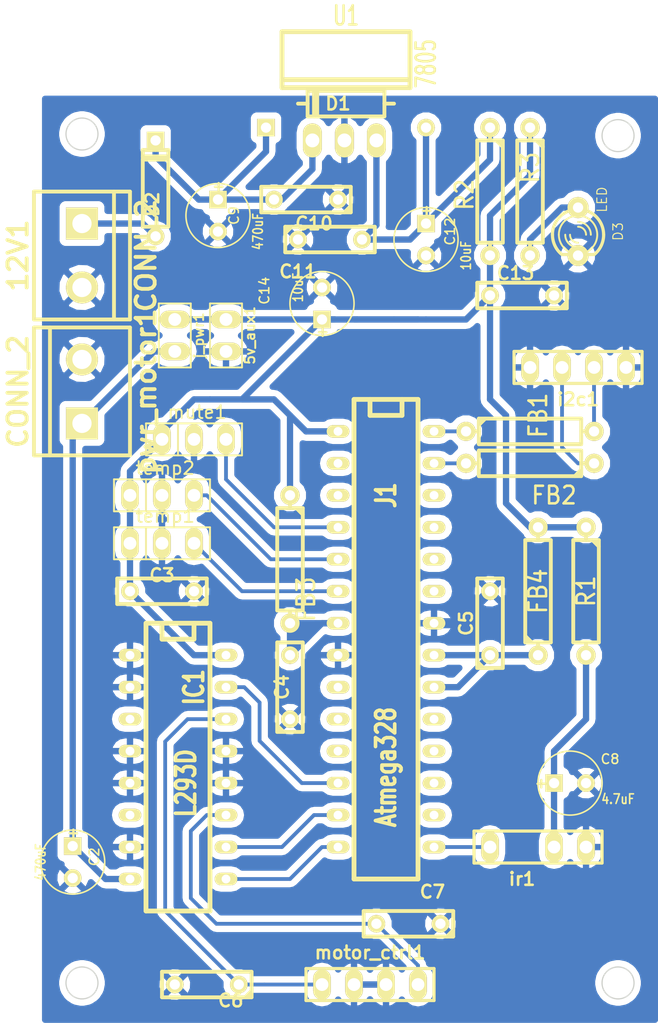
<source format=kicad_pcb>
(kicad_pcb (version 3) (host pcbnew "(2013-may-18)-stable")

  (general
    (links 83)
    (no_connects 0)
    (area 16.3656 10.0664 68.580001 92.0416)
    (thickness 1.6)
    (drawings 4)
    (tracks 154)
    (zones 0)
    (modules 36)
    (nets 24)
  )

  (page A4)
  (layers
    (15 F.Cu signal)
    (0 B.Cu signal)
    (17 F.Adhes user)
    (19 F.Paste user)
    (21 F.SilkS user)
    (23 F.Mask user)
    (28 Edge.Cuts user)
  )

  (setup
    (last_trace_width 0.3)
    (trace_clearance 0.3)
    (zone_clearance 0.508)
    (zone_45_only no)
    (trace_min 0.254)
    (segment_width 0.2)
    (edge_width 0.1)
    (via_size 0.889)
    (via_drill 0.635)
    (via_min_size 0.889)
    (via_min_drill 0.508)
    (uvia_size 0.508)
    (uvia_drill 0.127)
    (uvias_allowed no)
    (uvia_min_size 0.508)
    (uvia_min_drill 0.127)
    (pcb_text_width 0.3)
    (pcb_text_size 1.5 1.5)
    (mod_edge_width 0.15)
    (mod_text_size 1 1)
    (mod_text_width 0.15)
    (pad_size 1.4 2.4)
    (pad_drill 1.016)
    (pad_to_mask_clearance 0.3)
    (solder_mask_min_width 0.3)
    (aux_axis_origin 0 0)
    (visible_elements FFFFFFBF)
    (pcbplotparams
      (layerselection 279609345)
      (usegerberextensions false)
      (excludeedgelayer false)
      (linewidth 0.150000)
      (plotframeref false)
      (viasonmask false)
      (mode 1)
      (useauxorigin false)
      (hpglpennumber 1)
      (hpglpenspeed 20)
      (hpglpendiameter 15)
      (hpglpenoverlay 2)
      (psnegative false)
      (psa4output false)
      (plotreference true)
      (plotvalue true)
      (plotothertext true)
      (plotinvisibletext false)
      (padsonsilk false)
      (subtractmaskfromsilk false)
      (outputformat 1)
      (mirror false)
      (drillshape 0)
      (scaleselection 1)
      (outputdirectory output/))
  )

  (net 0 "")
  (net 1 /5V)
  (net 2 /MOTOUT_L)
  (net 3 /MOTOUT_R)
  (net 4 /MOT_EN)
  (net 5 /MOT_L)
  (net 6 /MOT_R)
  (net 7 /MUTE_EN)
  (net 8 /SCL)
  (net 9 /SDA)
  (net 10 /TEMP_L)
  (net 11 /TEMP_R)
  (net 12 /VDC)
  (net 13 /VIN_MOTOR)
  (net 14 GND)
  (net 15 N-000001)
  (net 16 N-0000017)
  (net 17 N-0000021)
  (net 18 N-000003)
  (net 19 N-0000031)
  (net 20 N-0000033)
  (net 21 N-0000036)
  (net 22 N-0000038)
  (net 23 N-000008)

  (net_class Default "This is the default net class."
    (clearance 0.3)
    (trace_width 0.3)
    (via_dia 0.889)
    (via_drill 0.635)
    (uvia_dia 0.508)
    (uvia_drill 0.127)
    (add_net "")
    (add_net /MOTOUT_L)
    (add_net /MOTOUT_R)
    (add_net /MOT_EN)
    (add_net /MOT_L)
    (add_net /MOT_R)
    (add_net /MUTE_EN)
    (add_net /SCL)
    (add_net /SDA)
    (add_net /TEMP_L)
    (add_net /TEMP_R)
    (add_net N-000001)
    (add_net N-0000017)
    (add_net N-0000021)
    (add_net N-000003)
    (add_net N-0000033)
    (add_net N-0000038)
    (add_net N-000008)
  )

  (net_class pwr ""
    (clearance 0.5)
    (trace_width 0.5)
    (via_dia 0.889)
    (via_drill 0.635)
    (uvia_dia 0.508)
    (uvia_drill 0.127)
    (add_net /5V)
    (add_net /VDC)
    (add_net /VIN_MOTOR)
    (add_net GND)
    (add_net N-0000031)
    (add_net N-0000036)
  )

  (module DIP-28__300 (layer F.Cu) (tedit 5633176A) (tstamp 562387DF)
    (at 46.99 60.96 270)
    (descr "28 pins DIL package, round pads, width 300mil")
    (tags DIL)
    (path /5623A9CC)
    (fp_text reference J1 (at -11.43 0 270) (layer F.SilkS)
      (effects (font (size 1.524 1.143) (thickness 0.3048)))
    )
    (fp_text value Atmega328 (at 10.16 0 270) (layer F.SilkS)
      (effects (font (size 1.524 1.143) (thickness 0.3048)))
    )
    (fp_line (start -19.05 -2.54) (end 19.05 -2.54) (layer F.SilkS) (width 0.381))
    (fp_line (start 19.05 -2.54) (end 19.05 2.54) (layer F.SilkS) (width 0.381))
    (fp_line (start 19.05 2.54) (end -19.05 2.54) (layer F.SilkS) (width 0.381))
    (fp_line (start -19.05 2.54) (end -19.05 -2.54) (layer F.SilkS) (width 0.381))
    (fp_line (start -19.05 -1.27) (end -17.78 -1.27) (layer F.SilkS) (width 0.381))
    (fp_line (start -17.78 -1.27) (end -17.78 1.27) (layer F.SilkS) (width 0.381))
    (fp_line (start -17.78 1.27) (end -19.05 1.27) (layer F.SilkS) (width 0.381))
    (pad 2 thru_hole oval (at -13.97 3.81 270) (size 1 1.8) (drill 0.7)
      (layers *.Cu *.Mask F.SilkS)
    )
    (pad 3 thru_hole oval (at -11.43 3.81 270) (size 1 1.8) (drill 0.7)
      (layers *.Cu *.Mask F.SilkS)
    )
    (pad 4 thru_hole oval (at -8.89 3.81 270) (size 1 1.8) (drill 0.7)
      (layers *.Cu *.Mask F.SilkS)
      (net 7 /MUTE_EN)
    )
    (pad 5 thru_hole oval (at -6.35 3.81 270) (size 1 1.8) (drill 0.7)
      (layers *.Cu *.Mask F.SilkS)
      (net 10 /TEMP_L)
    )
    (pad 6 thru_hole oval (at -3.81 3.81 270) (size 1 1.8) (drill 0.7)
      (layers *.Cu *.Mask F.SilkS)
      (net 11 /TEMP_R)
    )
    (pad 7 thru_hole oval (at -1.27 3.81 270) (size 1 1.8) (drill 0.7)
      (layers *.Cu *.Mask F.SilkS)
      (net 19 N-0000031)
    )
    (pad 8 thru_hole oval (at 1.27 3.81 270) (size 1 1.8) (drill 0.7)
      (layers *.Cu *.Mask F.SilkS)
      (net 14 GND)
    )
    (pad 9 thru_hole oval (at 3.81 3.81 270) (size 1 1.8) (drill 0.7)
      (layers *.Cu *.Mask F.SilkS)
    )
    (pad 10 thru_hole oval (at 6.35 3.81 270) (size 1 1.8) (drill 0.7)
      (layers *.Cu *.Mask F.SilkS)
    )
    (pad 11 thru_hole oval (at 8.89 3.81 270) (size 1 1.8) (drill 0.7)
      (layers *.Cu *.Mask F.SilkS)
    )
    (pad 12 thru_hole oval (at 11.43 3.81 270) (size 1 1.8) (drill 0.7)
      (layers *.Cu *.Mask F.SilkS)
      (net 5 /MOT_L)
    )
    (pad 13 thru_hole oval (at 13.97 3.81 270) (size 1 1.8) (drill 0.7)
      (layers *.Cu *.Mask F.SilkS)
      (net 6 /MOT_R)
    )
    (pad 14 thru_hole oval (at 16.51 3.81 270) (size 1 1.8) (drill 0.7)
      (layers *.Cu *.Mask F.SilkS)
      (net 4 /MOT_EN)
    )
    (pad 1 thru_hole oval (at -16.51 3.81 270) (size 1 1.8) (drill 0.7)
      (layers *.Cu *.Mask F.SilkS)
      (net 1 /5V)
    )
    (pad 15 thru_hole oval (at 16.51 -3.81 270) (size 1 1.8) (drill 0.7)
      (layers *.Cu *.Mask F.SilkS)
      (net 23 N-000008)
    )
    (pad 16 thru_hole oval (at 13.97 -3.81 270) (size 1 1.8) (drill 0.7)
      (layers *.Cu *.Mask F.SilkS)
    )
    (pad 17 thru_hole oval (at 11.43 -3.81 270) (size 1 1.8) (drill 0.7)
      (layers *.Cu *.Mask F.SilkS)
    )
    (pad 18 thru_hole oval (at 8.89 -3.81 270) (size 1 1.8) (drill 0.7)
      (layers *.Cu *.Mask F.SilkS)
    )
    (pad 19 thru_hole oval (at 6.35 -3.81 270) (size 1 1.8) (drill 0.7)
      (layers *.Cu *.Mask F.SilkS)
    )
    (pad 20 thru_hole oval (at 3.81 -3.81 270) (size 1 1.8) (drill 0.7)
      (layers *.Cu *.Mask F.SilkS)
      (net 20 N-0000033)
    )
    (pad 21 thru_hole oval (at 1.27 -3.81 270) (size 1 1.8) (drill 0.7)
      (layers *.Cu *.Mask F.SilkS)
      (net 20 N-0000033)
    )
    (pad 22 thru_hole oval (at -1.27 -3.81 270) (size 1 1.8) (drill 0.7)
      (layers *.Cu *.Mask F.SilkS)
      (net 14 GND)
    )
    (pad 23 thru_hole oval (at -3.81 -3.81 270) (size 1 1.8) (drill 0.7)
      (layers *.Cu *.Mask F.SilkS)
    )
    (pad 24 thru_hole oval (at -6.35 -3.81 270) (size 1 1.8) (drill 0.7)
      (layers *.Cu *.Mask F.SilkS)
    )
    (pad 25 thru_hole oval (at -8.89 -3.81 270) (size 1 1.8) (drill 0.7)
      (layers *.Cu *.Mask F.SilkS)
    )
    (pad 26 thru_hole oval (at -11.43 -3.81 270) (size 1 1.8) (drill 0.7)
      (layers *.Cu *.Mask F.SilkS)
    )
    (pad 27 thru_hole oval (at -13.97 -3.81 270) (size 1 1.8) (drill 0.7)
      (layers *.Cu *.Mask F.SilkS)
      (net 18 N-000003)
    )
    (pad 28 thru_hole oval (at -16.51 -3.81 270) (size 1 1.8) (drill 0.7)
      (layers *.Cu *.Mask F.SilkS)
      (net 15 N-000001)
    )
    (model dil/dil_28-w300.wrl
      (at (xyz 0 0 0))
      (scale (xyz 1 1 1))
      (rotate (xyz 0 0 0))
    )
  )

  (module TO220_VERT (layer F.Cu) (tedit 563C9328) (tstamp 56497B91)
    (at 43.815 14.605 270)
    (descr "Regulateur TO220 serie LM78xx")
    (tags "TR TO220")
    (path /5623A9F5)
    (fp_text reference U1 (at -3.175 0 360) (layer F.SilkS)
      (effects (font (size 1.524 1.016) (thickness 0.2032)))
    )
    (fp_text value 7805 (at 0.635 -6.35 270) (layer F.SilkS)
      (effects (font (size 1.524 1.016) (thickness 0.2032)))
    )
    (fp_line (start 1.905 -5.08) (end 2.54 -5.08) (layer F.SilkS) (width 0.381))
    (fp_line (start 2.54 -5.08) (end 2.54 5.08) (layer F.SilkS) (width 0.381))
    (fp_line (start 2.54 5.08) (end 1.905 5.08) (layer F.SilkS) (width 0.381))
    (fp_line (start -1.905 -5.08) (end 1.905 -5.08) (layer F.SilkS) (width 0.381))
    (fp_line (start 1.905 -5.08) (end 1.905 5.08) (layer F.SilkS) (width 0.381))
    (fp_line (start 1.905 5.08) (end -1.905 5.08) (layer F.SilkS) (width 0.381))
    (fp_line (start -1.905 5.08) (end -1.905 -5.08) (layer F.SilkS) (width 0.381))
    (pad VO thru_hole oval (at 6.731 -2.413 270) (size 2.7 1.5) (drill 1.1)
      (layers *.Cu *.Mask F.SilkS)
      (net 22 N-0000038)
    )
    (pad GND thru_hole oval (at 6.731 0.127 270) (size 2.7 1.5) (drill 1.1)
      (layers *.Cu *.Mask F.SilkS)
      (net 14 GND)
    )
    (pad VI thru_hole oval (at 6.731 2.667 270) (size 2.7 1.5) (drill 1.1)
      (layers *.Cu *.Mask F.SilkS)
      (net 21 N-0000036)
    )
  )

  (module R4 (layer F.Cu) (tedit 56497AB1) (tstamp 533C411B)
    (at 62.865 57.15 270)
    (descr "Resitance 4 pas")
    (tags R)
    (path /5623A9D0)
    (autoplace_cost180 10)
    (fp_text reference R1 (at 0 0 270) (layer F.SilkS)
      (effects (font (size 1.397 1.27) (thickness 0.2032)))
    )
    (fp_text value 100R (at 0 0 270) (layer F.SilkS) hide
      (effects (font (size 1.397 1.27) (thickness 0.2032)))
    )
    (fp_line (start -5.08 0) (end -4.064 0) (layer F.SilkS) (width 0.3048))
    (fp_line (start -4.064 0) (end -4.064 -1.016) (layer F.SilkS) (width 0.3048))
    (fp_line (start -4.064 -1.016) (end 4.064 -1.016) (layer F.SilkS) (width 0.3048))
    (fp_line (start 4.064 -1.016) (end 4.064 1.016) (layer F.SilkS) (width 0.3048))
    (fp_line (start 4.064 1.016) (end -4.064 1.016) (layer F.SilkS) (width 0.3048))
    (fp_line (start -4.064 1.016) (end -4.064 0) (layer F.SilkS) (width 0.3048))
    (fp_line (start -4.064 -0.508) (end -3.556 -1.016) (layer F.SilkS) (width 0.3048))
    (fp_line (start 5.08 0) (end 4.064 0) (layer F.SilkS) (width 0.3048))
    (pad 1 thru_hole circle (at -5.08 0 270) (size 1.524 1.524) (drill 0.8128)
      (layers *.Cu *.Mask F.SilkS)
      (net 1 /5V)
    )
    (pad 2 thru_hole circle (at 5.08 0 270) (size 1.524 1.524) (drill 0.8128)
      (layers *.Cu *.Mask F.SilkS)
      (net 17 N-0000021)
    )
    (model discret/resistor.wrl
      (at (xyz 0 0 0))
      (scale (xyz 0.4 0.4 0.4))
      (rotate (xyz 0 0 0))
    )
  )

  (module R4 (layer F.Cu) (tedit 56497AB7) (tstamp 558D3807)
    (at 58.42 46.99 180)
    (descr "Resitance 4 pas")
    (tags R)
    (path /5623A9DA)
    (autoplace_cost180 10)
    (fp_text reference FB2 (at -1.905 -2.54 180) (layer F.SilkS)
      (effects (font (size 1.397 1.27) (thickness 0.2032)))
    )
    (fp_text value FILTER (at 0 0 180) (layer F.SilkS) hide
      (effects (font (size 1.397 1.27) (thickness 0.2032)))
    )
    (fp_line (start -5.08 0) (end -4.064 0) (layer F.SilkS) (width 0.3048))
    (fp_line (start -4.064 0) (end -4.064 -1.016) (layer F.SilkS) (width 0.3048))
    (fp_line (start -4.064 -1.016) (end 4.064 -1.016) (layer F.SilkS) (width 0.3048))
    (fp_line (start 4.064 -1.016) (end 4.064 1.016) (layer F.SilkS) (width 0.3048))
    (fp_line (start 4.064 1.016) (end -4.064 1.016) (layer F.SilkS) (width 0.3048))
    (fp_line (start -4.064 1.016) (end -4.064 0) (layer F.SilkS) (width 0.3048))
    (fp_line (start -4.064 -0.508) (end -3.556 -1.016) (layer F.SilkS) (width 0.3048))
    (fp_line (start 5.08 0) (end 4.064 0) (layer F.SilkS) (width 0.3048))
    (pad 1 thru_hole circle (at -5.08 0 180) (size 1.524 1.524) (drill 0.8128)
      (layers *.Cu *.Mask F.SilkS)
      (net 9 /SDA)
    )
    (pad 2 thru_hole circle (at 5.08 0 180) (size 1.524 1.524) (drill 0.8128)
      (layers *.Cu *.Mask F.SilkS)
      (net 18 N-000003)
    )
    (model discret/resistor.wrl
      (at (xyz 0 0 0))
      (scale (xyz 0.4 0.4 0.4))
      (rotate (xyz 0 0 0))
    )
  )

  (module R4 (layer F.Cu) (tedit 56236A46) (tstamp 558D3815)
    (at 39.37 54.61 270)
    (descr "Resitance 4 pas")
    (tags R)
    (path /5623A9DC)
    (autoplace_cost180 10)
    (fp_text reference FB3 (at 3.175 -1.27 270) (layer F.SilkS)
      (effects (font (size 1.397 1.27) (thickness 0.2032)))
    )
    (fp_text value FILTER (at 0 0 270) (layer F.SilkS) hide
      (effects (font (size 1.397 1.27) (thickness 0.2032)))
    )
    (fp_line (start -5.08 0) (end -4.064 0) (layer F.SilkS) (width 0.3048))
    (fp_line (start -4.064 0) (end -4.064 -1.016) (layer F.SilkS) (width 0.3048))
    (fp_line (start -4.064 -1.016) (end 4.064 -1.016) (layer F.SilkS) (width 0.3048))
    (fp_line (start 4.064 -1.016) (end 4.064 1.016) (layer F.SilkS) (width 0.3048))
    (fp_line (start 4.064 1.016) (end -4.064 1.016) (layer F.SilkS) (width 0.3048))
    (fp_line (start -4.064 1.016) (end -4.064 0) (layer F.SilkS) (width 0.3048))
    (fp_line (start -4.064 -0.508) (end -3.556 -1.016) (layer F.SilkS) (width 0.3048))
    (fp_line (start 5.08 0) (end 4.064 0) (layer F.SilkS) (width 0.3048))
    (pad 1 thru_hole circle (at -5.08 0 270) (size 1.524 1.524) (drill 0.8128)
      (layers *.Cu *.Mask F.SilkS)
      (net 1 /5V)
    )
    (pad 2 thru_hole circle (at 5.08 0 270) (size 1.524 1.524) (drill 0.8128)
      (layers *.Cu *.Mask F.SilkS)
      (net 19 N-0000031)
    )
    (model discret/resistor.wrl
      (at (xyz 0 0 0))
      (scale (xyz 0.4 0.4 0.4))
      (rotate (xyz 0 0 0))
    )
  )

  (module R4 (layer F.Cu) (tedit 56497AAF) (tstamp 564237EE)
    (at 59.055 57.15 90)
    (descr "Resitance 4 pas")
    (tags R)
    (path /5623A9DB)
    (autoplace_cost180 10)
    (fp_text reference FB4 (at 0 0 90) (layer F.SilkS)
      (effects (font (size 1.397 1.27) (thickness 0.2032)))
    )
    (fp_text value FILTER (at 0 0 90) (layer F.SilkS) hide
      (effects (font (size 1.397 1.27) (thickness 0.2032)))
    )
    (fp_line (start -5.08 0) (end -4.064 0) (layer F.SilkS) (width 0.3048))
    (fp_line (start -4.064 0) (end -4.064 -1.016) (layer F.SilkS) (width 0.3048))
    (fp_line (start -4.064 -1.016) (end 4.064 -1.016) (layer F.SilkS) (width 0.3048))
    (fp_line (start 4.064 -1.016) (end 4.064 1.016) (layer F.SilkS) (width 0.3048))
    (fp_line (start 4.064 1.016) (end -4.064 1.016) (layer F.SilkS) (width 0.3048))
    (fp_line (start -4.064 1.016) (end -4.064 0) (layer F.SilkS) (width 0.3048))
    (fp_line (start -4.064 -0.508) (end -3.556 -1.016) (layer F.SilkS) (width 0.3048))
    (fp_line (start 5.08 0) (end 4.064 0) (layer F.SilkS) (width 0.3048))
    (pad 1 thru_hole circle (at -5.08 0 90) (size 1.524 1.524) (drill 0.8128)
      (layers *.Cu *.Mask F.SilkS)
      (net 20 N-0000033)
    )
    (pad 2 thru_hole circle (at 5.08 0 90) (size 1.524 1.524) (drill 0.8128)
      (layers *.Cu *.Mask F.SilkS)
      (net 1 /5V)
    )
    (model discret/resistor.wrl
      (at (xyz 0 0 0))
      (scale (xyz 0.4 0.4 0.4))
      (rotate (xyz 0 0 0))
    )
  )

  (module R4 (layer F.Cu) (tedit 56497AB9) (tstamp 558D3831)
    (at 58.42 44.45)
    (descr "Resitance 4 pas")
    (tags R)
    (path /5623A9D9)
    (autoplace_cost180 10)
    (fp_text reference FB1 (at 0.635 -1.27 90) (layer F.SilkS)
      (effects (font (size 1.397 1.27) (thickness 0.2032)))
    )
    (fp_text value FILTER (at 0 0) (layer F.SilkS) hide
      (effects (font (size 1.397 1.27) (thickness 0.2032)))
    )
    (fp_line (start -5.08 0) (end -4.064 0) (layer F.SilkS) (width 0.3048))
    (fp_line (start -4.064 0) (end -4.064 -1.016) (layer F.SilkS) (width 0.3048))
    (fp_line (start -4.064 -1.016) (end 4.064 -1.016) (layer F.SilkS) (width 0.3048))
    (fp_line (start 4.064 -1.016) (end 4.064 1.016) (layer F.SilkS) (width 0.3048))
    (fp_line (start 4.064 1.016) (end -4.064 1.016) (layer F.SilkS) (width 0.3048))
    (fp_line (start -4.064 1.016) (end -4.064 0) (layer F.SilkS) (width 0.3048))
    (fp_line (start -4.064 -0.508) (end -3.556 -1.016) (layer F.SilkS) (width 0.3048))
    (fp_line (start 5.08 0) (end 4.064 0) (layer F.SilkS) (width 0.3048))
    (pad 1 thru_hole circle (at -5.08 0) (size 1.524 1.524) (drill 0.8128)
      (layers *.Cu *.Mask F.SilkS)
      (net 15 N-000001)
    )
    (pad 2 thru_hole circle (at 5.08 0) (size 1.524 1.524) (drill 0.8128)
      (layers *.Cu *.Mask F.SilkS)
      (net 8 /SCL)
    )
    (model discret/resistor.wrl
      (at (xyz 0 0 0))
      (scale (xyz 0.4 0.4 0.4))
      (rotate (xyz 0 0 0))
    )
  )

  (module PIN_ARRAY_4x1 (layer F.Cu) (tedit 56497AA4) (tstamp 560BE133)
    (at 59.055 77.47)
    (descr "Double rangee de contacts 2 x 5 pins")
    (tags CONN)
    (path /5623A9E1)
    (fp_text reference ir1 (at -1.27 2.54) (layer F.SilkS)
      (effects (font (size 1.016 1.016) (thickness 0.2032)))
    )
    (fp_text value CONN_4 (at 0 2.54) (layer F.SilkS) hide
      (effects (font (size 1.016 1.016) (thickness 0.2032)))
    )
    (fp_line (start 5.08 1.27) (end -5.08 1.27) (layer F.SilkS) (width 0.254))
    (fp_line (start 5.08 -1.27) (end -5.08 -1.27) (layer F.SilkS) (width 0.254))
    (fp_line (start -5.08 -1.27) (end -5.08 1.27) (layer F.SilkS) (width 0.254))
    (fp_line (start 5.08 1.27) (end 5.08 -1.27) (layer F.SilkS) (width 0.254))
    (pad 1 thru_hole oval (at -3.81 0) (size 1.4 2.4) (drill 1.016)
      (layers *.Cu *.Mask F.SilkS)
      (net 23 N-000008)
    )
    (pad 3 thru_hole oval (at 1.27 0) (size 1.4 2.4) (drill 1.016)
      (layers *.Cu *.Mask F.SilkS)
      (net 17 N-0000021)
    )
    (pad 4 thru_hole oval (at 3.81 0) (size 1.4 2.4) (drill 1.016)
      (layers *.Cu *.Mask F.SilkS)
      (net 14 GND)
    )
    (model pin_array\pins_array_4x1.wrl
      (at (xyz 0 0 0))
      (scale (xyz 1 1 1))
      (rotate (xyz 0 0 0))
    )
  )

  (module PIN_ARRAY_3X1 (layer F.Cu) (tedit 56331B26) (tstamp 560BE13F)
    (at 31.75 45.085)
    (descr "Connecteur 3 pins")
    (tags "CONN DEV")
    (path /5623A9E2)
    (fp_text reference mute1 (at 0.254 -2.159) (layer F.SilkS)
      (effects (font (size 1.016 1.016) (thickness 0.1524)))
    )
    (fp_text value CONN_3 (at 0 -2.159) (layer F.SilkS) hide
      (effects (font (size 1.016 1.016) (thickness 0.1524)))
    )
    (fp_line (start -3.81 1.27) (end -3.81 -1.27) (layer F.SilkS) (width 0.1524))
    (fp_line (start -3.81 -1.27) (end 3.81 -1.27) (layer F.SilkS) (width 0.1524))
    (fp_line (start 3.81 -1.27) (end 3.81 1.27) (layer F.SilkS) (width 0.1524))
    (fp_line (start 3.81 1.27) (end -3.81 1.27) (layer F.SilkS) (width 0.1524))
    (fp_line (start -1.27 -1.27) (end -1.27 1.27) (layer F.SilkS) (width 0.1524))
    (pad 1 thru_hole oval (at -2.54 0) (size 1.4 2.4) (drill 1.016)
      (layers *.Cu *.Mask F.SilkS)
      (net 1 /5V)
    )
    (pad 2 thru_hole oval (at 0 0) (size 1.4 2.4) (drill 1.016)
      (layers *.Cu *.Mask F.SilkS)
      (net 14 GND)
    )
    (pad 3 thru_hole oval (at 2.54 0) (size 1.4 2.4) (drill 1.016)
      (layers *.Cu *.Mask F.SilkS)
      (net 7 /MUTE_EN)
    )
    (model pin_array/pins_array_3x1.wrl
      (at (xyz 0 0 0))
      (scale (xyz 1 1 1))
      (rotate (xyz 0 0 0))
    )
  )

  (module PIN_ARRAY_3X1 (layer F.Cu) (tedit 56331B2D) (tstamp 560BE14B)
    (at 29.21 53.34)
    (descr "Connecteur 3 pins")
    (tags "CONN DEV")
    (path /5623A9E4)
    (fp_text reference temp1 (at 0.254 -2.159) (layer F.SilkS)
      (effects (font (size 1.016 1.016) (thickness 0.1524)))
    )
    (fp_text value CONN_3 (at 0 -2.159) (layer F.SilkS) hide
      (effects (font (size 1.016 1.016) (thickness 0.1524)))
    )
    (fp_line (start -3.81 1.27) (end -3.81 -1.27) (layer F.SilkS) (width 0.1524))
    (fp_line (start -3.81 -1.27) (end 3.81 -1.27) (layer F.SilkS) (width 0.1524))
    (fp_line (start 3.81 -1.27) (end 3.81 1.27) (layer F.SilkS) (width 0.1524))
    (fp_line (start 3.81 1.27) (end -3.81 1.27) (layer F.SilkS) (width 0.1524))
    (fp_line (start -1.27 -1.27) (end -1.27 1.27) (layer F.SilkS) (width 0.1524))
    (pad 1 thru_hole oval (at -2.54 0) (size 1.4 2.4) (drill 1.016)
      (layers *.Cu *.Mask F.SilkS)
      (net 1 /5V)
    )
    (pad 2 thru_hole oval (at 0 0) (size 1.4 2.4) (drill 1.016)
      (layers *.Cu *.Mask F.SilkS)
      (net 14 GND)
    )
    (pad 3 thru_hole oval (at 2.54 0) (size 1.4 2.4) (drill 1.016)
      (layers *.Cu *.Mask F.SilkS)
      (net 11 /TEMP_R)
    )
    (model pin_array/pins_array_3x1.wrl
      (at (xyz 0 0 0))
      (scale (xyz 1 1 1))
      (rotate (xyz 0 0 0))
    )
  )

  (module C2 (layer F.Cu) (tedit 56497C52) (tstamp 56237213)
    (at 39.37 64.77 90)
    (descr "Condensateur = 2 pas")
    (tags C)
    (path /5623A9CD)
    (fp_text reference C4 (at 0 -0.635 90) (layer F.SilkS)
      (effects (font (size 1.016 1.016) (thickness 0.2032)))
    )
    (fp_text value 100nF (at 0 0 90) (layer F.SilkS) hide
      (effects (font (size 1.016 1.016) (thickness 0.2032)))
    )
    (fp_line (start -3.556 -1.016) (end 3.556 -1.016) (layer F.SilkS) (width 0.3048))
    (fp_line (start 3.556 -1.016) (end 3.556 1.016) (layer F.SilkS) (width 0.3048))
    (fp_line (start 3.556 1.016) (end -3.556 1.016) (layer F.SilkS) (width 0.3048))
    (fp_line (start -3.556 1.016) (end -3.556 -1.016) (layer F.SilkS) (width 0.3048))
    (fp_line (start -3.556 -0.508) (end -3.048 -1.016) (layer F.SilkS) (width 0.3048))
    (pad 1 thru_hole circle (at -2.54 0 90) (size 1.397 1.397) (drill 0.8128)
      (layers *.Cu *.Mask F.SilkS)
      (net 14 GND)
    )
    (pad 2 thru_hole circle (at 2.54 0 90) (size 1.397 1.397) (drill 0.8128)
      (layers *.Cu *.Mask F.SilkS)
      (net 19 N-0000031)
    )
    (model discret/capa_2pas_5x5mm.wrl
      (at (xyz 0 0 0))
      (scale (xyz 1 1 1))
      (rotate (xyz 0 0 0))
    )
  )

  (module C2 (layer F.Cu) (tedit 5623748D) (tstamp 533C41F8)
    (at 48.768 83.566 180)
    (descr "Condensateur = 2 pas")
    (tags C)
    (path /5623A9ED)
    (fp_text reference C7 (at -1.905 2.54 180) (layer F.SilkS)
      (effects (font (size 1.016 1.016) (thickness 0.2032)))
    )
    (fp_text value 1uF (at 0 0 180) (layer F.SilkS) hide
      (effects (font (size 1.016 1.016) (thickness 0.2032)))
    )
    (fp_line (start -3.556 -1.016) (end 3.556 -1.016) (layer F.SilkS) (width 0.3048))
    (fp_line (start 3.556 -1.016) (end 3.556 1.016) (layer F.SilkS) (width 0.3048))
    (fp_line (start 3.556 1.016) (end -3.556 1.016) (layer F.SilkS) (width 0.3048))
    (fp_line (start -3.556 1.016) (end -3.556 -1.016) (layer F.SilkS) (width 0.3048))
    (fp_line (start -3.556 -0.508) (end -3.048 -1.016) (layer F.SilkS) (width 0.3048))
    (pad 1 thru_hole circle (at -2.54 0 180) (size 1.397 1.397) (drill 0.8128)
      (layers *.Cu *.Mask F.SilkS)
      (net 14 GND)
    )
    (pad 2 thru_hole circle (at 2.54 0 180) (size 1.397 1.397) (drill 0.8128)
      (layers *.Cu *.Mask F.SilkS)
      (net 3 /MOTOUT_R)
    )
    (model discret/capa_2pas_5x5mm.wrl
      (at (xyz 0 0 0))
      (scale (xyz 1 1 1))
      (rotate (xyz 0 0 0))
    )
  )

  (module C2 (layer F.Cu) (tedit 56238101) (tstamp 533C41B1)
    (at 32.766 88.392 180)
    (descr "Condensateur = 2 pas")
    (tags C)
    (path /5623A9EC)
    (fp_text reference C6 (at -1.905 -1.27 180) (layer F.SilkS)
      (effects (font (size 1.016 1.016) (thickness 0.2032)))
    )
    (fp_text value 1uF (at 0 0 180) (layer F.SilkS) hide
      (effects (font (size 1.016 1.016) (thickness 0.2032)))
    )
    (fp_line (start -3.556 -1.016) (end 3.556 -1.016) (layer F.SilkS) (width 0.3048))
    (fp_line (start 3.556 -1.016) (end 3.556 1.016) (layer F.SilkS) (width 0.3048))
    (fp_line (start 3.556 1.016) (end -3.556 1.016) (layer F.SilkS) (width 0.3048))
    (fp_line (start -3.556 1.016) (end -3.556 -1.016) (layer F.SilkS) (width 0.3048))
    (fp_line (start -3.556 -0.508) (end -3.048 -1.016) (layer F.SilkS) (width 0.3048))
    (pad 1 thru_hole circle (at -2.54 0 180) (size 1.397 1.397) (drill 0.8128)
      (layers *.Cu *.Mask F.SilkS)
      (net 2 /MOTOUT_L)
    )
    (pad 2 thru_hole circle (at 2.54 0 180) (size 1.397 1.397) (drill 0.8128)
      (layers *.Cu *.Mask F.SilkS)
      (net 14 GND)
    )
    (model discret/capa_2pas_5x5mm.wrl
      (at (xyz 0 0 0))
      (scale (xyz 1 1 1))
      (rotate (xyz 0 0 0))
    )
  )

  (module DIP-16__300 (layer F.Cu) (tedit 56497BAC) (tstamp 562371FD)
    (at 30.48 71.12 270)
    (descr "16 pins DIL package, round pads")
    (tags DIL)
    (path /5623C02A)
    (fp_text reference IC1 (at -6.35 -1.27 270) (layer F.SilkS)
      (effects (font (size 1.524 1.143) (thickness 0.3048)))
    )
    (fp_text value L293D (at 1.27 -0.635 270) (layer F.SilkS)
      (effects (font (size 1.524 1.143) (thickness 0.3048)))
    )
    (fp_line (start -11.43 -1.27) (end -11.43 -1.27) (layer F.SilkS) (width 0.381))
    (fp_line (start -11.43 -1.27) (end -10.16 -1.27) (layer F.SilkS) (width 0.381))
    (fp_line (start -10.16 -1.27) (end -10.16 1.27) (layer F.SilkS) (width 0.381))
    (fp_line (start -10.16 1.27) (end -11.43 1.27) (layer F.SilkS) (width 0.381))
    (fp_line (start -11.43 -2.54) (end 11.43 -2.54) (layer F.SilkS) (width 0.381))
    (fp_line (start 11.43 -2.54) (end 11.43 2.54) (layer F.SilkS) (width 0.381))
    (fp_line (start 11.43 2.54) (end -11.43 2.54) (layer F.SilkS) (width 0.381))
    (fp_line (start -11.43 2.54) (end -11.43 -2.54) (layer F.SilkS) (width 0.381))
    (pad 1 thru_hole oval (at -8.89 3.81 270) (size 1 1.8) (drill 0.7)
      (layers *.Cu *.Mask F.SilkS)
      (net 14 GND)
    )
    (pad 2 thru_hole oval (at -6.35 3.81 270) (size 1 1.8) (drill 0.7)
      (layers *.Cu *.Mask F.SilkS)
      (net 14 GND)
    )
    (pad 3 thru_hole oval (at -3.81 3.81 270) (size 1 1.8) (drill 0.7)
      (layers *.Cu *.Mask F.SilkS)
    )
    (pad 4 thru_hole oval (at -1.27 3.81 270) (size 1 1.8) (drill 0.7)
      (layers *.Cu *.Mask F.SilkS)
      (net 14 GND)
    )
    (pad 5 thru_hole oval (at 1.27 3.81 270) (size 1 1.8) (drill 0.7)
      (layers *.Cu *.Mask F.SilkS)
      (net 14 GND)
    )
    (pad 6 thru_hole oval (at 3.81 3.81 270) (size 1 1.8) (drill 0.7)
      (layers *.Cu *.Mask F.SilkS)
    )
    (pad 7 thru_hole oval (at 6.35 3.81 270) (size 1 1.8) (drill 0.7)
      (layers *.Cu *.Mask F.SilkS)
      (net 14 GND)
    )
    (pad 8 thru_hole oval (at 8.89 3.81 270) (size 1 1.8) (drill 0.7)
      (layers *.Cu *.Mask F.SilkS)
      (net 13 /VIN_MOTOR)
    )
    (pad 9 thru_hole oval (at 8.89 -3.81 270) (size 1 1.8) (drill 0.7)
      (layers *.Cu *.Mask F.SilkS)
      (net 4 /MOT_EN)
    )
    (pad 10 thru_hole oval (at 6.35 -3.81 270) (size 1 1.8) (drill 0.7)
      (layers *.Cu *.Mask F.SilkS)
      (net 6 /MOT_R)
    )
    (pad 11 thru_hole oval (at 3.81 -3.81 270) (size 1 1.8) (drill 0.7)
      (layers *.Cu *.Mask F.SilkS)
      (net 3 /MOTOUT_R)
    )
    (pad 12 thru_hole oval (at 1.27 -3.81 270) (size 1 1.8) (drill 0.7)
      (layers *.Cu *.Mask F.SilkS)
      (net 14 GND)
    )
    (pad 13 thru_hole oval (at -1.27 -3.81 270) (size 1 1.8) (drill 0.7)
      (layers *.Cu *.Mask F.SilkS)
      (net 14 GND)
    )
    (pad 14 thru_hole oval (at -3.81 -3.81 270) (size 1 1.8) (drill 0.7)
      (layers *.Cu *.Mask F.SilkS)
      (net 2 /MOTOUT_L)
    )
    (pad 15 thru_hole oval (at -6.35 -3.81 270) (size 1 1.8) (drill 0.7)
      (layers *.Cu *.Mask F.SilkS)
      (net 5 /MOT_L)
    )
    (pad 16 thru_hole oval (at -8.89 -3.81 270) (size 1 1.8) (drill 0.7)
      (layers *.Cu *.Mask F.SilkS)
      (net 1 /5V)
    )
    (model dil/dil_16.wrl
      (at (xyz 0 0 0))
      (scale (xyz 1 1 1))
      (rotate (xyz 0 0 0))
    )
  )

  (module R4 (layer F.Cu) (tedit 56423807) (tstamp 5623A8F7)
    (at 58.42 25.4 270)
    (descr "Resitance 4 pas")
    (tags R)
    (path /5623A9F0)
    (autoplace_cost180 10)
    (fp_text reference R3 (at -1.905 0 270) (layer F.SilkS)
      (effects (font (size 1.397 1.27) (thickness 0.2032)))
    )
    (fp_text value 680R (at 0 0 270) (layer F.SilkS) hide
      (effects (font (size 1.397 1.27) (thickness 0.2032)))
    )
    (fp_line (start -5.08 0) (end -4.064 0) (layer F.SilkS) (width 0.3048))
    (fp_line (start -4.064 0) (end -4.064 -1.016) (layer F.SilkS) (width 0.3048))
    (fp_line (start -4.064 -1.016) (end 4.064 -1.016) (layer F.SilkS) (width 0.3048))
    (fp_line (start 4.064 -1.016) (end 4.064 1.016) (layer F.SilkS) (width 0.3048))
    (fp_line (start 4.064 1.016) (end -4.064 1.016) (layer F.SilkS) (width 0.3048))
    (fp_line (start -4.064 1.016) (end -4.064 0) (layer F.SilkS) (width 0.3048))
    (fp_line (start -4.064 -0.508) (end -3.556 -1.016) (layer F.SilkS) (width 0.3048))
    (fp_line (start 5.08 0) (end 4.064 0) (layer F.SilkS) (width 0.3048))
    (pad 1 thru_hole circle (at -5.08 0 270) (size 1.524 1.524) (drill 0.8128)
      (layers *.Cu *.Mask F.SilkS)
      (net 1 /5V)
    )
    (pad 2 thru_hole circle (at 5.08 0 270) (size 1.524 1.524) (drill 0.8128)
      (layers *.Cu *.Mask F.SilkS)
      (net 16 N-0000017)
    )
    (model discret/resistor.wrl
      (at (xyz 0 0 0))
      (scale (xyz 0.4 0.4 0.4))
      (rotate (xyz 0 0 0))
    )
  )

  (module R4 (layer F.Cu) (tedit 5623B290) (tstamp 5623A905)
    (at 55.245 25.4 270)
    (descr "Resitance 4 pas")
    (tags R)
    (path /5623A9FC)
    (autoplace_cost180 10)
    (fp_text reference R2 (at 0.254 2.032 270) (layer F.SilkS)
      (effects (font (size 1.397 1.27) (thickness 0.2032)))
    )
    (fp_text value FB (at 0 0 270) (layer F.SilkS) hide
      (effects (font (size 1.397 1.27) (thickness 0.2032)))
    )
    (fp_line (start -5.08 0) (end -4.064 0) (layer F.SilkS) (width 0.3048))
    (fp_line (start -4.064 0) (end -4.064 -1.016) (layer F.SilkS) (width 0.3048))
    (fp_line (start -4.064 -1.016) (end 4.064 -1.016) (layer F.SilkS) (width 0.3048))
    (fp_line (start 4.064 -1.016) (end 4.064 1.016) (layer F.SilkS) (width 0.3048))
    (fp_line (start 4.064 1.016) (end -4.064 1.016) (layer F.SilkS) (width 0.3048))
    (fp_line (start -4.064 1.016) (end -4.064 0) (layer F.SilkS) (width 0.3048))
    (fp_line (start -4.064 -0.508) (end -3.556 -1.016) (layer F.SilkS) (width 0.3048))
    (fp_line (start 5.08 0) (end 4.064 0) (layer F.SilkS) (width 0.3048))
    (pad 1 thru_hole circle (at -5.08 0 270) (size 1.524 1.524) (drill 0.8128)
      (layers *.Cu *.Mask F.SilkS)
      (net 22 N-0000038)
    )
    (pad 2 thru_hole circle (at 5.08 0 270) (size 1.524 1.524) (drill 0.8128)
      (layers *.Cu *.Mask F.SilkS)
      (net 1 /5V)
    )
    (model discret/resistor.wrl
      (at (xyz 0 0 0))
      (scale (xyz 0.4 0.4 0.4))
      (rotate (xyz 0 0 0))
    )
  )

  (module LED-3MM (layer F.Cu) (tedit 56497AC3) (tstamp 5623A934)
    (at 62.23 28.575 270)
    (descr "LED 3mm - Lead pitch 100mil (2,54mm)")
    (tags "LED led 3mm 3MM 100mil 2,54mm")
    (path /5623A9F1)
    (fp_text reference D3 (at 0 -3.175 270) (layer F.SilkS)
      (effects (font (size 0.762 0.762) (thickness 0.0889)))
    )
    (fp_text value LED (at -2.54 -1.905 270) (layer F.SilkS)
      (effects (font (size 0.762 0.762) (thickness 0.0889)))
    )
    (fp_line (start 1.8288 1.27) (end 1.8288 -1.27) (layer F.SilkS) (width 0.254))
    (fp_arc (start 0.254 0) (end -1.27 0) (angle 39.8) (layer F.SilkS) (width 0.1524))
    (fp_arc (start 0.254 0) (end -0.88392 1.01092) (angle 41.6) (layer F.SilkS) (width 0.1524))
    (fp_arc (start 0.254 0) (end 1.4097 -0.9906) (angle 40.6) (layer F.SilkS) (width 0.1524))
    (fp_arc (start 0.254 0) (end 1.778 0) (angle 39.8) (layer F.SilkS) (width 0.1524))
    (fp_arc (start 0.254 0) (end 0.254 -1.524) (angle 54.4) (layer F.SilkS) (width 0.1524))
    (fp_arc (start 0.254 0) (end -0.9652 -0.9144) (angle 53.1) (layer F.SilkS) (width 0.1524))
    (fp_arc (start 0.254 0) (end 1.45542 0.93472) (angle 52.1) (layer F.SilkS) (width 0.1524))
    (fp_arc (start 0.254 0) (end 0.254 1.524) (angle 52.1) (layer F.SilkS) (width 0.1524))
    (fp_arc (start 0.254 0) (end -0.381 0) (angle 90) (layer F.SilkS) (width 0.1524))
    (fp_arc (start 0.254 0) (end -0.762 0) (angle 90) (layer F.SilkS) (width 0.1524))
    (fp_arc (start 0.254 0) (end 0.889 0) (angle 90) (layer F.SilkS) (width 0.1524))
    (fp_arc (start 0.254 0) (end 1.27 0) (angle 90) (layer F.SilkS) (width 0.1524))
    (fp_arc (start 0.254 0) (end 0.254 -2.032) (angle 50.1) (layer F.SilkS) (width 0.254))
    (fp_arc (start 0.254 0) (end -1.5367 -0.95504) (angle 61.9) (layer F.SilkS) (width 0.254))
    (fp_arc (start 0.254 0) (end 1.8034 1.31064) (angle 49.7) (layer F.SilkS) (width 0.254))
    (fp_arc (start 0.254 0) (end 0.254 2.032) (angle 60.2) (layer F.SilkS) (width 0.254))
    (fp_arc (start 0.254 0) (end -1.778 0) (angle 28.3) (layer F.SilkS) (width 0.254))
    (fp_arc (start 0.254 0) (end -1.47574 1.06426) (angle 31.6) (layer F.SilkS) (width 0.254))
    (pad 1 thru_hole circle (at -1.905 0 270) (size 1.6764 1.6764) (drill 0.8128)
      (layers *.Cu *.Mask F.SilkS)
      (net 16 N-0000017)
    )
    (pad 2 thru_hole circle (at 1.905 0 270) (size 1.6764 1.6764) (drill 0.8128)
      (layers *.Cu *.Mask F.SilkS)
      (net 14 GND)
    )
    (model discret/leds/led3_vertical_verde.wrl
      (at (xyz 0 0 0))
      (scale (xyz 1 1 1))
      (rotate (xyz 0 0 0))
    )
  )

  (module D3 (layer F.Cu) (tedit 5623B5D5) (tstamp 5623A944)
    (at 28.702 25.146 90)
    (descr "Diode 3 pas")
    (tags "DIODE DEV")
    (path /5623A9FB)
    (fp_text reference D2 (at -1.27 -0.254 90) (layer F.SilkS)
      (effects (font (size 1.016 1.016) (thickness 0.2032)))
    )
    (fp_text value DIODE (at 0 0 90) (layer F.SilkS) hide
      (effects (font (size 1.016 1.016) (thickness 0.2032)))
    )
    (fp_line (start 3.81 0) (end 3.048 0) (layer F.SilkS) (width 0.3048))
    (fp_line (start 3.048 0) (end 3.048 -1.016) (layer F.SilkS) (width 0.3048))
    (fp_line (start 3.048 -1.016) (end -3.048 -1.016) (layer F.SilkS) (width 0.3048))
    (fp_line (start -3.048 -1.016) (end -3.048 0) (layer F.SilkS) (width 0.3048))
    (fp_line (start -3.048 0) (end -3.81 0) (layer F.SilkS) (width 0.3048))
    (fp_line (start -3.048 0) (end -3.048 1.016) (layer F.SilkS) (width 0.3048))
    (fp_line (start -3.048 1.016) (end 3.048 1.016) (layer F.SilkS) (width 0.3048))
    (fp_line (start 3.048 1.016) (end 3.048 0) (layer F.SilkS) (width 0.3048))
    (fp_line (start 2.54 -1.016) (end 2.54 1.016) (layer F.SilkS) (width 0.3048))
    (fp_line (start 2.286 1.016) (end 2.286 -1.016) (layer F.SilkS) (width 0.3048))
    (pad 2 thru_hole rect (at 3.81 0 90) (size 1.397 1.397) (drill 0.8128)
      (layers *.Cu *.Mask F.SilkS)
      (net 21 N-0000036)
    )
    (pad 1 thru_hole circle (at -3.81 0 90) (size 1.397 1.397) (drill 0.8128)
      (layers *.Cu *.Mask F.SilkS)
      (net 12 /VDC)
    )
    (model discret/diode.wrl
      (at (xyz 0 0 0))
      (scale (xyz 0.3 0.3 0.3))
      (rotate (xyz 0 0 0))
    )
  )

  (module D3 (layer F.Cu) (tedit 56423845) (tstamp 5623A954)
    (at 43.815 18.415 180)
    (descr "Diode 3 pas")
    (tags "DIODE DEV")
    (path /5623A9FA)
    (fp_text reference D1 (at 0.635 0 180) (layer F.SilkS)
      (effects (font (size 1.016 1.016) (thickness 0.2032)))
    )
    (fp_text value DIODE (at 0 0 180) (layer F.SilkS) hide
      (effects (font (size 1.016 1.016) (thickness 0.2032)))
    )
    (fp_line (start 3.81 0) (end 3.048 0) (layer F.SilkS) (width 0.3048))
    (fp_line (start 3.048 0) (end 3.048 -1.016) (layer F.SilkS) (width 0.3048))
    (fp_line (start 3.048 -1.016) (end -3.048 -1.016) (layer F.SilkS) (width 0.3048))
    (fp_line (start -3.048 -1.016) (end -3.048 0) (layer F.SilkS) (width 0.3048))
    (fp_line (start -3.048 0) (end -3.81 0) (layer F.SilkS) (width 0.3048))
    (fp_line (start -3.048 0) (end -3.048 1.016) (layer F.SilkS) (width 0.3048))
    (fp_line (start -3.048 1.016) (end 3.048 1.016) (layer F.SilkS) (width 0.3048))
    (fp_line (start 3.048 1.016) (end 3.048 0) (layer F.SilkS) (width 0.3048))
    (fp_line (start 2.54 -1.016) (end 2.54 1.016) (layer F.SilkS) (width 0.3048))
    (fp_line (start 2.286 1.016) (end 2.286 -1.016) (layer F.SilkS) (width 0.3048))
    (pad 2 thru_hole rect (at 6.35 -1.905 180) (size 1.397 1.397) (drill 0.8128)
      (layers *.Cu *.Mask F.SilkS)
      (net 21 N-0000036)
    )
    (pad 1 thru_hole circle (at -6.35 -1.905 180) (size 1.397 1.397) (drill 0.8128)
      (layers *.Cu *.Mask F.SilkS)
      (net 22 N-0000038)
    )
    (model discret/diode.wrl
      (at (xyz 0 0 0))
      (scale (xyz 0.3 0.3 0.3))
      (rotate (xyz 0 0 0))
    )
  )

  (module C2 (layer F.Cu) (tedit 5623AC01) (tstamp 5623A95F)
    (at 57.785 33.655 180)
    (descr "Condensateur = 2 pas")
    (tags C)
    (path /5623A9FD)
    (fp_text reference C13 (at 0.508 1.778 180) (layer F.SilkS)
      (effects (font (size 1.016 1.016) (thickness 0.2032)))
    )
    (fp_text value 100nF (at 0 0 180) (layer F.SilkS) hide
      (effects (font (size 1.016 1.016) (thickness 0.2032)))
    )
    (fp_line (start -3.556 -1.016) (end 3.556 -1.016) (layer F.SilkS) (width 0.3048))
    (fp_line (start 3.556 -1.016) (end 3.556 1.016) (layer F.SilkS) (width 0.3048))
    (fp_line (start 3.556 1.016) (end -3.556 1.016) (layer F.SilkS) (width 0.3048))
    (fp_line (start -3.556 1.016) (end -3.556 -1.016) (layer F.SilkS) (width 0.3048))
    (fp_line (start -3.556 -0.508) (end -3.048 -1.016) (layer F.SilkS) (width 0.3048))
    (pad 1 thru_hole circle (at -2.54 0 180) (size 1.397 1.397) (drill 0.8128)
      (layers *.Cu *.Mask F.SilkS)
      (net 14 GND)
    )
    (pad 2 thru_hole circle (at 2.54 0 180) (size 1.397 1.397) (drill 0.8128)
      (layers *.Cu *.Mask F.SilkS)
      (net 1 /5V)
    )
    (model discret/capa_2pas_5x5mm.wrl
      (at (xyz 0 0 0))
      (scale (xyz 1 1 1))
      (rotate (xyz 0 0 0))
    )
  )

  (module C2 (layer F.Cu) (tedit 56497ACB) (tstamp 5623A96A)
    (at 40.64 26.035 180)
    (descr "Condensateur = 2 pas")
    (tags C)
    (path /5623A9F7)
    (fp_text reference C10 (at -0.635 -1.905 180) (layer F.SilkS)
      (effects (font (size 1.016 1.016) (thickness 0.2032)))
    )
    (fp_text value 100nF (at 0 0 180) (layer F.SilkS) hide
      (effects (font (size 1.016 1.016) (thickness 0.2032)))
    )
    (fp_line (start -3.556 -1.016) (end 3.556 -1.016) (layer F.SilkS) (width 0.3048))
    (fp_line (start 3.556 -1.016) (end 3.556 1.016) (layer F.SilkS) (width 0.3048))
    (fp_line (start 3.556 1.016) (end -3.556 1.016) (layer F.SilkS) (width 0.3048))
    (fp_line (start -3.556 1.016) (end -3.556 -1.016) (layer F.SilkS) (width 0.3048))
    (fp_line (start -3.556 -0.508) (end -3.048 -1.016) (layer F.SilkS) (width 0.3048))
    (pad 1 thru_hole circle (at -2.54 0 180) (size 1.397 1.397) (drill 0.8128)
      (layers *.Cu *.Mask F.SilkS)
      (net 14 GND)
    )
    (pad 2 thru_hole circle (at 2.54 0 180) (size 1.397 1.397) (drill 0.8128)
      (layers *.Cu *.Mask F.SilkS)
      (net 21 N-0000036)
    )
    (model discret/capa_2pas_5x5mm.wrl
      (at (xyz 0 0 0))
      (scale (xyz 1 1 1))
      (rotate (xyz 0 0 0))
    )
  )

  (module C2 (layer F.Cu) (tedit 56497AC9) (tstamp 5623A975)
    (at 42.545 29.21)
    (descr "Condensateur = 2 pas")
    (tags C)
    (path /5623A9F9)
    (fp_text reference C11 (at -2.54 2.54) (layer F.SilkS)
      (effects (font (size 1.016 1.016) (thickness 0.2032)))
    )
    (fp_text value 100nF (at 0 0) (layer F.SilkS) hide
      (effects (font (size 1.016 1.016) (thickness 0.2032)))
    )
    (fp_line (start -3.556 -1.016) (end 3.556 -1.016) (layer F.SilkS) (width 0.3048))
    (fp_line (start 3.556 -1.016) (end 3.556 1.016) (layer F.SilkS) (width 0.3048))
    (fp_line (start 3.556 1.016) (end -3.556 1.016) (layer F.SilkS) (width 0.3048))
    (fp_line (start -3.556 1.016) (end -3.556 -1.016) (layer F.SilkS) (width 0.3048))
    (fp_line (start -3.556 -0.508) (end -3.048 -1.016) (layer F.SilkS) (width 0.3048))
    (pad 1 thru_hole circle (at -2.54 0) (size 1.397 1.397) (drill 0.8128)
      (layers *.Cu *.Mask F.SilkS)
      (net 14 GND)
    )
    (pad 2 thru_hole circle (at 2.54 0) (size 1.397 1.397) (drill 0.8128)
      (layers *.Cu *.Mask F.SilkS)
      (net 22 N-0000038)
    )
    (model discret/capa_2pas_5x5mm.wrl
      (at (xyz 0 0 0))
      (scale (xyz 1 1 1))
      (rotate (xyz 0 0 0))
    )
  )

  (module C1V5 (layer F.Cu) (tedit 5645F48C) (tstamp 5623A97D)
    (at 50.165 29.21 270)
    (descr "Condensateur e = 1 pas")
    (tags C)
    (path /5623A9F8)
    (fp_text reference C12 (at -0.635 -1.905 270) (layer F.SilkS)
      (effects (font (size 0.762 0.762) (thickness 0.127)))
    )
    (fp_text value 10uF (at 1.27 -3.175 270) (layer F.SilkS)
      (effects (font (size 0.762 0.635) (thickness 0.127)))
    )
    (fp_text user + (at -2.286 0 270) (layer F.SilkS)
      (effects (font (size 0.762 0.762) (thickness 0.2032)))
    )
    (fp_circle (center 0 0) (end 0.127 -2.54) (layer F.SilkS) (width 0.127))
    (pad 1 thru_hole rect (at -1.27 0 270) (size 1.397 1.397) (drill 0.8128)
      (layers *.Cu *.Mask F.SilkS)
      (net 22 N-0000038)
    )
    (pad 2 thru_hole circle (at 1.27 0 270) (size 1.397 1.397) (drill 0.8128)
      (layers *.Cu *.Mask F.SilkS)
      (net 14 GND)
    )
    (model discret/c_vert_c1v5.wrl
      (at (xyz 0 0 0))
      (scale (xyz 1 1 1))
      (rotate (xyz 0 0 0))
    )
  )

  (module C1V5 (layer F.Cu) (tedit 564981AE) (tstamp 5623A985)
    (at 41.91 34.29 90)
    (descr "Condensateur e = 1 pas")
    (tags C)
    (path /5623A9F6)
    (fp_text reference C14 (at 1.016 -4.572 90) (layer F.SilkS)
      (effects (font (size 0.762 0.762) (thickness 0.127)))
    )
    (fp_text value 10uF (at 1.27 -1.905 90) (layer F.SilkS)
      (effects (font (size 0.762 0.635) (thickness 0.127)))
    )
    (fp_text user + (at -2.286 0 90) (layer F.SilkS)
      (effects (font (size 0.762 0.762) (thickness 0.2032)))
    )
    (fp_circle (center 0 0) (end 0.127 -2.54) (layer F.SilkS) (width 0.127))
    (pad 1 thru_hole rect (at -1.27 0 90) (size 1.397 1.397) (drill 0.8128)
      (layers *.Cu *.Mask F.SilkS)
      (net 1 /5V)
    )
    (pad 2 thru_hole circle (at 1.27 0 90) (size 1.397 1.397) (drill 0.8128)
      (layers *.Cu *.Mask F.SilkS)
      (net 14 GND)
    )
    (model discret/c_vert_c1v5.wrl
      (at (xyz 0 0 0))
      (scale (xyz 1 1 1))
      (rotate (xyz 0 0 0))
    )
  )

  (module C1V5 (layer F.Cu) (tedit 5645F493) (tstamp 5623A98D)
    (at 33.655 27.305 270)
    (descr "Condensateur e = 1 pas")
    (tags C)
    (path /5623A9F4)
    (fp_text reference C9 (at 0 -1.26746 270) (layer F.SilkS)
      (effects (font (size 0.762 0.762) (thickness 0.127)))
    )
    (fp_text value 470uF (at 1.27 -3.175 270) (layer F.SilkS)
      (effects (font (size 0.762 0.635) (thickness 0.127)))
    )
    (fp_text user + (at -2.286 0 270) (layer F.SilkS)
      (effects (font (size 0.762 0.762) (thickness 0.2032)))
    )
    (fp_circle (center 0 0) (end 0.127 -2.54) (layer F.SilkS) (width 0.127))
    (pad 1 thru_hole rect (at -1.27 0 270) (size 1.397 1.397) (drill 0.8128)
      (layers *.Cu *.Mask F.SilkS)
      (net 21 N-0000036)
    )
    (pad 2 thru_hole circle (at 1.27 0 270) (size 1.397 1.397) (drill 0.8128)
      (layers *.Cu *.Mask F.SilkS)
      (net 14 GND)
    )
    (model discret/c_vert_c1v5.wrl
      (at (xyz 0 0 0))
      (scale (xyz 1 1 1))
      (rotate (xyz 0 0 0))
    )
  )

  (module C1V5 (layer F.Cu) (tedit 564A278A) (tstamp 56237208)
    (at 22.1234 78.6638 270)
    (descr "Condensateur e = 1 pas")
    (tags C)
    (path /5623A9EA)
    (fp_text reference C2 (at -0.4191 -1.7145 270) (layer F.SilkS)
      (effects (font (size 0.762 0.762) (thickness 0.127)))
    )
    (fp_text value 470uF (at 0 2.54 270) (layer F.SilkS)
      (effects (font (size 0.762 0.635) (thickness 0.127)))
    )
    (fp_text user + (at -2.286 0 270) (layer F.SilkS)
      (effects (font (size 0.762 0.762) (thickness 0.2032)))
    )
    (fp_circle (center 0 0) (end 0.127 -2.54) (layer F.SilkS) (width 0.127))
    (pad 1 thru_hole rect (at -1.27 0 270) (size 1.397 1.397) (drill 0.8128)
      (layers *.Cu *.Mask F.SilkS)
      (net 13 /VIN_MOTOR)
    )
    (pad 2 thru_hole circle (at 1.27 0 270) (size 1.397 1.397) (drill 0.8128)
      (layers *.Cu *.Mask F.SilkS)
      (net 14 GND)
    )
    (model discret/c_vert_c1v5.wrl
      (at (xyz 0 0 0))
      (scale (xyz 1 1 1))
      (rotate (xyz 0 0 0))
    )
  )

  (module C1V5 (layer F.Cu) (tedit 56497AA8) (tstamp 5623721E)
    (at 61.595 72.39)
    (descr "Condensateur e = 1 pas")
    (tags C)
    (path /5623A9CF)
    (fp_text reference C8 (at 3.175 -1.905) (layer F.SilkS)
      (effects (font (size 0.762 0.762) (thickness 0.127)))
    )
    (fp_text value 4.7uF (at 3.81 1.27) (layer F.SilkS)
      (effects (font (size 0.762 0.635) (thickness 0.127)))
    )
    (fp_text user + (at -2.286 0) (layer F.SilkS)
      (effects (font (size 0.762 0.762) (thickness 0.2032)))
    )
    (fp_circle (center 0 0) (end 0.127 -2.54) (layer F.SilkS) (width 0.127))
    (pad 1 thru_hole rect (at -1.27 0) (size 1.397 1.397) (drill 0.8128)
      (layers *.Cu *.Mask F.SilkS)
      (net 17 N-0000021)
    )
    (pad 2 thru_hole circle (at 1.27 0) (size 1.397 1.397) (drill 0.8128)
      (layers *.Cu *.Mask F.SilkS)
      (net 14 GND)
    )
    (model discret/c_vert_c1v5.wrl
      (at (xyz 0 0 0))
      (scale (xyz 1 1 1))
      (rotate (xyz 0 0 0))
    )
  )

  (module C2 (layer F.Cu) (tedit 56459BB5) (tstamp 56237226)
    (at 29.21 57.15 180)
    (descr "Condensateur = 2 pas")
    (tags C)
    (path /5623A9E9)
    (fp_text reference C3 (at 0 1.27 180) (layer F.SilkS)
      (effects (font (size 1.016 1.016) (thickness 0.2032)))
    )
    (fp_text value 100n (at 0 0 180) (layer F.SilkS) hide
      (effects (font (size 1.016 1.016) (thickness 0.2032)))
    )
    (fp_line (start -3.556 -1.016) (end 3.556 -1.016) (layer F.SilkS) (width 0.3048))
    (fp_line (start 3.556 -1.016) (end 3.556 1.016) (layer F.SilkS) (width 0.3048))
    (fp_line (start 3.556 1.016) (end -3.556 1.016) (layer F.SilkS) (width 0.3048))
    (fp_line (start -3.556 1.016) (end -3.556 -1.016) (layer F.SilkS) (width 0.3048))
    (fp_line (start -3.556 -0.508) (end -3.048 -1.016) (layer F.SilkS) (width 0.3048))
    (pad 1 thru_hole circle (at -2.54 0 180) (size 1.397 1.397) (drill 0.8128)
      (layers *.Cu *.Mask F.SilkS)
      (net 14 GND)
    )
    (pad 2 thru_hole circle (at 2.54 0 180) (size 1.397 1.397) (drill 0.8128)
      (layers *.Cu *.Mask F.SilkS)
      (net 1 /5V)
    )
    (model discret/capa_2pas_5x5mm.wrl
      (at (xyz 0 0 0))
      (scale (xyz 1 1 1))
      (rotate (xyz 0 0 0))
    )
  )

  (module C2 (layer F.Cu) (tedit 5623B175) (tstamp 533C41D2)
    (at 55.245 59.69 90)
    (descr "Condensateur = 2 pas")
    (tags C)
    (path /5623A9D4)
    (fp_text reference C5 (at 0 -1.905 90) (layer F.SilkS)
      (effects (font (size 1.016 1.016) (thickness 0.2032)))
    )
    (fp_text value 100nF (at 0 0 90) (layer F.SilkS) hide
      (effects (font (size 1.016 1.016) (thickness 0.2032)))
    )
    (fp_line (start -3.556 -1.016) (end 3.556 -1.016) (layer F.SilkS) (width 0.3048))
    (fp_line (start 3.556 -1.016) (end 3.556 1.016) (layer F.SilkS) (width 0.3048))
    (fp_line (start 3.556 1.016) (end -3.556 1.016) (layer F.SilkS) (width 0.3048))
    (fp_line (start -3.556 1.016) (end -3.556 -1.016) (layer F.SilkS) (width 0.3048))
    (fp_line (start -3.556 -0.508) (end -3.048 -1.016) (layer F.SilkS) (width 0.3048))
    (pad 1 thru_hole circle (at -2.54 0 90) (size 1.397 1.397) (drill 0.8128)
      (layers *.Cu *.Mask F.SilkS)
      (net 20 N-0000033)
    )
    (pad 2 thru_hole circle (at 2.54 0 90) (size 1.397 1.397) (drill 0.8128)
      (layers *.Cu *.Mask F.SilkS)
      (net 14 GND)
    )
    (model discret/capa_2pas_5x5mm.wrl
      (at (xyz 0 0 0))
      (scale (xyz 1 1 1))
      (rotate (xyz 0 0 0))
    )
  )

  (module PIN_ARRAY_3X1 (layer F.Cu) (tedit 56497E11) (tstamp 56497DFE)
    (at 29.21 49.53)
    (descr "Connecteur 3 pins")
    (tags "CONN DEV")
    (path /56498831)
    (fp_text reference temp2 (at 0.254 -2.159) (layer F.SilkS)
      (effects (font (size 1.016 1.016) (thickness 0.1524)))
    )
    (fp_text value CONN_3 (at 0 -2.159) (layer F.SilkS) hide
      (effects (font (size 1.016 1.016) (thickness 0.1524)))
    )
    (fp_line (start -3.81 1.27) (end -3.81 -1.27) (layer F.SilkS) (width 0.1524))
    (fp_line (start -3.81 -1.27) (end 3.81 -1.27) (layer F.SilkS) (width 0.1524))
    (fp_line (start 3.81 -1.27) (end 3.81 1.27) (layer F.SilkS) (width 0.1524))
    (fp_line (start 3.81 1.27) (end -3.81 1.27) (layer F.SilkS) (width 0.1524))
    (fp_line (start -1.27 -1.27) (end -1.27 1.27) (layer F.SilkS) (width 0.1524))
    (pad 1 thru_hole oval (at -2.54 0) (size 1.4 2.4) (drill 1.016)
      (layers *.Cu *.Mask F.SilkS)
      (net 1 /5V)
    )
    (pad 2 thru_hole oval (at 0 0) (size 1.4 2.4) (drill 1.016)
      (layers *.Cu *.Mask F.SilkS)
      (net 14 GND)
    )
    (pad 3 thru_hole oval (at 2.54 0) (size 1.4 2.4) (drill 1.016)
      (layers *.Cu *.Mask F.SilkS)
      (net 10 /TEMP_L)
    )
    (model pin_array/pins_array_3x1.wrl
      (at (xyz 0 0 0))
      (scale (xyz 1 1 1))
      (rotate (xyz 0 0 0))
    )
  )

  (module PIN_ARRAY_4x1 (layer F.Cu) (tedit 56497F75) (tstamp 56497F48)
    (at 62.23 39.37 180)
    (descr "Double rangee de contacts 2 x 5 pins")
    (tags CONN)
    (path /5623A9DE)
    (fp_text reference i2c1 (at 0 -2.54 180) (layer F.SilkS)
      (effects (font (size 1.016 1.016) (thickness 0.2032)))
    )
    (fp_text value CONN_4 (at 0 2.54 180) (layer F.SilkS) hide
      (effects (font (size 1.016 1.016) (thickness 0.2032)))
    )
    (fp_line (start 5.08 1.27) (end -5.08 1.27) (layer F.SilkS) (width 0.254))
    (fp_line (start 5.08 -1.27) (end -5.08 -1.27) (layer F.SilkS) (width 0.254))
    (fp_line (start -5.08 -1.27) (end -5.08 1.27) (layer F.SilkS) (width 0.254))
    (fp_line (start 5.08 1.27) (end 5.08 -1.27) (layer F.SilkS) (width 0.254))
    (pad 1 thru_hole oval (at -3.81 0 180) (size 1.4 2.4) (drill 1.016)
      (layers *.Cu *.Mask F.SilkS)
      (net 14 GND)
    )
    (pad 2 thru_hole oval (at -1.27 0 180) (size 1.4 2.4) (drill 1.016)
      (layers *.Cu *.Mask F.SilkS)
      (net 8 /SCL)
    )
    (pad 3 thru_hole oval (at 1.27 0 180) (size 1.4 2.4) (drill 1.016)
      (layers *.Cu *.Mask F.SilkS)
      (net 9 /SDA)
    )
    (pad 4 thru_hole oval (at 3.81 0 180) (size 1.4 2.4) (drill 1.016)
      (layers *.Cu *.Mask F.SilkS)
      (net 14 GND)
    )
    (model pin_array\pins_array_4x1.wrl
      (at (xyz 0 0 0))
      (scale (xyz 1 1 1))
      (rotate (xyz 0 0 0))
    )
  )

  (module PIN_ARRAY_2X1 (layer F.Cu) (tedit 56497F87) (tstamp 56497F5E)
    (at 30.226 36.83 270)
    (descr "Connecteurs 2 pins")
    (tags "CONN DEV")
    (path /56407E4B)
    (fp_text reference j_pwr1 (at 0 -1.905 270) (layer F.SilkS)
      (effects (font (size 0.762 0.762) (thickness 0.1524)))
    )
    (fp_text value CONN_2 (at 0 -1.905 270) (layer F.SilkS) hide
      (effects (font (size 0.762 0.762) (thickness 0.1524)))
    )
    (fp_line (start -2.54 1.27) (end -2.54 -1.27) (layer F.SilkS) (width 0.1524))
    (fp_line (start -2.54 -1.27) (end 2.54 -1.27) (layer F.SilkS) (width 0.1524))
    (fp_line (start 2.54 -1.27) (end 2.54 1.27) (layer F.SilkS) (width 0.1524))
    (fp_line (start 2.54 1.27) (end -2.54 1.27) (layer F.SilkS) (width 0.1524))
    (pad 1 thru_hole oval (at -1.27 0 270) (size 1.4 2.4) (drill 1.016)
      (layers *.Cu *.Mask F.SilkS)
      (net 1 /5V)
    )
    (pad 2 thru_hole oval (at 1.27 0 270) (size 1.4 2.4) (drill 1.016)
      (layers *.Cu *.Mask F.SilkS)
      (net 13 /VIN_MOTOR)
    )
    (model pin_array/pins_array_2x1.wrl
      (at (xyz 0 0 0))
      (scale (xyz 1 1 1))
      (rotate (xyz 0 0 0))
    )
  )

  (module bornier2 (layer F.Cu) (tedit 56498365) (tstamp 56497F69)
    (at 22.86 30.48 90)
    (descr "Bornier d'alimentation 2 pins")
    (tags DEV)
    (path /5623A9F3)
    (fp_text reference 12V1 (at 0 -5.08 90) (layer F.SilkS)
      (effects (font (size 1.524 1.524) (thickness 0.3048)))
    )
    (fp_text value CONN_2 (at 0 5.08 90) (layer F.SilkS)
      (effects (font (size 1.524 1.524) (thickness 0.3048)))
    )
    (fp_line (start 5.08 2.54) (end -5.08 2.54) (layer F.SilkS) (width 0.3048))
    (fp_line (start 5.08 3.81) (end 5.08 -3.81) (layer F.SilkS) (width 0.3048))
    (fp_line (start 5.08 -3.81) (end -5.08 -3.81) (layer F.SilkS) (width 0.3048))
    (fp_line (start -5.08 -3.81) (end -5.08 3.81) (layer F.SilkS) (width 0.3048))
    (fp_line (start -5.08 3.81) (end 5.08 3.81) (layer F.SilkS) (width 0.3048))
    (pad 1 thru_hole circle (at -2.54 0 90) (size 2.54 2.54) (drill 1.524)
      (layers *.Cu *.Mask F.SilkS)
      (net 14 GND)
    )
    (pad 2 thru_hole rect (at 2.54 0 90) (size 2.54 2.54) (drill 1.524)
      (layers *.Cu *.Mask F.SilkS)
      (net 12 /VDC)
    )
    (model device/bornier_2.wrl
      (at (xyz 0 0 0))
      (scale (xyz 1 1 1))
      (rotate (xyz 0 0 0))
    )
  )

  (module PIN_ARRAY_4x1 (layer F.Cu) (tedit 56498029) (tstamp 56498010)
    (at 45.72 88.392)
    (descr "Double rangee de contacts 2 x 5 pins")
    (tags CONN)
    (path /5623A9EE)
    (fp_text reference motor_ctrl1 (at 0 -2.54) (layer F.SilkS)
      (effects (font (size 1.016 1.016) (thickness 0.2032)))
    )
    (fp_text value CONN_4 (at 0 2.54) (layer F.SilkS) hide
      (effects (font (size 1.016 1.016) (thickness 0.2032)))
    )
    (fp_line (start 5.08 1.27) (end -5.08 1.27) (layer F.SilkS) (width 0.254))
    (fp_line (start 5.08 -1.27) (end -5.08 -1.27) (layer F.SilkS) (width 0.254))
    (fp_line (start -5.08 -1.27) (end -5.08 1.27) (layer F.SilkS) (width 0.254))
    (fp_line (start 5.08 1.27) (end 5.08 -1.27) (layer F.SilkS) (width 0.254))
    (pad 1 thru_hole oval (at -3.81 0) (size 1.4 2.4) (drill 1.016)
      (layers *.Cu *.Mask F.SilkS)
      (net 2 /MOTOUT_L)
    )
    (pad 2 thru_hole oval (at -1.27 0) (size 1.4 2.4) (drill 1.016)
      (layers *.Cu *.Mask F.SilkS)
      (net 14 GND)
    )
    (pad 3 thru_hole oval (at 1.27 0) (size 1.4 2.4) (drill 1.016)
      (layers *.Cu *.Mask F.SilkS)
      (net 14 GND)
    )
    (pad 4 thru_hole oval (at 3.81 0) (size 1.4 2.4) (drill 1.016)
      (layers *.Cu *.Mask F.SilkS)
      (net 3 /MOTOUT_R)
    )
    (model pin_array\pins_array_4x1.wrl
      (at (xyz 0 0 0))
      (scale (xyz 1 1 1))
      (rotate (xyz 0 0 0))
    )
  )

  (module bornier2 (layer F.Cu) (tedit 56498372) (tstamp 5649801B)
    (at 22.86 41.275 270)
    (descr "Bornier d'alimentation 2 pins")
    (tags DEV)
    (path /5623A9D6)
    (fp_text reference pwr_motor1 (at 0 -5.08 270) (layer F.SilkS)
      (effects (font (size 1.524 1.524) (thickness 0.3048)))
    )
    (fp_text value CONN_2 (at 0 5.08 270) (layer F.SilkS)
      (effects (font (size 1.524 1.524) (thickness 0.3048)))
    )
    (fp_line (start 5.08 2.54) (end -5.08 2.54) (layer F.SilkS) (width 0.3048))
    (fp_line (start 5.08 3.81) (end 5.08 -3.81) (layer F.SilkS) (width 0.3048))
    (fp_line (start 5.08 -3.81) (end -5.08 -3.81) (layer F.SilkS) (width 0.3048))
    (fp_line (start -5.08 -3.81) (end -5.08 3.81) (layer F.SilkS) (width 0.3048))
    (fp_line (start -5.08 3.81) (end 5.08 3.81) (layer F.SilkS) (width 0.3048))
    (pad 1 thru_hole circle (at -2.54 0 270) (size 2.54 2.54) (drill 1.524)
      (layers *.Cu *.Mask F.SilkS)
      (net 14 GND)
    )
    (pad 2 thru_hole rect (at 2.54 0 270) (size 2.54 2.54) (drill 1.524)
      (layers *.Cu *.Mask F.SilkS)
      (net 13 /VIN_MOTOR)
    )
    (model device/bornier_2.wrl
      (at (xyz 0 0 0))
      (scale (xyz 1 1 1))
      (rotate (xyz 0 0 0))
    )
  )

  (module PIN_ARRAY_2X1 (layer F.Cu) (tedit 564983A4) (tstamp 564980C8)
    (at 34.29 36.83 270)
    (descr "Connecteurs 2 pins")
    (tags "CONN DEV")
    (path /5623A9D7)
    (fp_text reference 5v_aux1 (at 0 -1.905 270) (layer F.SilkS)
      (effects (font (size 0.762 0.762) (thickness 0.1524)))
    )
    (fp_text value CONN_2 (at 0 -1.905 270) (layer F.SilkS) hide
      (effects (font (size 0.762 0.762) (thickness 0.1524)))
    )
    (fp_line (start -2.54 1.27) (end -2.54 -1.27) (layer F.SilkS) (width 0.1524))
    (fp_line (start -2.54 -1.27) (end 2.54 -1.27) (layer F.SilkS) (width 0.1524))
    (fp_line (start 2.54 -1.27) (end 2.54 1.27) (layer F.SilkS) (width 0.1524))
    (fp_line (start 2.54 1.27) (end -2.54 1.27) (layer F.SilkS) (width 0.1524))
    (pad 1 thru_hole oval (at -1.27 0 270) (size 1.4 2.4) (drill 1.016)
      (layers *.Cu *.Mask F.SilkS)
      (net 1 /5V)
    )
    (pad 2 thru_hole oval (at 1.27 0 270) (size 1.4 2.4) (drill 1.016)
      (layers *.Cu *.Mask F.SilkS)
      (net 14 GND)
    )
    (model pin_array/pins_array_2x1.wrl
      (at (xyz 0 0 0))
      (scale (xyz 1 1 1))
      (rotate (xyz 0 0 0))
    )
  )

  (gr_circle (center 65.405 20.955) (end 66.675 20.955) (layer Edge.Cuts) (width 0.1))
  (gr_circle (center 22.86 88.265) (end 24.13 88.265) (layer Edge.Cuts) (width 0.1))
  (gr_circle (center 22.86 20.828) (end 24.13 20.828) (layer Edge.Cuts) (width 0.1))
  (gr_circle (center 65.405 88.265) (end 66.675 88.265) (layer Edge.Cuts) (width 0.1))

  (segment (start 43.815 46.99) (end 43.18 46.99) (width 0.3) (layer B.Cu) (net 0) (tstamp 56498165))
  (segment (start 43.815 46.99) (end 43.18 46.99) (width 0.3) (layer B.Cu) (net 0) (tstamp 56497E7F))
  (segment (start 30.226 35.56) (end 34.29 35.56) (width 0.5) (layer B.Cu) (net 1))
  (segment (start 41.91 35.56) (end 44.704 35.56) (width 0.5) (layer B.Cu) (net 1))
  (segment (start 41.91 35.56) (end 35.56 41.91) (width 0.5) (layer B.Cu) (net 1))
  (segment (start 41.91 35.56) (end 42.926 35.56) (width 0.5) (layer B.Cu) (net 1))
  (segment (start 42.926 35.56) (end 41.91 35.56) (width 0.5) (layer B.Cu) (net 1) (tstamp 5649839A))
  (segment (start 41.91 35.56) (end 35.56 35.56) (width 0.5) (layer B.Cu) (net 1))
  (segment (start 35.56 35.56) (end 30.226 35.56) (width 0.5) (layer B.Cu) (net 1))
  (segment (start 26.67 49.53) (end 26.67 53.34) (width 0.5) (layer B.Cu) (net 1))
  (segment (start 29.21 45.085) (end 26.67 47.625) (width 0.5) (layer B.Cu) (net 1))
  (segment (start 26.67 47.625) (end 26.67 49.53) (width 0.5) (layer B.Cu) (net 1) (tstamp 56497E69))
  (segment (start 29.21 45.085) (end 29.21 44.45) (width 0.5) (layer B.Cu) (net 1))
  (segment (start 31.75 41.91) (end 33.02 41.91) (width 0.5) (layer B.Cu) (net 1) (tstamp 56497E62))
  (segment (start 29.21 44.45) (end 31.75 41.91) (width 0.5) (layer B.Cu) (net 1) (tstamp 56497E61))
  (segment (start 39.37 49.53) (end 39.37 43.18) (width 0.5) (layer B.Cu) (net 1))
  (segment (start 26.67 57.15) (end 31.75 62.23) (width 0.5) (layer B.Cu) (net 1))
  (segment (start 31.75 62.23) (end 34.29 62.23) (width 0.5) (layer B.Cu) (net 1) (tstamp 56497C7A))
  (segment (start 26.67 53.34) (end 26.67 57.15) (width 0.5) (layer B.Cu) (net 1))
  (segment (start 59.055 52.07) (end 58.42 52.07) (width 0.5) (layer B.Cu) (net 1))
  (segment (start 55.245 41.91) (end 55.245 33.655) (width 0.5) (layer B.Cu) (net 1) (tstamp 56459D86))
  (segment (start 56.515 43.18) (end 55.245 41.91) (width 0.5) (layer B.Cu) (net 1) (tstamp 56459D84))
  (segment (start 56.515 50.165) (end 56.515 43.18) (width 0.5) (layer B.Cu) (net 1) (tstamp 56459D83))
  (segment (start 58.42 52.07) (end 56.515 50.165) (width 0.5) (layer B.Cu) (net 1) (tstamp 56459D82))
  (segment (start 43.18 44.45) (end 40.64 44.45) (width 0.5) (layer B.Cu) (net 1))
  (segment (start 55.245 30.48) (end 55.245 27.305) (width 0.5) (layer B.Cu) (net 1))
  (segment (start 58.42 24.13) (end 58.42 20.32) (width 0.5) (layer B.Cu) (net 1) (tstamp 56459A41))
  (segment (start 55.245 27.305) (end 58.42 24.13) (width 0.5) (layer B.Cu) (net 1) (tstamp 56459A3F))
  (segment (start 55.245 33.655) (end 53.34 35.56) (width 0.5) (layer B.Cu) (net 1))
  (segment (start 53.34 35.56) (end 50.165 35.56) (width 0.5) (layer B.Cu) (net 1) (tstamp 56459905))
  (segment (start 49.53 35.56) (end 50.165 35.56) (width 0.5) (layer B.Cu) (net 1))
  (segment (start 55.245 30.48) (end 55.245 33.655) (width 0.5) (layer B.Cu) (net 1))
  (segment (start 49.53 35.56) (end 44.704 35.56) (width 0.5) (layer B.Cu) (net 1) (tstamp 56423A71))
  (segment (start 44.704 35.56) (end 44.45 35.56) (width 0.5) (layer B.Cu) (net 1) (tstamp 564983C6))
  (segment (start 47.625 35.56) (end 49.53 35.56) (width 0.5) (layer B.Cu) (net 1))
  (segment (start 44.45 35.56) (end 47.625 35.56) (width 0.5) (layer B.Cu) (net 1))
  (segment (start 59.055 52.07) (end 62.865 52.07) (width 0.5) (layer B.Cu) (net 1))
  (segment (start 33.02 41.91) (end 36.195 41.91) (width 0.5) (layer B.Cu) (net 1) (tstamp 56497E65))
  (segment (start 35.56 41.91) (end 36.195 41.91) (width 0.5) (layer B.Cu) (net 1))
  (segment (start 35.56 41.91) (end 38.1 41.91) (width 0.5) (layer B.Cu) (net 1))
  (segment (start 39.37 43.18) (end 38.1 41.91) (width 0.5) (layer B.Cu) (net 1) (tstamp 56459C7E))
  (segment (start 40.64 44.45) (end 39.37 43.18) (width 0.5) (layer B.Cu) (net 1) (tstamp 56459C88))
  (segment (start 34.29 67.31) (end 31.242 67.31) (width 0.3) (layer B.Cu) (net 2))
  (segment (start 35.306 88.392) (end 37.338 88.392) (width 0.3) (layer B.Cu) (net 2) (tstamp 564982A4))
  (segment (start 29.464 82.55) (end 35.306 88.392) (width 0.3) (layer B.Cu) (net 2) (tstamp 564982A2))
  (segment (start 29.464 69.088) (end 29.464 82.55) (width 0.3) (layer B.Cu) (net 2) (tstamp 5649829C))
  (segment (start 31.242 67.31) (end 29.464 69.088) (width 0.3) (layer B.Cu) (net 2) (tstamp 5649829A))
  (segment (start 41.91 88.392) (end 37.338 88.392) (width 0.3) (layer B.Cu) (net 2))
  (segment (start 31.496 81.534) (end 31.496 76.2) (width 0.3) (layer B.Cu) (net 3))
  (segment (start 32.766 74.93) (end 34.29 74.93) (width 0.3) (layer B.Cu) (net 3) (tstamp 56498278))
  (segment (start 31.496 76.2) (end 32.766 74.93) (width 0.3) (layer B.Cu) (net 3) (tstamp 56498277))
  (segment (start 46.228 83.566) (end 33.528 83.566) (width 0.3) (layer B.Cu) (net 3))
  (segment (start 33.528 83.566) (end 31.496 81.534) (width 0.3) (layer B.Cu) (net 3) (tstamp 5649826F))
  (segment (start 49.53 88.392) (end 49.53 86.868) (width 0.3) (layer B.Cu) (net 3))
  (segment (start 49.53 86.868) (end 46.228 83.566) (width 0.3) (layer B.Cu) (net 3) (tstamp 5649826B))
  (segment (start 43.18 77.47) (end 41.91 77.47) (width 0.3) (layer B.Cu) (net 4))
  (segment (start 39.37 80.01) (end 34.29 80.01) (width 0.3) (layer B.Cu) (net 4) (tstamp 56497CD0))
  (segment (start 41.91 77.47) (end 39.37 80.01) (width 0.3) (layer B.Cu) (net 4) (tstamp 56497CCE))
  (segment (start 34.29 64.77) (end 35.7378 64.77) (width 0.3) (layer B.Cu) (net 5))
  (segment (start 40.3098 72.39) (end 43.18 72.39) (width 0.3) (layer B.Cu) (net 5) (tstamp 56498439))
  (segment (start 36.957 69.0372) (end 40.3098 72.39) (width 0.3) (layer B.Cu) (net 5) (tstamp 56498436))
  (segment (start 36.957 65.9892) (end 36.957 69.0372) (width 0.3) (layer B.Cu) (net 5) (tstamp 56498434))
  (segment (start 35.7378 64.77) (end 36.957 65.9892) (width 0.3) (layer B.Cu) (net 5) (tstamp 56498431))
  (segment (start 43.18 74.93) (end 41.275 74.93) (width 0.3) (layer B.Cu) (net 6))
  (segment (start 38.735 77.47) (end 34.29 77.47) (width 0.3) (layer B.Cu) (net 6) (tstamp 56497CD6))
  (segment (start 41.275 74.93) (end 38.735 77.47) (width 0.3) (layer B.Cu) (net 6) (tstamp 56497CD4))
  (segment (start 34.29 45.085) (end 34.29 48.26) (width 0.3) (layer B.Cu) (net 7))
  (segment (start 34.29 48.26) (end 36.195 50.165) (width 0.3) (layer B.Cu) (net 7) (tstamp 56498159))
  (segment (start 43.18 52.07) (end 38.1 52.07) (width 0.3) (layer B.Cu) (net 7))
  (segment (start 38.1 52.07) (end 36.195 50.165) (width 0.3) (layer B.Cu) (net 7) (tstamp 56497E43))
  (segment (start 63.5 39.37) (end 63.5 44.45) (width 0.3) (layer B.Cu) (net 8))
  (segment (start 60.96 39.37) (end 60.96 45.72) (width 0.3) (layer B.Cu) (net 9))
  (segment (start 62.23 46.99) (end 63.5 46.99) (width 0.3) (layer B.Cu) (net 9) (tstamp 56459DA7))
  (segment (start 60.96 45.72) (end 62.23 46.99) (width 0.3) (layer B.Cu) (net 9) (tstamp 56459DA5))
  (segment (start 31.75 49.53) (end 32.766 49.53) (width 0.3) (layer B.Cu) (net 10))
  (segment (start 32.766 49.53) (end 37.846 54.61) (width 0.3) (layer B.Cu) (net 10) (tstamp 564A26E5))
  (segment (start 43.18 54.61) (end 37.846 54.61) (width 0.3) (layer B.Cu) (net 10))
  (segment (start 43.18 57.15) (end 35.56 57.15) (width 0.3) (layer B.Cu) (net 11))
  (segment (start 35.56 57.15) (end 31.75 53.34) (width 0.3) (layer B.Cu) (net 11) (tstamp 56497E3B))
  (segment (start 22.86 27.94) (end 27.686 27.94) (width 0.5) (layer B.Cu) (net 12))
  (segment (start 27.686 27.94) (end 28.702 28.956) (width 0.5) (layer B.Cu) (net 12) (tstamp 564983EE))
  (segment (start 22.1234 77.3938) (end 22.1234 44.5516) (width 0.5) (layer B.Cu) (net 13) (status C00000))
  (segment (start 22.1234 44.5516) (end 22.86 43.815) (width 0.5) (layer B.Cu) (net 13) (tstamp 564A279D) (status C00000))
  (segment (start 26.67 80.01) (end 24.7396 80.01) (width 0.5) (layer B.Cu) (net 13) (status 400000))
  (segment (start 24.7396 80.01) (end 22.1234 77.3938) (width 0.5) (layer B.Cu) (net 13) (tstamp 564A279A) (status 800000))
  (segment (start 30.226 38.1) (end 28.575 38.1) (width 0.5) (layer B.Cu) (net 13))
  (segment (start 28.575 38.1) (end 22.86 43.815) (width 0.5) (layer B.Cu) (net 13) (tstamp 5649839E))
  (segment (start 50.8 59.69) (end 52.705 59.69) (width 0.8) (layer B.Cu) (net 14))
  (segment (start 52.705 59.69) (end 55.245 57.15) (width 0.8) (layer B.Cu) (net 14) (tstamp 5623BEB2))
  (segment (start 50.8 44.45) (end 53.34 44.45) (width 0.3) (layer B.Cu) (net 15))
  (segment (start 58.42 30.48) (end 58.42 29.21) (width 0.5) (layer B.Cu) (net 16))
  (segment (start 60.96 26.67) (end 62.23 26.67) (width 0.5) (layer B.Cu) (net 16) (tstamp 56459A63))
  (segment (start 58.42 29.21) (end 60.96 26.67) (width 0.5) (layer B.Cu) (net 16) (tstamp 56459A62))
  (segment (start 60.325 72.39) (end 60.325 77.47) (width 0.5) (layer B.Cu) (net 17))
  (segment (start 62.865 62.23) (end 62.865 67.31) (width 0.5) (layer B.Cu) (net 17))
  (segment (start 60.325 69.85) (end 60.325 72.39) (width 0.5) (layer B.Cu) (net 17) (tstamp 56423B4E))
  (segment (start 62.865 67.31) (end 60.325 69.85) (width 0.5) (layer B.Cu) (net 17) (tstamp 56423B4C))
  (segment (start 50.8 46.99) (end 53.34 46.99) (width 0.3) (layer B.Cu) (net 18))
  (segment (start 39.37 59.69) (end 39.624 59.69) (width 0.5) (layer B.Cu) (net 19))
  (segment (start 39.624 59.69) (end 40.259 60.325) (width 0.5) (layer B.Cu) (net 19) (tstamp 5649833C))
  (segment (start 40.005 60.579) (end 40.513 60.579) (width 0.5) (layer B.Cu) (net 19))
  (segment (start 40.513 61.087) (end 40.513 60.579) (width 0.5) (layer B.Cu) (net 19))
  (segment (start 40.513 60.579) (end 40.259 60.325) (width 0.5) (layer B.Cu) (net 19) (tstamp 56498335))
  (segment (start 40.259 60.325) (end 40.005 60.579) (width 0.5) (layer B.Cu) (net 19))
  (segment (start 39.37 59.69) (end 39.37 59.944) (width 0.5) (layer B.Cu) (net 19))
  (segment (start 39.37 59.944) (end 40.005 60.579) (width 0.5) (layer B.Cu) (net 19) (tstamp 5649832C))
  (segment (start 39.878 61.214) (end 39.878 60.96) (width 0.5) (layer B.Cu) (net 19))
  (segment (start 39.878 60.96) (end 39.624 60.706) (width 0.5) (layer B.Cu) (net 19) (tstamp 56498329))
  (segment (start 40.894 60.198) (end 40.894 60.706) (width 0.5) (layer B.Cu) (net 19))
  (segment (start 40.894 60.706) (end 40.513 61.087) (width 0.5) (layer B.Cu) (net 19) (tstamp 56498326))
  (segment (start 40.513 61.087) (end 39.37 62.23) (width 0.5) (layer B.Cu) (net 19) (tstamp 56498333))
  (segment (start 39.878 61.214) (end 40.132 61.214) (width 0.5) (layer B.Cu) (net 19))
  (segment (start 39.37 61.722) (end 39.878 61.214) (width 0.5) (layer B.Cu) (net 19) (tstamp 5649831E))
  (segment (start 39.37 62.23) (end 39.37 61.722) (width 0.5) (layer B.Cu) (net 19))
  (segment (start 40.64 60.706) (end 40.64 60.96) (width 0.5) (layer B.Cu) (net 19) (tstamp 56498323))
  (segment (start 40.132 61.214) (end 40.64 60.706) (width 0.5) (layer B.Cu) (net 19) (tstamp 56498321))
  (segment (start 43.18 59.69) (end 41.91 59.69) (width 0.5) (layer B.Cu) (net 19))
  (segment (start 41.91 59.69) (end 40.64 60.96) (width 0.5) (layer B.Cu) (net 19) (tstamp 564982F9))
  (segment (start 40.005 60.579) (end 40.005 60.833) (width 0.5) (layer B.Cu) (net 19))
  (segment (start 40.005 60.833) (end 39.878 60.96) (width 0.5) (layer B.Cu) (net 19) (tstamp 5649831A))
  (segment (start 39.37 59.944) (end 40.005 60.579) (width 0.5) (layer B.Cu) (net 19) (tstamp 56498315))
  (segment (start 40.259 60.325) (end 40.386 60.198) (width 0.5) (layer B.Cu) (net 19) (tstamp 5649832F))
  (segment (start 40.386 60.198) (end 40.64 60.198) (width 0.5) (layer B.Cu) (net 19) (tstamp 56498309))
  (segment (start 40.64 60.198) (end 40.132 59.69) (width 0.5) (layer B.Cu) (net 19) (tstamp 5649830A))
  (segment (start 40.132 59.69) (end 40.132 60.198) (width 0.5) (layer B.Cu) (net 19) (tstamp 5649830B))
  (segment (start 40.132 60.198) (end 40.386 60.198) (width 0.5) (layer B.Cu) (net 19) (tstamp 5649830C))
  (segment (start 40.386 60.198) (end 40.64 59.944) (width 0.5) (layer B.Cu) (net 19) (tstamp 5649830D))
  (segment (start 40.894 60.198) (end 41.148 59.944) (width 0.5) (layer B.Cu) (net 19) (tstamp 56498310))
  (segment (start 40.64 60.452) (end 40.894 60.198) (width 0.5) (layer B.Cu) (net 19) (tstamp 5649830F))
  (segment (start 40.64 59.944) (end 40.64 60.452) (width 0.5) (layer B.Cu) (net 19) (tstamp 5649830E))
  (segment (start 43.18 59.69) (end 39.37 59.69) (width 0.5) (layer B.Cu) (net 19))
  (segment (start 39.37 62.23) (end 39.37 59.69) (width 0.5) (layer B.Cu) (net 19))
  (segment (start 55.245 62.23) (end 59.055 62.23) (width 0.5) (layer B.Cu) (net 20))
  (segment (start 50.8 62.23) (end 55.245 62.23) (width 0.5) (layer B.Cu) (net 20))
  (segment (start 50.8 64.77) (end 52.705 64.77) (width 0.5) (layer B.Cu) (net 20))
  (segment (start 52.705 64.77) (end 55.245 62.23) (width 0.5) (layer B.Cu) (net 20) (tstamp 56331F61))
  (segment (start 33.655 26.035) (end 32.131 26.035) (width 0.5) (layer B.Cu) (net 21))
  (segment (start 28.702 22.606) (end 28.702 21.336) (width 0.5) (layer B.Cu) (net 21) (tstamp 564983F3))
  (segment (start 32.131 26.035) (end 28.702 22.606) (width 0.5) (layer B.Cu) (net 21) (tstamp 564983F2))
  (segment (start 41.148 21.336) (end 41.148 23.622) (width 0.5) (layer B.Cu) (net 21))
  (segment (start 41.148 23.622) (end 38.735 26.035) (width 0.5) (layer B.Cu) (net 21) (tstamp 56423AD6))
  (segment (start 33.655 26.035) (end 38.735 26.035) (width 0.5) (layer B.Cu) (net 21))
  (segment (start 37.465 20.32) (end 37.465 22.225) (width 0.5) (layer B.Cu) (net 21))
  (segment (start 37.465 22.225) (end 33.655 26.035) (width 0.5) (layer B.Cu) (net 21) (tstamp 56423ACE))
  (segment (start 45.085 29.21) (end 48.895 29.21) (width 0.5) (layer B.Cu) (net 22))
  (segment (start 48.895 29.21) (end 50.165 27.94) (width 0.5) (layer B.Cu) (net 22) (tstamp 564981D2))
  (segment (start 46.228 21.336) (end 46.228 28.067) (width 0.5) (layer B.Cu) (net 22))
  (segment (start 46.228 28.067) (end 45.085 29.21) (width 0.5) (layer B.Cu) (net 22) (tstamp 564981CE))
  (segment (start 48.895 29.21) (end 50.165 27.94) (width 0.3) (layer B.Cu) (net 22) (tstamp 564981C4))
  (segment (start 50.165 20.32) (end 50.165 27.94) (width 0.5) (layer B.Cu) (net 22))
  (segment (start 50.165 27.94) (end 55.245 22.86) (width 0.5) (layer B.Cu) (net 22))
  (segment (start 55.245 22.86) (end 55.245 20.32) (width 0.5) (layer B.Cu) (net 22) (tstamp 56423B26))
  (segment (start 48.895 29.21) (end 50.165 27.94) (width 0.5) (layer B.Cu) (net 22))
  (segment (start 50.8 77.47) (end 55.245 77.47) (width 0.3) (layer B.Cu) (net 23))

  (zone (net 14) (net_name GND) (layer B.Cu) (tstamp 558D3FDA) (hatch edge 0.508)
    (connect_pads (clearance 0.508))
    (min_thickness 0.5)
    (fill (arc_segments 16) (thermal_gap 0.508) (thermal_bridge_width 0.508))
    (polygon
      (pts
        (xy 68.58 91.44) (xy 19.685 91.44) (xy 19.685 17.78) (xy 68.58 17.78)
      )
    )
    (filled_polygon
      (pts
        (xy 68.33 91.19) (xy 67.498 91.19) (xy 67.498 39.874) (xy 67.498 39.374) (xy 67.498 39.366)
        (xy 67.498 38.866) (xy 67.467188 38.713287) (xy 67.467188 21.111858) (xy 67.467051 20.955) (xy 67.467188 20.798142)
        (xy 67.466913 20.796753) (xy 67.466913 20.796592) (xy 67.466852 20.796445) (xy 67.370939 20.312051) (xy 67.250546 20.020678)
        (xy 67.248981 20.01911) (xy 66.97549 19.609027) (xy 66.974701 19.607127) (xy 66.75158 19.384396) (xy 66.340857 19.110478)
        (xy 66.339406 19.109029) (xy 66.048033 18.988637) (xy 65.561941 18.892388) (xy 65.246676 18.892663) (xy 65.244653 18.893502)
        (xy 64.762051 18.989061) (xy 64.470678 19.109454) (xy 64.46911 19.111018) (xy 64.059027 19.384509) (xy 64.057127 19.385299)
        (xy 63.834396 19.60842) (xy 63.560478 20.019142) (xy 63.559029 20.020594) (xy 63.438637 20.311967) (xy 63.342388 20.798059)
        (xy 63.342524 20.955) (xy 63.342388 21.111941) (xy 63.438637 21.598033) (xy 63.559029 21.889406) (xy 63.560478 21.890857)
        (xy 63.834396 22.30158) (xy 64.057127 22.524701) (xy 64.059027 22.52549) (xy 64.46911 22.798981) (xy 64.470678 22.800546)
        (xy 64.762051 22.920939) (xy 65.244653 23.016497) (xy 65.246676 23.017337) (xy 65.561941 23.017612) (xy 66.048033 22.921363)
        (xy 66.339406 22.800971) (xy 66.340857 22.799521) (xy 66.75158 22.525604) (xy 66.974701 22.302873) (xy 66.97549 22.300972)
        (xy 67.248981 21.890889) (xy 67.250546 21.889322) (xy 67.370939 21.597949) (xy 67.466852 21.113554) (xy 67.466913 21.113408)
        (xy 67.466913 21.113246) (xy 67.467188 21.111858) (xy 67.467188 38.713287) (xy 67.385486 38.308352) (xy 67.068134 37.83621)
        (xy 66.594258 37.521453) (xy 66.272031 37.430582) (xy 66.044 37.601507) (xy 66.044 39.366) (xy 67.498 39.366)
        (xy 67.498 39.374) (xy 66.044 39.374) (xy 66.044 41.138493) (xy 66.272031 41.309418) (xy 66.594258 41.218547)
        (xy 67.068134 40.90379) (xy 67.385486 40.431648) (xy 67.498 39.874) (xy 67.498 91.19) (xy 67.467188 91.19)
        (xy 67.467188 88.421858) (xy 67.467051 88.265) (xy 67.467188 88.108142) (xy 67.466913 88.106753) (xy 67.466913 88.106592)
        (xy 67.466852 88.106445) (xy 67.370939 87.622051) (xy 67.250546 87.330678) (xy 67.248981 87.32911) (xy 66.97549 86.919027)
        (xy 66.974701 86.917127) (xy 66.75158 86.694396) (xy 66.340857 86.420478) (xy 66.339406 86.419029) (xy 66.048033 86.298637)
        (xy 66.036 86.296254) (xy 66.036 41.138493) (xy 66.036 39.374) (xy 66.016 39.374) (xy 66.016 39.366)
        (xy 66.036 39.366) (xy 66.036 37.601507) (xy 65.807969 37.430582) (xy 65.485742 37.521453) (xy 65.011866 37.83621)
        (xy 64.782606 38.177292) (xy 64.530962 37.800679) (xy 64.057952 37.484625) (xy 63.836803 37.440635) (xy 63.836803 30.221458)
        (xy 63.826476 30.193675) (xy 63.826476 26.353889) (xy 63.583981 25.767007) (xy 63.135355 25.317597) (xy 62.548897 25.074078)
        (xy 61.913889 25.073524) (xy 61.327007 25.316019) (xy 60.980421 25.662) (xy 60.96 25.662) (xy 60.574255 25.738729)
        (xy 60.247236 25.957236) (xy 60.247233 25.957239) (xy 57.707236 28.497236) (xy 57.488729 28.824255) (xy 57.411999 29.21)
        (xy 57.412 29.210005) (xy 57.412 29.338511) (xy 57.132159 29.617865) (xy 56.900265 30.176327) (xy 56.899737 30.78102)
        (xy 57.130656 31.339886) (xy 57.557865 31.767841) (xy 58.116327 31.999735) (xy 58.72102 32.000263) (xy 59.279886 31.769344)
        (xy 59.707841 31.342135) (xy 59.939735 30.783673) (xy 59.940263 30.17898) (xy 59.709344 29.620114) (xy 59.572498 29.483029)
        (xy 61.179011 27.876515) (xy 61.324645 28.022403) (xy 61.911103 28.265922) (xy 62.546111 28.266476) (xy 63.132993 28.023981)
        (xy 63.582403 27.575355) (xy 63.825922 26.988897) (xy 63.826476 26.353889) (xy 63.826476 30.193675) (xy 63.615552 29.626241)
        (xy 63.548999 29.526636) (xy 63.249623 29.466034) (xy 63.243966 29.471691) (xy 63.243966 29.460377) (xy 63.183364 29.161001)
        (xy 62.606034 28.896568) (xy 61.971458 28.873197) (xy 61.376241 29.094448) (xy 61.276636 29.161001) (xy 61.216034 29.460377)
        (xy 62.23 30.474343) (xy 63.243966 29.460377) (xy 63.243966 29.471691) (xy 62.235657 30.48) (xy 63.249623 31.493966)
        (xy 63.548999 31.433364) (xy 63.813432 30.856034) (xy 63.836803 30.221458) (xy 63.836803 37.440635) (xy 63.5 37.373641)
        (xy 63.243966 37.424569) (xy 63.243966 31.499623) (xy 62.23 30.485657) (xy 62.224343 30.491314) (xy 62.224343 30.48)
        (xy 61.210377 29.466034) (xy 60.911001 29.526636) (xy 60.646568 30.103966) (xy 60.623197 30.738542) (xy 60.844448 31.333759)
        (xy 60.911001 31.433364) (xy 61.210377 31.493966) (xy 62.224343 30.48) (xy 62.224343 30.491314) (xy 61.216034 31.499623)
        (xy 61.276636 31.798999) (xy 61.853966 32.063432) (xy 62.488542 32.086803) (xy 63.083759 31.865552) (xy 63.183364 31.798999)
        (xy 63.243966 31.499623) (xy 63.243966 37.424569) (xy 62.942048 37.484625) (xy 62.469038 37.800679) (xy 62.23 38.158425)
        (xy 61.990962 37.800679) (xy 61.791119 37.667148) (xy 61.791119 33.41874) (xy 61.589105 32.875664) (xy 61.528764 32.785358)
        (xy 61.243904 32.741753) (xy 61.238247 32.74741) (xy 61.238247 32.736096) (xy 61.194642 32.451236) (xy 60.667784 32.21007)
        (xy 60.08874 32.188881) (xy 59.545664 32.390895) (xy 59.455358 32.451236) (xy 59.411753 32.736096) (xy 60.325 33.649343)
        (xy 61.238247 32.736096) (xy 61.238247 32.74741) (xy 60.330657 33.655) (xy 61.243904 34.568247) (xy 61.528764 34.524642)
        (xy 61.76993 33.997784) (xy 61.791119 33.41874) (xy 61.791119 37.667148) (xy 61.517952 37.484625) (xy 61.238247 37.428987)
        (xy 61.238247 34.573904) (xy 60.325 33.660657) (xy 60.319343 33.666314) (xy 60.319343 33.655) (xy 59.406096 32.741753)
        (xy 59.121236 32.785358) (xy 58.88007 33.312216) (xy 58.858881 33.89126) (xy 59.060895 34.434336) (xy 59.121236 34.524642)
        (xy 59.406096 34.568247) (xy 60.319343 33.655) (xy 60.319343 33.666314) (xy 59.411753 34.573904) (xy 59.455358 34.858764)
        (xy 59.982216 35.09993) (xy 60.56126 35.121119) (xy 61.104336 34.919105) (xy 61.194642 34.858764) (xy 61.238247 34.573904)
        (xy 61.238247 37.428987) (xy 60.96 37.373641) (xy 60.402048 37.484625) (xy 59.929038 37.800679) (xy 59.677393 38.177292)
        (xy 59.448134 37.83621) (xy 58.974258 37.521453) (xy 58.652031 37.430582) (xy 58.424 37.601507) (xy 58.424 39.366)
        (xy 58.444 39.366) (xy 58.444 39.374) (xy 58.424 39.374) (xy 58.424 41.138493) (xy 58.652031 41.309418)
        (xy 58.974258 41.218547) (xy 59.448134 40.90379) (xy 59.677393 40.562707) (xy 59.929038 40.939321) (xy 60.052 41.021481)
        (xy 60.052 45.72) (xy 60.121117 46.067477) (xy 60.317947 46.362053) (xy 61.587947 47.632053) (xy 61.882523 47.828883)
        (xy 62.23 47.898) (xy 62.258686 47.898) (xy 62.637865 48.277841) (xy 63.196327 48.509735) (xy 63.80102 48.510263)
        (xy 64.359886 48.279344) (xy 64.787841 47.852135) (xy 65.019735 47.293673) (xy 65.020263 46.68898) (xy 64.789344 46.130114)
        (xy 64.379604 45.719659) (xy 64.787841 45.312135) (xy 65.019735 44.753673) (xy 65.020263 44.14898) (xy 64.789344 43.590114)
        (xy 64.408 43.208104) (xy 64.408 41.021481) (xy 64.530962 40.939321) (xy 64.782606 40.562707) (xy 65.011866 40.90379)
        (xy 65.485742 41.218547) (xy 65.807969 41.309418) (xy 66.036 41.138493) (xy 66.036 86.296254) (xy 65.561941 86.202388)
        (xy 65.246676 86.202663) (xy 65.244653 86.203502) (xy 64.762051 86.299061) (xy 64.470678 86.419454) (xy 64.46911 86.421018)
        (xy 64.385263 86.476936) (xy 64.385263 61.92898) (xy 64.385263 51.76898) (xy 64.154344 51.210114) (xy 63.727135 50.782159)
        (xy 63.168673 50.550265) (xy 62.56398 50.549737) (xy 62.005114 50.780656) (xy 61.723278 51.062) (xy 60.196488 51.062)
        (xy 59.917135 50.782159) (xy 59.358673 50.550265) (xy 58.75398 50.549737) (xy 58.450613 50.675085) (xy 58.416 50.640472)
        (xy 58.416 41.138493) (xy 58.416 39.374) (xy 58.416 39.366) (xy 58.416 37.601507) (xy 58.187969 37.430582)
        (xy 57.865742 37.521453) (xy 57.391866 37.83621) (xy 57.074514 38.308352) (xy 56.962 38.866) (xy 56.962 39.366)
        (xy 58.416 39.366) (xy 58.416 39.374) (xy 56.962 39.374) (xy 56.962 39.874) (xy 57.074514 40.431648)
        (xy 57.391866 40.90379) (xy 57.865742 41.218547) (xy 58.187969 41.309418) (xy 58.416 41.138493) (xy 58.416 50.640472)
        (xy 57.523 49.747472) (xy 57.523 43.18) (xy 57.446271 42.794255) (xy 57.227764 42.467236) (xy 57.22776 42.467233)
        (xy 56.253 41.492472) (xy 56.253 34.706763) (xy 56.47904 34.481118) (xy 56.701246 33.945987) (xy 56.701752 33.366555)
        (xy 56.48048 32.831037) (xy 56.253 32.603159) (xy 56.253 31.621488) (xy 56.532841 31.342135) (xy 56.764735 30.783673)
        (xy 56.765263 30.17898) (xy 56.534344 29.620114) (xy 56.253 29.338278) (xy 56.253 27.722528) (xy 59.132764 24.842764)
        (xy 59.351271 24.515745) (xy 59.428 24.13) (xy 59.428 21.461488) (xy 59.707841 21.182135) (xy 59.939735 20.623673)
        (xy 59.940263 20.01898) (xy 59.709344 19.460114) (xy 59.282135 19.032159) (xy 58.723673 18.800265) (xy 58.11898 18.799737)
        (xy 57.560114 19.030656) (xy 57.132159 19.457865) (xy 56.900265 20.016327) (xy 56.899737 20.62102) (xy 57.130656 21.179886)
        (xy 57.412 21.461721) (xy 57.412 23.712472) (xy 56.765263 24.359209) (xy 56.765263 20.01898) (xy 56.534344 19.460114)
        (xy 56.107135 19.032159) (xy 55.548673 18.800265) (xy 54.94398 18.799737) (xy 54.385114 19.030656) (xy 53.957159 19.457865)
        (xy 53.725265 20.016327) (xy 53.724737 20.62102) (xy 53.955656 21.179886) (xy 54.237 21.461721) (xy 54.237 22.442472)
        (xy 51.173 25.506472) (xy 51.173 21.371763) (xy 51.39904 21.146118) (xy 51.621246 20.610987) (xy 51.621752 20.031555)
        (xy 51.40048 19.496037) (xy 50.991118 19.08596) (xy 50.455987 18.863754) (xy 49.876555 18.863248) (xy 49.341037 19.08452)
        (xy 48.93096 19.493882) (xy 48.708754 20.029013) (xy 48.708248 20.608445) (xy 48.92952 21.143963) (xy 49.157 21.37184)
        (xy 49.157 26.549225) (xy 49.037689 26.598524) (xy 48.824274 26.811567) (xy 48.708632 27.090063) (xy 48.708369 27.391614)
        (xy 48.708369 27.971103) (xy 48.477472 28.202) (xy 47.209146 28.202) (xy 47.236 28.067) (xy 47.236 23.082581)
        (xy 47.294317 23.043615) (xy 47.62121 22.554385) (xy 47.736 21.977298) (xy 47.736 20.694702) (xy 47.62121 20.117615)
        (xy 47.294317 19.628385) (xy 46.805087 19.301492) (xy 46.228 19.186702) (xy 45.650913 19.301492) (xy 45.161683 19.628385)
        (xy 44.944284 19.953744) (xy 44.751489 19.666855) (xy 44.261392 19.341259) (xy 43.927853 19.247198) (xy 43.692 19.417507)
        (xy 43.692 21.332) (xy 43.712 21.332) (xy 43.712 21.34) (xy 43.692 21.34) (xy 43.692 23.254493)
        (xy 43.927853 23.424802) (xy 44.261392 23.330741) (xy 44.751489 23.005145) (xy 44.944284 22.718255) (xy 45.161683 23.043615)
        (xy 45.22 23.082581) (xy 45.22 27.649472) (xy 45.115945 27.753526) (xy 44.796555 27.753248) (xy 44.646119 27.815407)
        (xy 44.646119 25.79874) (xy 44.444105 25.255664) (xy 44.383764 25.165358) (xy 44.098904 25.121753) (xy 44.093247 25.12741)
        (xy 44.093247 25.116096) (xy 44.049642 24.831236) (xy 43.684 24.663865) (xy 43.684 23.254493) (xy 43.684 21.34)
        (xy 43.664 21.34) (xy 43.664 21.332) (xy 43.684 21.332) (xy 43.684 19.417507) (xy 43.448147 19.247198)
        (xy 43.114608 19.341259) (xy 42.624511 19.666855) (xy 42.431715 19.953744) (xy 42.214317 19.628385) (xy 41.725087 19.301492)
        (xy 41.148 19.186702) (xy 40.570913 19.301492) (xy 40.081683 19.628385) (xy 39.75479 20.117615) (xy 39.64 20.694702)
        (xy 39.64 21.977298) (xy 39.75479 22.554385) (xy 40.081683 23.043615) (xy 40.14 23.082581) (xy 40.14 23.204472)
        (xy 38.65577 24.688701) (xy 38.390987 24.578754) (xy 37.811555 24.578248) (xy 37.276037 24.79952) (xy 37.048159 25.027)
        (xy 36.088527 25.027) (xy 38.17776 22.937766) (xy 38.177763 22.937764) (xy 38.177764 22.937764) (xy 38.39627 22.610746)
        (xy 38.396271 22.610745) (xy 38.473 22.225) (xy 38.473 21.710774) (xy 38.592311 21.661476) (xy 38.805726 21.448433)
        (xy 38.921368 21.169937) (xy 38.921631 20.868386) (xy 38.921631 19.471386) (xy 38.806476 19.192689) (xy 38.593433 18.979274)
        (xy 38.314937 18.863632) (xy 38.013386 18.863369) (xy 36.616386 18.863369) (xy 36.337689 18.978524) (xy 36.124274 19.191567)
        (xy 36.008632 19.470063) (xy 36.008369 19.771614) (xy 36.008369 21.168614) (xy 36.123524 21.447311) (xy 36.336567 21.660726)
        (xy 36.457 21.710734) (xy 36.457 21.807472) (xy 33.686103 24.578369) (xy 32.806386 24.578369) (xy 32.527689 24.693524)
        (xy 32.371233 24.849706) (xy 30.014318 22.49279) (xy 30.042726 22.464433) (xy 30.158368 22.185937) (xy 30.158631 21.884386)
        (xy 30.158631 20.487386) (xy 30.043476 20.208689) (xy 29.830433 19.995274) (xy 29.551937 19.879632) (xy 29.250386 19.879369)
        (xy 27.853386 19.879369) (xy 27.574689 19.994524) (xy 27.361274 20.207567) (xy 27.245632 20.486063) (xy 27.245369 20.787614)
        (xy 27.245369 22.184614) (xy 27.360524 22.463311) (xy 27.573567 22.676726) (xy 27.720176 22.737603) (xy 27.720177 22.737604)
        (xy 27.770729 22.991745) (xy 27.989236 23.318764) (xy 31.418233 26.74776) (xy 31.418236 26.747764) (xy 31.745255 26.966271)
        (xy 32.131 27.043) (xy 32.264225 27.043) (xy 32.313524 27.162311) (xy 32.526567 27.375726) (xy 32.769245 27.476495)
        (xy 32.741753 27.656096) (xy 33.655 28.569343) (xy 34.568247 27.656096) (xy 34.540724 27.476297) (xy 34.782311 27.376476)
        (xy 34.995726 27.163433) (xy 35.045734 27.043) (xy 37.048236 27.043) (xy 37.273882 27.26904) (xy 37.809013 27.491246)
        (xy 38.388445 27.491752) (xy 38.923963 27.27048) (xy 39.33404 26.861118) (xy 39.355513 26.809403) (xy 39.447764 26.747764)
        (xy 41.86076 24.334766) (xy 41.860763 24.334764) (xy 41.860764 24.334764) (xy 42.079271 24.007745) (xy 42.156 23.622)
        (xy 42.156 23.082581) (xy 42.214317 23.043615) (xy 42.431715 22.718255) (xy 42.624511 23.005145) (xy 43.114608 23.330741)
        (xy 43.448147 23.424802) (xy 43.684 23.254493) (xy 43.684 24.663865) (xy 43.522784 24.59007) (xy 42.94374 24.568881)
        (xy 42.400664 24.770895) (xy 42.310358 24.831236) (xy 42.266753 25.116096) (xy 43.18 26.029343) (xy 44.093247 25.116096)
        (xy 44.093247 25.12741) (xy 43.185657 26.035) (xy 44.098904 26.948247) (xy 44.383764 26.904642) (xy 44.62493 26.377784)
        (xy 44.646119 25.79874) (xy 44.646119 27.815407) (xy 44.261037 27.97452) (xy 44.093247 28.142017) (xy 44.093247 26.953904)
        (xy 43.18 26.040657) (xy 43.174343 26.046314) (xy 43.174343 26.035) (xy 42.261096 25.121753) (xy 41.976236 25.165358)
        (xy 41.73507 25.692216) (xy 41.713881 26.27126) (xy 41.915895 26.814336) (xy 41.976236 26.904642) (xy 42.261096 26.948247)
        (xy 43.174343 26.035) (xy 43.174343 26.046314) (xy 42.266753 26.953904) (xy 42.310358 27.238764) (xy 42.837216 27.47993)
        (xy 43.41626 27.501119) (xy 43.959336 27.299105) (xy 44.049642 27.238764) (xy 44.093247 26.953904) (xy 44.093247 28.142017)
        (xy 43.85096 28.383882) (xy 43.628754 28.919013) (xy 43.628248 29.498445) (xy 43.84952 30.033963) (xy 44.258882 30.44404)
        (xy 44.794013 30.666246) (xy 45.373445 30.666752) (xy 45.908963 30.44548) (xy 46.13684 30.218) (xy 48.717113 30.218)
        (xy 48.698881 30.71626) (xy 48.900895 31.259336) (xy 48.961236 31.349642) (xy 49.246096 31.393247) (xy 50.159343 30.48)
        (xy 50.145201 30.465858) (xy 50.150858 30.460201) (xy 50.165 30.474343) (xy 51.078247 29.561096) (xy 51.050724 29.381297)
        (xy 51.292311 29.281476) (xy 51.505726 29.068433) (xy 51.621368 28.789937) (xy 51.621631 28.488386) (xy 51.621631 27.908896)
        (xy 55.95776 23.572766) (xy 55.957763 23.572764) (xy 55.957764 23.572764) (xy 56.17627 23.245746) (xy 56.176271 23.245745)
        (xy 56.237737 22.93673) (xy 56.253 22.860001) (xy 56.252999 22.86) (xy 56.253 22.86) (xy 56.253 21.461488)
        (xy 56.532841 21.182135) (xy 56.764735 20.623673) (xy 56.765263 20.01898) (xy 56.765263 24.359209) (xy 54.532236 26.592236)
        (xy 54.313729 26.919255) (xy 54.236999 27.305) (xy 54.237 27.305005) (xy 54.237 29.338511) (xy 53.957159 29.617865)
        (xy 53.725265 30.176327) (xy 53.724737 30.78102) (xy 53.955656 31.339886) (xy 54.237 31.621721) (xy 54.237 32.603236)
        (xy 54.01096 32.828882) (xy 53.788754 33.364013) (xy 53.788472 33.685999) (xy 52.922472 34.552) (xy 51.631119 34.552)
        (xy 51.631119 30.24374) (xy 51.429105 29.700664) (xy 51.368764 29.610358) (xy 51.083904 29.566753) (xy 50.170657 30.48)
        (xy 51.083904 31.393247) (xy 51.368764 31.349642) (xy 51.60993 30.822784) (xy 51.631119 30.24374) (xy 51.631119 34.552)
        (xy 51.078247 34.552) (xy 51.078247 31.398904) (xy 50.165 30.485657) (xy 49.251753 31.398904) (xy 49.295358 31.683764)
        (xy 49.822216 31.92493) (xy 50.40126 31.946119) (xy 50.944336 31.744105) (xy 51.034642 31.683764) (xy 51.078247 31.398904)
        (xy 51.078247 34.552) (xy 50.165 34.552) (xy 49.53 34.552) (xy 47.625 34.552) (xy 44.704 34.552)
        (xy 44.45 34.552) (xy 43.376119 34.552) (xy 43.376119 32.78374) (xy 43.174105 32.240664) (xy 43.113764 32.150358)
        (xy 42.828904 32.106753) (xy 42.823247 32.11241) (xy 42.823247 32.101096) (xy 42.779642 31.816236) (xy 42.252784 31.57507)
        (xy 41.67374 31.553881) (xy 41.471119 31.629252) (xy 41.471119 28.97374) (xy 41.269105 28.430664) (xy 41.208764 28.340358)
        (xy 40.923904 28.296753) (xy 40.918247 28.30241) (xy 40.918247 28.291096) (xy 40.874642 28.006236) (xy 40.347784 27.76507)
        (xy 39.76874 27.743881) (xy 39.225664 27.945895) (xy 39.135358 28.006236) (xy 39.091753 28.291096) (xy 40.005 29.204343)
        (xy 40.918247 28.291096) (xy 40.918247 28.30241) (xy 40.010657 29.21) (xy 40.923904 30.123247) (xy 41.208764 30.079642)
        (xy 41.44993 29.552784) (xy 41.471119 28.97374) (xy 41.471119 31.629252) (xy 41.130664 31.755895) (xy 41.040358 31.816236)
        (xy 40.996753 32.101096) (xy 41.91 33.014343) (xy 42.823247 32.101096) (xy 42.823247 32.11241) (xy 41.915657 33.02)
        (xy 42.828904 33.933247) (xy 43.113764 33.889642) (xy 43.35493 33.362784) (xy 43.376119 32.78374) (xy 43.376119 34.552)
        (xy 43.300774 34.552) (xy 43.251476 34.432689) (xy 43.038433 34.219274) (xy 42.795754 34.118504) (xy 42.823247 33.938904)
        (xy 41.91 33.025657) (xy 41.904343 33.031314) (xy 41.904343 33.02) (xy 40.991096 32.106753) (xy 40.918247 32.117904)
        (xy 40.918247 30.128904) (xy 40.005 29.215657) (xy 39.999343 29.221314) (xy 39.999343 29.21) (xy 39.086096 28.296753)
        (xy 38.801236 28.340358) (xy 38.56007 28.867216) (xy 38.538881 29.44626) (xy 38.740895 29.989336) (xy 38.801236 30.079642)
        (xy 39.086096 30.123247) (xy 39.999343 29.21) (xy 39.999343 29.221314) (xy 39.091753 30.128904) (xy 39.135358 30.413764)
        (xy 39.662216 30.65493) (xy 40.24126 30.676119) (xy 40.784336 30.474105) (xy 40.874642 30.413764) (xy 40.918247 30.128904)
        (xy 40.918247 32.117904) (xy 40.706236 32.150358) (xy 40.46507 32.677216) (xy 40.443881 33.25626) (xy 40.645895 33.799336)
        (xy 40.706236 33.889642) (xy 40.991096 33.933247) (xy 41.904343 33.02) (xy 41.904343 33.031314) (xy 40.996753 33.938904)
        (xy 41.024275 34.118702) (xy 40.782689 34.218524) (xy 40.569274 34.431567) (xy 40.519265 34.552) (xy 35.874663 34.552)
        (xy 35.859321 34.529038) (xy 35.386311 34.212984) (xy 35.121119 34.160233) (xy 35.121119 28.33874) (xy 34.919105 27.795664)
        (xy 34.858764 27.705358) (xy 34.573904 27.661753) (xy 33.660657 28.575) (xy 34.573904 29.488247) (xy 34.858764 29.444642)
        (xy 35.09993 28.917784) (xy 35.121119 28.33874) (xy 35.121119 34.160233) (xy 34.828359 34.102) (xy 34.568247 34.102)
        (xy 34.568247 29.493904) (xy 33.655 28.580657) (xy 33.649343 28.586314) (xy 33.649343 28.575) (xy 32.736096 27.661753)
        (xy 32.451236 27.705358) (xy 32.21007 28.232216) (xy 32.188881 28.81126) (xy 32.390895 29.354336) (xy 32.451236 29.444642)
        (xy 32.736096 29.488247) (xy 33.649343 28.575) (xy 33.649343 28.586314) (xy 32.741753 29.493904) (xy 32.785358 29.778764)
        (xy 33.312216 30.01993) (xy 33.89126 30.041119) (xy 34.434336 29.839105) (xy 34.524642 29.778764) (xy 34.568247 29.493904)
        (xy 34.568247 34.102) (xy 33.751641 34.102) (xy 33.193689 34.212984) (xy 32.720679 34.529038) (xy 32.705336 34.552)
        (xy 31.810663 34.552) (xy 31.795321 34.529038) (xy 31.322311 34.212984) (xy 30.764359 34.102) (xy 30.158752 34.102)
        (xy 30.158752 28.667555) (xy 29.93748 28.132037) (xy 29.528118 27.72196) (xy 28.992987 27.499754) (xy 28.671 27.499472)
        (xy 28.398764 27.227236) (xy 28.071745 27.008729) (xy 27.686 26.931999) (xy 27.685994 26.932) (xy 24.922188 26.932)
        (xy 24.922188 20.984858) (xy 24.922051 20.828) (xy 24.922188 20.671142) (xy 24.921913 20.669753) (xy 24.921913 20.669592)
        (xy 24.921852 20.669445) (xy 24.825939 20.185051) (xy 24.705546 19.893678) (xy 24.703981 19.89211) (xy 24.43049 19.482027)
        (xy 24.429701 19.480127) (xy 24.20658 19.257396) (xy 23.795857 18.983478) (xy 23.794406 18.982029) (xy 23.503033 18.861637)
        (xy 23.016941 18.765388) (xy 22.701676 18.765663) (xy 22.699653 18.766502) (xy 22.217051 18.862061) (xy 21.925678 18.982454)
        (xy 21.92411 18.984018) (xy 21.514027 19.257509) (xy 21.512127 19.258299) (xy 21.289396 19.48142) (xy 21.015478 19.892142)
        (xy 21.014029 19.893594) (xy 20.893637 20.184967) (xy 20.797388 20.671059) (xy 20.797524 20.828) (xy 20.797388 20.984941)
        (xy 20.893637 21.471033) (xy 21.014029 21.762406) (xy 21.015478 21.763857) (xy 21.289396 22.17458) (xy 21.512127 22.397701)
        (xy 21.514027 22.39849) (xy 21.92411 22.671981) (xy 21.925678 22.673546) (xy 22.217051 22.793939) (xy 22.699653 22.889497)
        (xy 22.701676 22.890337) (xy 23.016941 22.890612) (xy 23.503033 22.794363) (xy 23.794406 22.673971) (xy 23.795857 22.672521)
        (xy 24.20658 22.398604) (xy 24.429701 22.175873) (xy 24.43049 22.173972) (xy 24.703981 21.763889) (xy 24.705546 21.762322)
        (xy 24.825939 21.470949) (xy 24.921852 20.986554) (xy 24.921913 20.986408) (xy 24.921913 20.986246) (xy 24.922188 20.984858)
        (xy 24.922188 26.932) (xy 24.888131 26.932) (xy 24.888131 26.519886) (xy 24.772976 26.241189) (xy 24.559933 26.027774)
        (xy 24.281437 25.912132) (xy 23.979886 25.911869) (xy 21.439886 25.911869) (xy 21.161189 26.027024) (xy 20.947774 26.240067)
        (xy 20.832132 26.518563) (xy 20.831869 26.820114) (xy 20.831869 29.360114) (xy 20.947024 29.638811) (xy 21.160067 29.852226)
        (xy 21.438563 29.967868) (xy 21.740114 29.968131) (xy 24.280114 29.968131) (xy 24.558811 29.852976) (xy 24.772226 29.639933)
        (xy 24.887868 29.361437) (xy 24.888131 29.059886) (xy 24.888131 28.948) (xy 27.245506 28.948) (xy 27.245248 29.244445)
        (xy 27.46652 29.779963) (xy 27.875882 30.19004) (xy 28.411013 30.412246) (xy 28.990445 30.412752) (xy 29.525963 30.19148)
        (xy 29.93604 29.782118) (xy 30.158246 29.246987) (xy 30.158752 28.667555) (xy 30.158752 34.102) (xy 29.687641 34.102)
        (xy 29.129689 34.212984) (xy 28.656679 34.529038) (xy 28.340625 35.002048) (xy 28.229641 35.56) (xy 28.340625 36.117952)
        (xy 28.656679 36.590962) (xy 29.014425 36.83) (xy 28.656679 37.069038) (xy 28.641336 37.092) (xy 28.575 37.092)
        (xy 28.189255 37.168729) (xy 27.862236 37.387236) (xy 27.862233 37.387239) (xy 24.901643 40.347829) (xy 24.901643 38.407586)
        (xy 24.901643 32.692586) (xy 24.620936 31.936206) (xy 24.535176 31.807857) (xy 24.190934 31.694723) (xy 24.185277 31.70038)
        (xy 24.185277 31.689066) (xy 24.072143 31.344824) (xy 23.338812 31.008472) (xy 22.532586 30.978357) (xy 21.776206 31.259064)
        (xy 21.647857 31.344824) (xy 21.534723 31.689066) (xy 22.86 33.014343) (xy 24.185277 31.689066) (xy 24.185277 31.70038)
        (xy 22.865657 33.02) (xy 24.190934 34.345277) (xy 24.535176 34.232143) (xy 24.871528 33.498812) (xy 24.901643 32.692586)
        (xy 24.901643 38.407586) (xy 24.620936 37.651206) (xy 24.535176 37.522857) (xy 24.190934 37.409723) (xy 24.185277 37.41538)
        (xy 24.185277 37.404066) (xy 24.185277 34.350934) (xy 22.86 33.025657) (xy 22.854343 33.031314) (xy 22.854343 33.02)
        (xy 21.529066 31.694723) (xy 21.184824 31.807857) (xy 20.848472 32.541188) (xy 20.818357 33.347414) (xy 21.099064 34.103794)
        (xy 21.184824 34.232143) (xy 21.529066 34.345277) (xy 22.854343 33.02) (xy 22.854343 33.031314) (xy 21.534723 34.350934)
        (xy 21.647857 34.695176) (xy 22.381188 35.031528) (xy 23.187414 35.061643) (xy 23.943794 34.780936) (xy 24.072143 34.695176)
        (xy 24.185277 34.350934) (xy 24.185277 37.404066) (xy 24.072143 37.059824) (xy 23.338812 36.723472) (xy 22.532586 36.693357)
        (xy 21.776206 36.974064) (xy 21.647857 37.059824) (xy 21.534723 37.404066) (xy 22.86 38.729343) (xy 24.185277 37.404066)
        (xy 24.185277 37.41538) (xy 22.865657 38.735) (xy 24.190934 40.060277) (xy 24.535176 39.947143) (xy 24.871528 39.213812)
        (xy 24.901643 38.407586) (xy 24.901643 40.347829) (xy 24.185277 41.064195) (xy 24.185277 40.065934) (xy 22.86 38.740657)
        (xy 22.854343 38.746314) (xy 22.854343 38.735) (xy 21.529066 37.409723) (xy 21.184824 37.522857) (xy 20.848472 38.256188)
        (xy 20.818357 39.062414) (xy 21.099064 39.818794) (xy 21.184824 39.947143) (xy 21.529066 40.060277) (xy 22.854343 38.735)
        (xy 22.854343 38.746314) (xy 21.534723 40.065934) (xy 21.647857 40.410176) (xy 22.381188 40.746528) (xy 23.187414 40.776643)
        (xy 23.943794 40.495936) (xy 24.072143 40.410176) (xy 24.185277 40.065934) (xy 24.185277 41.064195) (xy 23.462603 41.786869)
        (xy 21.439886 41.786869) (xy 21.161189 41.902024) (xy 20.947774 42.115067) (xy 20.832132 42.393563) (xy 20.831869 42.695114)
        (xy 20.831869 45.235114) (xy 20.947024 45.513811) (xy 21.1154 45.682481) (xy 21.1154 76.003025) (xy 20.996089 76.052324)
        (xy 20.782674 76.265367) (xy 20.667032 76.543863) (xy 20.666769 76.845414) (xy 20.666769 78.242414) (xy 20.781924 78.521111)
        (xy 20.994967 78.734526) (xy 21.237645 78.835295) (xy 21.210153 79.014896) (xy 22.1234 79.928143) (xy 22.137541 79.914)
        (xy 22.143198 79.919657) (xy 22.129057 79.9338) (xy 23.042304 80.847047) (xy 23.327164 80.803442) (xy 23.56833 80.276584)
        (xy 23.568765 80.264692) (xy 24.026833 80.72276) (xy 24.026836 80.722764) (xy 24.222869 80.853748) (xy 24.353854 80.941271)
        (xy 24.353855 80.941271) (xy 24.7396 81.018) (xy 25.525265 81.018) (xy 25.756102 81.17224) (xy 26.237518 81.268)
        (xy 27.102482 81.268) (xy 27.583898 81.17224) (xy 27.992022 80.89954) (xy 28.264722 80.491416) (xy 28.360482 80.01)
        (xy 28.360482 74.93) (xy 28.360482 67.31) (xy 28.311879 67.065657) (xy 28.311879 64.970744) (xy 28.311879 64.569256)
        (xy 28.311879 62.430744) (xy 28.311879 62.029256) (xy 28.233771 61.75228) (xy 27.962369 61.343288) (xy 27.555111 61.06929)
        (xy 27.074 60.972) (xy 26.674 60.972) (xy 26.674 62.226) (xy 28.138492 62.226) (xy 28.311879 62.029256)
        (xy 28.311879 62.430744) (xy 28.138492 62.234) (xy 26.674 62.234) (xy 26.674 63.488) (xy 27.074 63.488)
        (xy 27.555111 63.39071) (xy 27.962369 63.116712) (xy 28.233771 62.70772) (xy 28.311879 62.430744) (xy 28.311879 64.569256)
        (xy 28.233771 64.29228) (xy 27.962369 63.883288) (xy 27.555111 63.60929) (xy 27.074 63.512) (xy 26.674 63.512)
        (xy 26.674 64.766) (xy 28.138492 64.766) (xy 28.311879 64.569256) (xy 28.311879 64.970744) (xy 28.138492 64.774)
        (xy 26.674 64.774) (xy 26.674 66.028) (xy 27.074 66.028) (xy 27.555111 65.93071) (xy 27.962369 65.656712)
        (xy 28.233771 65.24772) (xy 28.311879 64.970744) (xy 28.311879 67.065657) (xy 28.264722 66.828584) (xy 27.992022 66.42046)
        (xy 27.583898 66.14776) (xy 27.102482 66.052) (xy 26.666 66.052) (xy 26.666 66.028) (xy 26.666 64.774)
        (xy 26.666 64.766) (xy 26.666 63.512) (xy 26.666 63.488) (xy 26.666 62.234) (xy 26.666 62.226)
        (xy 26.666 60.972) (xy 26.266 60.972) (xy 25.784889 61.06929) (xy 25.377631 61.343288) (xy 25.106229 61.75228)
        (xy 25.028121 62.029256) (xy 25.201508 62.226) (xy 26.666 62.226) (xy 26.666 62.234) (xy 25.201508 62.234)
        (xy 25.028121 62.430744) (xy 25.106229 62.70772) (xy 25.377631 63.116712) (xy 25.784889 63.39071) (xy 26.266 63.488)
        (xy 26.666 63.488) (xy 26.666 63.512) (xy 26.266 63.512) (xy 25.784889 63.60929) (xy 25.377631 63.883288)
        (xy 25.106229 64.29228) (xy 25.028121 64.569256) (xy 25.201508 64.766) (xy 26.666 64.766) (xy 26.666 64.774)
        (xy 25.201508 64.774) (xy 25.028121 64.970744) (xy 25.106229 65.24772) (xy 25.377631 65.656712) (xy 25.784889 65.93071)
        (xy 26.266 66.028) (xy 26.666 66.028) (xy 26.666 66.052) (xy 26.237518 66.052) (xy 25.756102 66.14776)
        (xy 25.347978 66.42046) (xy 25.075278 66.828584) (xy 24.979518 67.31) (xy 25.075278 67.791416) (xy 25.347978 68.19954)
        (xy 25.756102 68.47224) (xy 26.237518 68.568) (xy 27.102482 68.568) (xy 27.583898 68.47224) (xy 27.992022 68.19954)
        (xy 28.264722 67.791416) (xy 28.360482 67.31) (xy 28.360482 74.93) (xy 28.311879 74.685657) (xy 28.311879 72.590744)
        (xy 28.311879 72.189256) (xy 28.311879 70.050744) (xy 28.311879 69.649256) (xy 28.233771 69.37228) (xy 27.962369 68.963288)
        (xy 27.555111 68.68929) (xy 27.074 68.592) (xy 26.674 68.592) (xy 26.674 69.846) (xy 28.138492 69.846)
        (xy 28.311879 69.649256) (xy 28.311879 70.050744) (xy 28.138492 69.854) (xy 26.674 69.854) (xy 26.674 71.108)
        (xy 27.074 71.108) (xy 27.555111 71.01071) (xy 27.962369 70.736712) (xy 28.233771 70.32772) (xy 28.311879 70.050744)
        (xy 28.311879 72.189256) (xy 28.233771 71.91228) (xy 27.962369 71.503288) (xy 27.555111 71.22929) (xy 27.074 71.132)
        (xy 26.674 71.132) (xy 26.674 72.386) (xy 28.138492 72.386) (xy 28.311879 72.189256) (xy 28.311879 72.590744)
        (xy 28.138492 72.394) (xy 26.674 72.394) (xy 26.674 73.648) (xy 27.074 73.648) (xy 27.555111 73.55071)
        (xy 27.962369 73.276712) (xy 28.233771 72.86772) (xy 28.311879 72.590744) (xy 28.311879 74.685657) (xy 28.264722 74.448584)
        (xy 27.992022 74.04046) (xy 27.583898 73.76776) (xy 27.102482 73.672) (xy 26.666 73.672) (xy 26.666 73.648)
        (xy 26.666 72.394) (xy 26.666 72.386) (xy 26.666 71.132) (xy 26.666 71.108) (xy 26.666 69.854)
        (xy 26.666 69.846) (xy 26.666 68.592) (xy 26.266 68.592) (xy 25.784889 68.68929) (xy 25.377631 68.963288)
        (xy 25.106229 69.37228) (xy 25.028121 69.649256) (xy 25.201508 69.846) (xy 26.666 69.846) (xy 26.666 69.854)
        (xy 25.201508 69.854) (xy 25.028121 70.050744) (xy 25.106229 70.32772) (xy 25.377631 70.736712) (xy 25.784889 71.01071)
        (xy 26.266 71.108) (xy 26.666 71.108) (xy 26.666 71.132) (xy 26.266 71.132) (xy 25.784889 71.22929)
        (xy 25.377631 71.503288) (xy 25.106229 71.91228) (xy 25.028121 72.189256) (xy 25.201508 72.386) (xy 26.666 72.386)
        (xy 26.666 72.394) (xy 25.201508 72.394) (xy 25.028121 72.590744) (xy 25.106229 72.86772) (xy 25.377631 73.276712)
        (xy 25.784889 73.55071) (xy 26.266 73.648) (xy 26.666 73.648) (xy 26.666 73.672) (xy 26.237518 73.672)
        (xy 25.756102 73.76776) (xy 25.347978 74.04046) (xy 25.075278 74.448584) (xy 24.979518 74.93) (xy 25.075278 75.411416)
        (xy 25.347978 75.81954) (xy 25.756102 76.09224) (xy 26.237518 76.188) (xy 27.102482 76.188) (xy 27.583898 76.09224)
        (xy 27.992022 75.81954) (xy 28.264722 75.411416) (xy 28.360482 74.93) (xy 28.360482 80.01) (xy 28.311879 79.765657)
        (xy 28.311879 77.670744) (xy 28.311879 77.269256) (xy 28.233771 76.99228) (xy 27.962369 76.583288) (xy 27.555111 76.30929)
        (xy 27.074 76.212) (xy 26.674 76.212) (xy 26.674 77.466) (xy 28.138492 77.466) (xy 28.311879 77.269256)
        (xy 28.311879 77.670744) (xy 28.138492 77.474) (xy 26.674 77.474) (xy 26.674 78.728) (xy 27.074 78.728)
        (xy 27.555111 78.63071) (xy 27.962369 78.356712) (xy 28.233771 77.94772) (xy 28.311879 77.670744) (xy 28.311879 79.765657)
        (xy 28.264722 79.528584) (xy 27.992022 79.12046) (xy 27.583898 78.84776) (xy 27.102482 78.752) (xy 26.666 78.752)
        (xy 26.666 78.728) (xy 26.666 77.474) (xy 26.666 77.466) (xy 26.666 76.212) (xy 26.266 76.212)
        (xy 25.784889 76.30929) (xy 25.377631 76.583288) (xy 25.106229 76.99228) (xy 25.028121 77.269256) (xy 25.201508 77.466)
        (xy 26.666 77.466) (xy 26.666 77.474) (xy 25.201508 77.474) (xy 25.028121 77.670744) (xy 25.106229 77.94772)
        (xy 25.377631 78.356712) (xy 25.784889 78.63071) (xy 26.266 78.728) (xy 26.666 78.728) (xy 26.666 78.752)
        (xy 26.237518 78.752) (xy 25.756102 78.84776) (xy 25.525265 79.002) (xy 25.157127 79.002) (xy 23.580031 77.424903)
        (xy 23.580031 76.545186) (xy 23.464876 76.266489) (xy 23.251833 76.053074) (xy 23.1314 76.003065) (xy 23.1314 45.843131)
        (xy 24.280114 45.843131) (xy 24.558811 45.727976) (xy 24.772226 45.514933) (xy 24.887868 45.236437) (xy 24.888131 44.934886)
        (xy 24.888131 43.212396) (xy 28.84424 39.256286) (xy 29.129689 39.447016) (xy 29.687641 39.558) (xy 30.764359 39.558)
        (xy 31.322311 39.447016) (xy 31.795321 39.130962) (xy 32.111375 38.657952) (xy 32.222359 38.1) (xy 32.111375 37.542048)
        (xy 31.795321 37.069038) (xy 31.437574 36.83) (xy 31.795321 36.590962) (xy 31.810663 36.568) (xy 32.705336 36.568)
        (xy 32.720679 36.590962) (xy 33.097292 36.842606) (xy 32.75621 37.071866) (xy 32.441453 37.545742) (xy 32.350582 37.867969)
        (xy 32.521507 38.096) (xy 34.286 38.096) (xy 34.286 38.076) (xy 34.294 38.076) (xy 34.294 38.096)
        (xy 36.058493 38.096) (xy 36.229418 37.867969) (xy 36.138547 37.545742) (xy 35.82379 37.071866) (xy 35.482707 36.842606)
        (xy 35.859321 36.590962) (xy 35.874663 36.568) (xy 39.476472 36.568) (xy 36.229418 39.815054) (xy 36.229418 38.332031)
        (xy 36.058493 38.104) (xy 34.294 38.104) (xy 34.294 39.558) (xy 34.794 39.558) (xy 35.351648 39.445486)
        (xy 35.82379 39.128134) (xy 36.138547 38.654258) (xy 36.229418 38.332031) (xy 36.229418 39.815054) (xy 35.142472 40.902)
        (xy 34.286 40.902) (xy 34.286 39.558) (xy 34.286 38.104) (xy 32.521507 38.104) (xy 32.350582 38.332031)
        (xy 32.441453 38.654258) (xy 32.75621 39.128134) (xy 33.228352 39.445486) (xy 33.786 39.558) (xy 34.286 39.558)
        (xy 34.286 40.902) (xy 33.02 40.902) (xy 31.75 40.902) (xy 31.364255 40.978729) (xy 31.037236 41.197236)
        (xy 31.037233 41.197239) (xy 29.129897 43.104574) (xy 28.652048 43.199625) (xy 28.179038 43.515679) (xy 27.862984 43.988689)
        (xy 27.752 44.546641) (xy 27.752 45.117472) (xy 25.957236 46.912236) (xy 25.738729 47.239255) (xy 25.661999 47.625)
        (xy 25.662 47.625005) (xy 25.662 47.945336) (xy 25.639038 47.960679) (xy 25.322984 48.433689) (xy 25.212 48.991641)
        (xy 25.212 50.068359) (xy 25.322984 50.626311) (xy 25.639038 51.099321) (xy 25.662 51.114663) (xy 25.662 51.755336)
        (xy 25.639038 51.770679) (xy 25.322984 52.243689) (xy 25.212 52.801641) (xy 25.212 53.878359) (xy 25.322984 54.436311)
        (xy 25.639038 54.909321) (xy 25.662 54.924663) (xy 25.662 56.098236) (xy 25.43596 56.323882) (xy 25.213754 56.859013)
        (xy 25.213248 57.438445) (xy 25.43452 57.973963) (xy 25.843882 58.38404) (xy 26.379013 58.606246) (xy 26.700999 58.606527)
        (xy 31.037233 62.94276) (xy 31.037236 62.942764) (xy 31.364254 63.16127) (xy 31.364255 63.161271) (xy 31.67327 63.222737)
        (xy 31.749999 63.238) (xy 31.749999 63.237999) (xy 31.75 63.238) (xy 33.145265 63.238) (xy 33.376102 63.39224)
        (xy 33.857518 63.488) (xy 34.722482 63.488) (xy 35.203898 63.39224) (xy 35.612022 63.11954) (xy 35.884722 62.711416)
        (xy 35.980482 62.23) (xy 35.884722 61.748584) (xy 35.612022 61.34046) (xy 35.203898 61.06776) (xy 34.722482 60.972)
        (xy 33.857518 60.972) (xy 33.376102 61.06776) (xy 33.216119 61.174656) (xy 33.216119 56.91374) (xy 33.014105 56.370664)
        (xy 32.953764 56.280358) (xy 32.668904 56.236753) (xy 32.663247 56.24241) (xy 32.663247 56.231096) (xy 32.619642 55.946236)
        (xy 32.092784 55.70507) (xy 31.51374 55.683881) (xy 30.970664 55.885895) (xy 30.880358 55.946236) (xy 30.836753 56.231096)
        (xy 31.75 57.144343) (xy 32.663247 56.231096) (xy 32.663247 56.24241) (xy 31.755657 57.15) (xy 32.668904 58.063247)
        (xy 32.953764 58.019642) (xy 33.19493 57.492784) (xy 33.216119 56.91374) (xy 33.216119 61.174656) (xy 33.145265 61.222)
        (xy 32.663247 61.222) (xy 32.663247 58.068904) (xy 31.75 57.155657) (xy 31.744343 57.161314) (xy 31.744343 57.15)
        (xy 30.831096 56.236753) (xy 30.546236 56.280358) (xy 30.30507 56.807216) (xy 30.283881 57.38626) (xy 30.485895 57.929336)
        (xy 30.546236 58.019642) (xy 30.831096 58.063247) (xy 31.744343 57.15) (xy 31.744343 57.161314) (xy 30.836753 58.068904)
        (xy 30.880358 58.353764) (xy 31.407216 58.59493) (xy 31.98626 58.616119) (xy 32.529336 58.414105) (xy 32.619642 58.353764)
        (xy 32.663247 58.068904) (xy 32.663247 61.222) (xy 32.167527 61.222) (xy 28.126473 57.180945) (xy 28.126752 56.861555)
        (xy 27.90548 56.326037) (xy 27.678 56.098159) (xy 27.678 54.924663) (xy 27.700962 54.909321) (xy 27.952606 54.532707)
        (xy 28.181866 54.87379) (xy 28.655742 55.188547) (xy 28.977969 55.279418) (xy 29.206 55.108493) (xy 29.206 53.344)
        (xy 29.186 53.344) (xy 29.186 53.336) (xy 29.206 53.336) (xy 29.206 51.571507) (xy 29.023886 51.435)
        (xy 29.206 51.298493) (xy 29.206 49.534) (xy 29.186 49.534) (xy 29.186 49.526) (xy 29.206 49.526)
        (xy 29.206 47.761507) (xy 28.977969 47.590582) (xy 28.655742 47.681453) (xy 28.181866 47.99621) (xy 27.952606 48.337292)
        (xy 27.724548 47.995979) (xy 28.733875 46.986651) (xy 29.21 47.081359) (xy 29.767952 46.970375) (xy 30.240962 46.654321)
        (xy 30.492606 46.277707) (xy 30.721866 46.61879) (xy 31.195742 46.933547) (xy 31.517969 47.024418) (xy 31.746 46.853493)
        (xy 31.746 45.089) (xy 31.726 45.089) (xy 31.726 45.081) (xy 31.746 45.081) (xy 31.746 45.061)
        (xy 31.754 45.061) (xy 31.754 45.081) (xy 31.774 45.081) (xy 31.774 45.089) (xy 31.754 45.089)
        (xy 31.754 46.853493) (xy 31.982031 47.024418) (xy 32.304258 46.933547) (xy 32.778134 46.61879) (xy 33.007393 46.277707)
        (xy 33.259038 46.654321) (xy 33.382 46.736481) (xy 33.382 48.26) (xy 33.451117 48.607477) (xy 33.647947 48.902053)
        (xy 35.552946 50.807052) (xy 35.552947 50.807053) (xy 37.457946 52.712052) (xy 37.457947 52.712053) (xy 37.752523 52.908883)
        (xy 38.099999 52.977999) (xy 38.1 52.978) (xy 41.885605 52.978) (xy 42.266102 53.23224) (xy 42.747518 53.328)
        (xy 43.612482 53.328) (xy 44.093898 53.23224) (xy 44.502022 52.95954) (xy 44.774722 52.551416) (xy 44.870482 52.07)
        (xy 44.870482 49.53) (xy 44.870482 46.99) (xy 44.774722 46.508584) (xy 44.502022 46.10046) (xy 44.093898 45.82776)
        (xy 43.612482 45.732) (xy 42.747518 45.732) (xy 42.266102 45.82776) (xy 41.857978 46.10046) (xy 41.585278 46.508584)
        (xy 41.489518 46.99) (xy 41.585278 47.471416) (xy 41.857978 47.87954) (xy 42.266102 48.15224) (xy 42.747518 48.248)
        (xy 43.612482 48.248) (xy 44.093898 48.15224) (xy 44.502022 47.87954) (xy 44.774722 47.471416) (xy 44.870482 46.99)
        (xy 44.870482 49.53) (xy 44.774722 49.048584) (xy 44.502022 48.64046) (xy 44.093898 48.36776) (xy 43.612482 48.272)
        (xy 42.747518 48.272) (xy 42.266102 48.36776) (xy 41.857978 48.64046) (xy 41.585278 49.048584) (xy 41.489518 49.53)
        (xy 41.585278 50.011416) (xy 41.857978 50.41954) (xy 42.266102 50.69224) (xy 42.747518 50.788) (xy 43.612482 50.788)
        (xy 44.093898 50.69224) (xy 44.502022 50.41954) (xy 44.774722 50.011416) (xy 44.870482 49.53) (xy 44.870482 52.07)
        (xy 44.774722 51.588584) (xy 44.502022 51.18046) (xy 44.093898 50.90776) (xy 43.612482 50.812) (xy 42.747518 50.812)
        (xy 42.266102 50.90776) (xy 41.885605 51.162) (xy 38.476106 51.162) (xy 36.837053 49.522947) (xy 36.837052 49.522946)
        (xy 35.198 47.883894) (xy 35.198 46.736481) (xy 35.320962 46.654321) (xy 35.637016 46.181311) (xy 35.748 45.623359)
        (xy 35.748 44.546641) (xy 35.637016 43.988689) (xy 35.320962 43.515679) (xy 34.847952 43.199625) (xy 34.29 43.088641)
        (xy 33.732048 43.199625) (xy 33.259038 43.515679) (xy 33.007393 43.892292) (xy 32.778134 43.55121) (xy 32.304258 43.236453)
        (xy 31.982031 43.145582) (xy 31.813977 43.271549) (xy 32.167527 42.918) (xy 33.02 42.918) (xy 35.559994 42.918)
        (xy 35.56 42.918001) (xy 35.56 42.918) (xy 35.560005 42.918) (xy 36.195 42.918) (xy 37.682472 42.918)
        (xy 38.362 43.597527) (xy 38.362 48.388511) (xy 38.082159 48.667865) (xy 37.850265 49.226327) (xy 37.849737 49.83102)
        (xy 38.080656 50.389886) (xy 38.507865 50.817841) (xy 39.066327 51.049735) (xy 39.67102 51.050263) (xy 40.229886 50.819344)
        (xy 40.657841 50.392135) (xy 40.889735 49.833673) (xy 40.890263 49.22898) (xy 40.659344 48.670114) (xy 40.378 48.388278)
        (xy 40.378 45.405885) (xy 40.64 45.458) (xy 42.035265 45.458) (xy 42.266102 45.61224) (xy 42.747518 45.708)
        (xy 43.612482 45.708) (xy 44.093898 45.61224) (xy 44.502022 45.33954) (xy 44.774722 44.931416) (xy 44.870482 44.45)
        (xy 44.774722 43.968584) (xy 44.502022 43.56046) (xy 44.093898 43.28776) (xy 43.612482 43.192) (xy 42.747518 43.192)
        (xy 42.266102 43.28776) (xy 42.035265 43.442) (xy 41.057527 43.442) (xy 40.082764 42.467236) (xy 40.08276 42.467233)
        (xy 38.812764 41.197236) (xy 38.485745 40.978729) (xy 38.1 40.901999) (xy 38.099994 40.902) (xy 37.993528 40.902)
        (xy 41.878897 37.016631) (xy 42.758614 37.016631) (xy 43.037311 36.901476) (xy 43.250726 36.688433) (xy 43.300734 36.568)
        (xy 44.45 36.568) (xy 44.704 36.568) (xy 47.625 36.568) (xy 49.53 36.568) (xy 50.165 36.568)
        (xy 53.339994 36.568) (xy 53.34 36.568001) (xy 53.34 36.568) (xy 53.725745 36.491271) (xy 54.052764 36.272764)
        (xy 54.237 36.088527) (xy 54.237 41.909994) (xy 54.236999 41.91) (xy 54.313729 42.295745) (xy 54.532236 42.622764)
        (xy 55.507 43.597527) (xy 55.507 50.164994) (xy 55.506999 50.165) (xy 55.583729 50.550745) (xy 55.802236 50.877764)
        (xy 57.703197 52.778724) (xy 57.765656 52.929886) (xy 58.192865 53.357841) (xy 58.751327 53.589735) (xy 59.35602 53.590263)
        (xy 59.914886 53.359344) (xy 60.196721 53.078) (xy 61.723511 53.078) (xy 62.002865 53.357841) (xy 62.561327 53.589735)
        (xy 63.16602 53.590263) (xy 63.724886 53.359344) (xy 64.152841 52.932135) (xy 64.384735 52.373673) (xy 64.385263 51.76898)
        (xy 64.385263 61.92898) (xy 64.154344 61.370114) (xy 63.727135 60.942159) (xy 63.168673 60.710265) (xy 62.56398 60.709737)
        (xy 62.005114 60.940656) (xy 61.577159 61.367865) (xy 61.345265 61.926327) (xy 61.344737 62.53102) (xy 61.575656 63.089886)
        (xy 61.857 63.371721) (xy 61.857 66.892472) (xy 60.575263 68.174209) (xy 60.575263 61.92898) (xy 60.344344 61.370114)
        (xy 59.917135 60.942159) (xy 59.358673 60.710265) (xy 58.75398 60.709737) (xy 58.195114 60.940656) (xy 57.913278 61.222)
        (xy 56.711119 61.222) (xy 56.711119 56.91374) (xy 56.509105 56.370664) (xy 56.448764 56.280358) (xy 56.163904 56.236753)
        (xy 56.158247 56.24241) (xy 56.158247 56.231096) (xy 56.114642 55.946236) (xy 55.587784 55.70507) (xy 55.00874 55.683881)
        (xy 54.860263 55.739111) (xy 54.860263 46.68898) (xy 54.629344 46.130114) (xy 54.219604 45.719659) (xy 54.627841 45.312135)
        (xy 54.859735 44.753673) (xy 54.860263 44.14898) (xy 54.629344 43.590114) (xy 54.202135 43.162159) (xy 53.643673 42.930265)
        (xy 53.03898 42.929737) (xy 52.480114 43.160656) (xy 52.098104 43.542) (xy 52.094394 43.542) (xy 51.713898 43.28776)
        (xy 51.232482 43.192) (xy 50.367518 43.192) (xy 49.886102 43.28776) (xy 49.477978 43.56046) (xy 49.205278 43.968584)
        (xy 49.109518 44.45) (xy 49.205278 44.931416) (xy 49.477978 45.33954) (xy 49.886102 45.61224) (xy 50.367518 45.708)
        (xy 51.232482 45.708) (xy 51.713898 45.61224) (xy 52.094394 45.358) (xy 52.098686 45.358) (xy 52.460395 45.72034)
        (xy 52.098104 46.082) (xy 52.094394 46.082) (xy 51.713898 45.82776) (xy 51.232482 45.732) (xy 50.367518 45.732)
        (xy 49.886102 45.82776) (xy 49.477978 46.10046) (xy 49.205278 46.508584) (xy 49.109518 46.99) (xy 49.205278 47.471416)
        (xy 49.477978 47.87954) (xy 49.886102 48.15224) (xy 50.367518 48.248) (xy 51.232482 48.248) (xy 51.713898 48.15224)
        (xy 52.094394 47.898) (xy 52.098686 47.898) (xy 52.477865 48.277841) (xy 53.036327 48.509735) (xy 53.64102 48.510263)
        (xy 54.199886 48.279344) (xy 54.627841 47.852135) (xy 54.859735 47.293673) (xy 54.860263 46.68898) (xy 54.860263 55.739111)
        (xy 54.465664 55.885895) (xy 54.375358 55.946236) (xy 54.331753 56.231096) (xy 55.245 57.144343) (xy 56.158247 56.231096)
        (xy 56.158247 56.24241) (xy 55.250657 57.15) (xy 56.163904 58.063247) (xy 56.448764 58.019642) (xy 56.68993 57.492784)
        (xy 56.711119 56.91374) (xy 56.711119 61.222) (xy 56.296763 61.222) (xy 56.158247 61.083241) (xy 56.158247 58.068904)
        (xy 55.245 57.155657) (xy 55.239343 57.161314) (xy 55.239343 57.15) (xy 54.326096 56.236753) (xy 54.041236 56.280358)
        (xy 53.80007 56.807216) (xy 53.778881 57.38626) (xy 53.980895 57.929336) (xy 54.041236 58.019642) (xy 54.326096 58.063247)
        (xy 55.239343 57.15) (xy 55.239343 57.161314) (xy 54.331753 58.068904) (xy 54.375358 58.353764) (xy 54.902216 58.59493)
        (xy 55.48126 58.616119) (xy 56.024336 58.414105) (xy 56.114642 58.353764) (xy 56.158247 58.068904) (xy 56.158247 61.083241)
        (xy 56.071118 60.99596) (xy 55.535987 60.773754) (xy 54.956555 60.773248) (xy 54.421037 60.99452) (xy 54.193159 61.222)
        (xy 52.490482 61.222) (xy 52.490482 57.15) (xy 52.490482 54.61) (xy 52.490482 52.07) (xy 52.490482 49.53)
        (xy 52.394722 49.048584) (xy 52.122022 48.64046) (xy 51.713898 48.36776) (xy 51.232482 48.272) (xy 50.367518 48.272)
        (xy 49.886102 48.36776) (xy 49.477978 48.64046) (xy 49.205278 49.048584) (xy 49.109518 49.53) (xy 49.205278 50.011416)
        (xy 49.477978 50.41954) (xy 49.886102 50.69224) (xy 50.367518 50.788) (xy 51.232482 50.788) (xy 51.713898 50.69224)
        (xy 52.122022 50.41954) (xy 52.394722 50.011416) (xy 52.490482 49.53) (xy 52.490482 52.07) (xy 52.394722 51.588584)
        (xy 52.122022 51.18046) (xy 51.713898 50.90776) (xy 51.232482 50.812) (xy 50.367518 50.812) (xy 49.886102 50.90776)
        (xy 49.477978 51.18046) (xy 49.205278 51.588584) (xy 49.109518 52.07) (xy 49.205278 52.551416) (xy 49.477978 52.95954)
        (xy 49.886102 53.23224) (xy 50.367518 53.328) (xy 51.232482 53.328) (xy 51.713898 53.23224) (xy 52.122022 52.95954)
        (xy 52.394722 52.551416) (xy 52.490482 52.07) (xy 52.490482 54.61) (xy 52.394722 54.128584) (xy 52.122022 53.72046)
        (xy 51.713898 53.44776) (xy 51.232482 53.352) (xy 50.367518 53.352) (xy 49.886102 53.44776) (xy 49.477978 53.72046)
        (xy 49.205278 54.128584) (xy 49.109518 54.61) (xy 49.205278 55.091416) (xy 49.477978 55.49954) (xy 49.886102 55.77224)
        (xy 50.367518 55.868) (xy 51.232482 55.868) (xy 51.713898 55.77224) (xy 52.122022 55.49954) (xy 52.394722 55.091416)
        (xy 52.490482 54.61) (xy 52.490482 57.15) (xy 52.394722 56.668584) (xy 52.122022 56.26046) (xy 51.713898 55.98776)
        (xy 51.232482 55.892) (xy 50.367518 55.892) (xy 49.886102 55.98776) (xy 49.477978 56.26046) (xy 49.205278 56.668584)
        (xy 49.109518 57.15) (xy 49.205278 57.631416) (xy 49.477978 58.03954) (xy 49.886102 58.31224) (xy 50.367518 58.408)
        (xy 51.232482 58.408) (xy 51.713898 58.31224) (xy 52.122022 58.03954) (xy 52.394722 57.631416) (xy 52.490482 57.15)
        (xy 52.490482 61.222) (xy 52.441879 61.222) (xy 52.441879 59.890744) (xy 52.441879 59.489256) (xy 52.363771 59.21228)
        (xy 52.092369 58.803288) (xy 51.685111 58.52929) (xy 51.204 58.432) (xy 50.804 58.432) (xy 50.804 59.686)
        (xy 52.268492 59.686) (xy 52.441879 59.489256) (xy 52.441879 59.890744) (xy 52.268492 59.694) (xy 50.804 59.694)
        (xy 50.804 60.948) (xy 51.204 60.948) (xy 51.685111 60.85071) (xy 52.092369 60.576712) (xy 52.363771 60.16772)
        (xy 52.441879 59.890744) (xy 52.441879 61.222) (xy 51.944734 61.222) (xy 51.713898 61.06776) (xy 51.232482 60.972)
        (xy 50.796 60.972) (xy 50.796 60.948) (xy 50.796 59.694) (xy 50.796 59.686) (xy 50.796 58.432)
        (xy 50.396 58.432) (xy 49.914889 58.52929) (xy 49.507631 58.803288) (xy 49.236229 59.21228) (xy 49.158121 59.489256)
        (xy 49.331508 59.686) (xy 50.796 59.686) (xy 50.796 59.694) (xy 49.331508 59.694) (xy 49.158121 59.890744)
        (xy 49.236229 60.16772) (xy 49.507631 60.576712) (xy 49.914889 60.85071) (xy 50.396 60.948) (xy 50.796 60.948)
        (xy 50.796 60.972) (xy 50.367518 60.972) (xy 49.886102 61.06776) (xy 49.477978 61.34046) (xy 49.205278 61.748584)
        (xy 49.109518 62.23) (xy 49.205278 62.711416) (xy 49.477978 63.11954) (xy 49.886102 63.39224) (xy 50.367518 63.488)
        (xy 51.232482 63.488) (xy 51.713898 63.39224) (xy 51.944734 63.238) (xy 52.811472 63.238) (xy 52.287472 63.762)
        (xy 51.944734 63.762) (xy 51.713898 63.60776) (xy 51.232482 63.512) (xy 50.367518 63.512) (xy 49.886102 63.60776)
        (xy 49.477978 63.88046) (xy 49.205278 64.288584) (xy 49.109518 64.77) (xy 49.205278 65.251416) (xy 49.477978 65.65954)
        (xy 49.886102 65.93224) (xy 50.367518 66.028) (xy 51.232482 66.028) (xy 51.713898 65.93224) (xy 51.944734 65.778)
        (xy 52.704994 65.778) (xy 52.705 65.778001) (xy 52.705 65.778) (xy 53.090745 65.701271) (xy 53.417764 65.482764)
        (xy 55.214054 63.686473) (xy 55.533445 63.686752) (xy 56.068963 63.46548) (xy 56.29684 63.238) (xy 57.913511 63.238)
        (xy 58.192865 63.517841) (xy 58.751327 63.749735) (xy 59.35602 63.750263) (xy 59.914886 63.519344) (xy 60.342841 63.092135)
        (xy 60.574735 62.533673) (xy 60.575263 61.92898) (xy 60.575263 68.174209) (xy 59.612236 69.137236) (xy 59.393729 69.464255)
        (xy 59.316999 69.85) (xy 59.317 69.850005) (xy 59.317 70.999225) (xy 59.197689 71.048524) (xy 58.984274 71.261567)
        (xy 58.868632 71.540063) (xy 58.868369 71.841614) (xy 58.868369 73.238614) (xy 58.983524 73.517311) (xy 59.196567 73.730726)
        (xy 59.317 73.780734) (xy 59.317 75.885336) (xy 59.294038 75.900679) (xy 58.977984 76.373689) (xy 58.867 76.931641)
        (xy 58.867 78.008359) (xy 58.977984 78.566311) (xy 59.294038 79.039321) (xy 59.767048 79.355375) (xy 60.325 79.466359)
        (xy 60.882952 79.355375) (xy 61.355962 79.039321) (xy 61.607606 78.662707) (xy 61.836866 79.00379) (xy 62.310742 79.318547)
        (xy 62.632969 79.409418) (xy 62.861 79.238493) (xy 62.861 77.474) (xy 62.841 77.474) (xy 62.841 77.466)
        (xy 62.861 77.466) (xy 62.861 75.701507) (xy 62.632969 75.530582) (xy 62.310742 75.621453) (xy 61.836866 75.93621)
        (xy 61.607606 76.277292) (xy 61.355962 75.900679) (xy 61.333 75.885336) (xy 61.333 73.780774) (xy 61.452311 73.731476)
        (xy 61.665726 73.518433) (xy 61.766495 73.275754) (xy 61.946096 73.303247) (xy 62.859343 72.39) (xy 61.946096 71.476753)
        (xy 61.766297 71.504275) (xy 61.666476 71.262689) (xy 61.453433 71.049274) (xy 61.333 70.999265) (xy 61.333 70.267527)
        (xy 63.57776 68.022766) (xy 63.577763 68.022764) (xy 63.577764 68.022764) (xy 63.796271 67.695745) (xy 63.873 67.31)
        (xy 63.873 63.371488) (xy 64.152841 63.092135) (xy 64.384735 62.533673) (xy 64.385263 61.92898) (xy 64.385263 86.476936)
        (xy 64.331119 86.513046) (xy 64.331119 72.15374) (xy 64.129105 71.610664) (xy 64.068764 71.520358) (xy 63.783904 71.476753)
        (xy 63.778247 71.48241) (xy 63.778247 71.471096) (xy 63.734642 71.186236) (xy 63.207784 70.94507) (xy 62.62874 70.923881)
        (xy 62.085664 71.125895) (xy 61.995358 71.186236) (xy 61.951753 71.471096) (xy 62.865 72.384343) (xy 63.778247 71.471096)
        (xy 63.778247 71.48241) (xy 62.870657 72.39) (xy 63.783904 73.303247) (xy 64.068764 73.259642) (xy 64.30993 72.732784)
        (xy 64.331119 72.15374) (xy 64.331119 86.513046) (xy 64.323 86.518461) (xy 64.323 77.974) (xy 64.323 77.474)
        (xy 64.323 77.466) (xy 64.323 76.966) (xy 64.210486 76.408352) (xy 63.893134 75.93621) (xy 63.778247 75.859899)
        (xy 63.778247 73.308904) (xy 62.865 72.395657) (xy 61.951753 73.308904) (xy 61.995358 73.593764) (xy 62.522216 73.83493)
        (xy 63.10126 73.856119) (xy 63.644336 73.654105) (xy 63.734642 73.593764) (xy 63.778247 73.308904) (xy 63.778247 75.859899)
        (xy 63.419258 75.621453) (xy 63.097031 75.530582) (xy 62.869 75.701507) (xy 62.869 77.466) (xy 64.323 77.466)
        (xy 64.323 77.474) (xy 62.869 77.474) (xy 62.869 79.238493) (xy 63.097031 79.409418) (xy 63.419258 79.318547)
        (xy 63.893134 79.00379) (xy 64.210486 78.531648) (xy 64.323 77.974) (xy 64.323 86.518461) (xy 64.059027 86.694509)
        (xy 64.057127 86.695299) (xy 63.834396 86.91842) (xy 63.560478 87.329142) (xy 63.559029 87.330594) (xy 63.438637 87.621967)
        (xy 63.342388 88.108059) (xy 63.342524 88.265) (xy 63.342388 88.421941) (xy 63.438637 88.908033) (xy 63.559029 89.199406)
        (xy 63.560478 89.200857) (xy 63.834396 89.61158) (xy 64.057127 89.834701) (xy 64.059027 89.83549) (xy 64.46911 90.108981)
        (xy 64.470678 90.110546) (xy 64.762051 90.230939) (xy 65.244653 90.326497) (xy 65.246676 90.327337) (xy 65.561941 90.327612)
        (xy 66.048033 90.231363) (xy 66.339406 90.110971) (xy 66.340857 90.109521) (xy 66.75158 89.835604) (xy 66.974701 89.612873)
        (xy 66.97549 89.610972) (xy 67.248981 89.200889) (xy 67.250546 89.199322) (xy 67.370939 88.907949) (xy 67.466852 88.423554)
        (xy 67.466913 88.423408) (xy 67.466913 88.423246) (xy 67.467188 88.421858) (xy 67.467188 91.19) (xy 56.703 91.19)
        (xy 56.703 78.008359) (xy 56.703 76.931641) (xy 56.592016 76.373689) (xy 56.275962 75.900679) (xy 55.802952 75.584625)
        (xy 55.245 75.473641) (xy 54.687048 75.584625) (xy 54.214038 75.900679) (xy 53.897984 76.373689) (xy 53.860526 76.562)
        (xy 52.490482 76.562) (xy 52.490482 74.93) (xy 52.490482 72.39) (xy 52.490482 69.85) (xy 52.490482 67.31)
        (xy 52.394722 66.828584) (xy 52.122022 66.42046) (xy 51.713898 66.14776) (xy 51.232482 66.052) (xy 50.367518 66.052)
        (xy 49.886102 66.14776) (xy 49.477978 66.42046) (xy 49.205278 66.828584) (xy 49.109518 67.31) (xy 49.205278 67.791416)
        (xy 49.477978 68.19954) (xy 49.886102 68.47224) (xy 50.367518 68.568) (xy 51.232482 68.568) (xy 51.713898 68.47224)
        (xy 52.122022 68.19954) (xy 52.394722 67.791416) (xy 52.490482 67.31) (xy 52.490482 69.85) (xy 52.394722 69.368584)
        (xy 52.122022 68.96046) (xy 51.713898 68.68776) (xy 51.232482 68.592) (xy 50.367518 68.592) (xy 49.886102 68.68776)
        (xy 49.477978 68.96046) (xy 49.205278 69.368584) (xy 49.109518 69.85) (xy 49.205278 70.331416) (xy 49.477978 70.73954)
        (xy 49.886102 71.01224) (xy 50.367518 71.108) (xy 51.232482 71.108) (xy 51.713898 71.01224) (xy 52.122022 70.73954)
        (xy 52.394722 70.331416) (xy 52.490482 69.85) (xy 52.490482 72.39) (xy 52.394722 71.908584) (xy 52.122022 71.50046)
        (xy 51.713898 71.22776) (xy 51.232482 71.132) (xy 50.367518 71.132) (xy 49.886102 71.22776) (xy 49.477978 71.50046)
        (xy 49.205278 71.908584) (xy 49.109518 72.39) (xy 49.205278 72.871416) (xy 49.477978 73.27954) (xy 49.886102 73.55224)
        (xy 50.367518 73.648) (xy 51.232482 73.648) (xy 51.713898 73.55224) (xy 52.122022 73.27954) (xy 52.394722 72.871416)
        (xy 52.490482 72.39) (xy 52.490482 74.93) (xy 52.394722 74.448584) (xy 52.122022 74.04046) (xy 51.713898 73.76776)
        (xy 51.232482 73.672) (xy 50.367518 73.672) (xy 49.886102 73.76776) (xy 49.477978 74.04046) (xy 49.205278 74.448584)
        (xy 49.109518 74.93) (xy 49.205278 75.411416) (xy 49.477978 75.81954) (xy 49.886102 76.09224) (xy 50.367518 76.188)
        (xy 51.232482 76.188) (xy 51.713898 76.09224) (xy 52.122022 75.81954) (xy 52.394722 75.411416) (xy 52.490482 74.93)
        (xy 52.490482 76.562) (xy 52.094394 76.562) (xy 51.713898 76.30776) (xy 51.232482 76.212) (xy 50.367518 76.212)
        (xy 49.886102 76.30776) (xy 49.477978 76.58046) (xy 49.205278 76.988584) (xy 49.109518 77.47) (xy 49.205278 77.951416)
        (xy 49.477978 78.35954) (xy 49.886102 78.63224) (xy 50.367518 78.728) (xy 51.232482 78.728) (xy 51.713898 78.63224)
        (xy 52.094394 78.378) (xy 53.860526 78.378) (xy 53.897984 78.566311) (xy 54.214038 79.039321) (xy 54.687048 79.355375)
        (xy 55.245 79.466359) (xy 55.802952 79.355375) (xy 56.275962 79.039321) (xy 56.592016 78.566311) (xy 56.703 78.008359)
        (xy 56.703 91.19) (xy 52.774119 91.19) (xy 52.774119 83.32974) (xy 52.572105 82.786664) (xy 52.511764 82.696358)
        (xy 52.226904 82.652753) (xy 52.221247 82.65841) (xy 52.221247 82.647096) (xy 52.177642 82.362236) (xy 51.650784 82.12107)
        (xy 51.07174 82.099881) (xy 50.528664 82.301895) (xy 50.438358 82.362236) (xy 50.394753 82.647096) (xy 51.308 83.560343)
        (xy 52.221247 82.647096) (xy 52.221247 82.65841) (xy 51.313657 83.566) (xy 52.226904 84.479247) (xy 52.511764 84.435642)
        (xy 52.75293 83.908784) (xy 52.774119 83.32974) (xy 52.774119 91.19) (xy 52.221247 91.19) (xy 52.221247 84.484904)
        (xy 51.308 83.571657) (xy 51.302343 83.577314) (xy 51.302343 83.566) (xy 50.389096 82.652753) (xy 50.104236 82.696358)
        (xy 49.86307 83.223216) (xy 49.841881 83.80226) (xy 50.043895 84.345336) (xy 50.104236 84.435642) (xy 50.389096 84.479247)
        (xy 51.302343 83.566) (xy 51.302343 83.577314) (xy 50.394753 84.484904) (xy 50.438358 84.769764) (xy 50.965216 85.01093)
        (xy 51.54426 85.032119) (xy 52.087336 84.830105) (xy 52.177642 84.769764) (xy 52.221247 84.484904) (xy 52.221247 91.19)
        (xy 50.988 91.19) (xy 50.988 88.930359) (xy 50.988 87.853641) (xy 50.877016 87.295689) (xy 50.560962 86.822679)
        (xy 50.408755 86.720978) (xy 50.368883 86.520523) (xy 50.172053 86.225947) (xy 47.684349 83.738243) (xy 47.684752 83.277555)
        (xy 47.46348 82.742037) (xy 47.054118 82.33196) (xy 46.518987 82.109754) (xy 45.939555 82.109248) (xy 45.404037 82.33052)
        (xy 45.075985 82.658) (xy 44.870482 82.658) (xy 44.870482 77.47) (xy 44.870482 74.93) (xy 44.870482 72.39)
        (xy 44.870482 69.85) (xy 44.870482 67.31) (xy 44.870482 64.77) (xy 44.870482 59.69) (xy 44.870482 57.15)
        (xy 44.774722 56.668584) (xy 44.502022 56.26046) (xy 44.093898 55.98776) (xy 43.612482 55.892) (xy 42.747518 55.892)
        (xy 42.266102 55.98776) (xy 41.885605 56.242) (xy 35.936105 56.242) (xy 33.208 53.513894) (xy 33.208 52.801641)
        (xy 33.097016 52.243689) (xy 32.780962 51.770679) (xy 32.307952 51.454625) (xy 32.20929 51.435) (xy 32.307952 51.415375)
        (xy 32.780962 51.099321) (xy 32.889209 50.937315) (xy 37.203946 55.252052) (xy 37.203947 55.252053) (xy 37.498523 55.448883)
        (xy 37.845999 55.517999) (xy 37.846 55.518) (xy 41.885605 55.518) (xy 42.266102 55.77224) (xy 42.747518 55.868)
        (xy 43.612482 55.868) (xy 44.093898 55.77224) (xy 44.502022 55.49954) (xy 44.774722 55.091416) (xy 44.870482 54.61)
        (xy 44.774722 54.128584) (xy 44.502022 53.72046) (xy 44.093898 53.44776) (xy 43.612482 53.352) (xy 42.747518 53.352)
        (xy 42.266102 53.44776) (xy 41.885605 53.702) (xy 38.222106 53.702) (xy 33.408053 48.887947) (xy 33.153547 48.717891)
        (xy 33.097016 48.433689) (xy 32.780962 47.960679) (xy 32.307952 47.644625) (xy 31.75 47.533641) (xy 31.192048 47.644625)
        (xy 30.719038 47.960679) (xy 30.467393 48.337292) (xy 30.238134 47.99621) (xy 29.764258 47.681453) (xy 29.442031 47.590582)
        (xy 29.214 47.761507) (xy 29.214 49.526) (xy 29.234 49.526) (xy 29.234 49.534) (xy 29.214 49.534)
        (xy 29.214 51.298493) (xy 29.396113 51.435) (xy 29.214 51.571507) (xy 29.214 53.336) (xy 29.234 53.336)
        (xy 29.234 53.344) (xy 29.214 53.344) (xy 29.214 55.108493) (xy 29.442031 55.279418) (xy 29.764258 55.188547)
        (xy 30.238134 54.87379) (xy 30.467393 54.532707) (xy 30.719038 54.909321) (xy 31.192048 55.225375) (xy 31.75 55.336359)
        (xy 32.307952 55.225375) (xy 32.333918 55.208024) (xy 34.917944 57.792049) (xy 34.917947 57.792053) (xy 35.212523 57.988883)
        (xy 35.56 58.058) (xy 41.885605 58.058) (xy 42.266102 58.31224) (xy 42.747518 58.408) (xy 43.612482 58.408)
        (xy 44.093898 58.31224) (xy 44.502022 58.03954) (xy 44.774722 57.631416) (xy 44.870482 57.15) (xy 44.870482 59.69)
        (xy 44.774722 59.208584) (xy 44.502022 58.80046) (xy 44.093898 58.52776) (xy 43.612482 58.432) (xy 42.747518 58.432)
        (xy 42.266102 58.52776) (xy 42.035265 58.682) (xy 41.91 58.682) (xy 40.511488 58.682) (xy 40.232135 58.402159)
        (xy 39.673673 58.170265) (xy 39.06898 58.169737) (xy 38.510114 58.400656) (xy 38.082159 58.827865) (xy 37.850265 59.386327)
        (xy 37.849737 59.99102) (xy 38.080656 60.549886) (xy 38.362 60.831721) (xy 38.362 61.178236) (xy 38.13596 61.403882)
        (xy 37.913754 61.939013) (xy 37.913248 62.518445) (xy 38.13452 63.053963) (xy 38.543882 63.46404) (xy 39.079013 63.686246)
        (xy 39.658445 63.686752) (xy 40.193963 63.46548) (xy 40.60404 63.056118) (xy 40.826246 62.520987) (xy 40.826527 62.199)
        (xy 41.225764 61.799764) (xy 41.352762 61.672764) (xy 41.352764 61.672764) (xy 41.352764 61.672762) (xy 41.60676 61.418766)
        (xy 41.606763 61.418764) (xy 41.606764 61.418764) (xy 41.606764 61.418763) (xy 42.210463 60.815063) (xy 42.266102 60.85224)
        (xy 42.747518 60.948) (xy 43.612482 60.948) (xy 44.093898 60.85224) (xy 44.502022 60.57954) (xy 44.774722 60.171416)
        (xy 44.870482 59.69) (xy 44.870482 64.77) (xy 44.821879 64.525657) (xy 44.821879 62.430744) (xy 44.821879 62.029256)
        (xy 44.743771 61.75228) (xy 44.472369 61.343288) (xy 44.065111 61.06929) (xy 43.584 60.972) (xy 43.184 60.972)
        (xy 43.184 62.226) (xy 44.648492 62.226) (xy 44.821879 62.029256) (xy 44.821879 62.430744) (xy 44.648492 62.234)
        (xy 43.184 62.234) (xy 43.184 63.488) (xy 43.584 63.488) (xy 44.065111 63.39071) (xy 44.472369 63.116712)
        (xy 44.743771 62.70772) (xy 44.821879 62.430744) (xy 44.821879 64.525657) (xy 44.774722 64.288584) (xy 44.502022 63.88046)
        (xy 44.093898 63.60776) (xy 43.612482 63.512) (xy 43.176 63.512) (xy 43.176 63.488) (xy 43.176 62.234)
        (xy 43.176 62.226) (xy 43.176 60.972) (xy 42.776 60.972) (xy 42.294889 61.06929) (xy 41.887631 61.343288)
        (xy 41.616229 61.75228) (xy 41.538121 62.029256) (xy 41.711508 62.226) (xy 43.176 62.226) (xy 43.176 62.234)
        (xy 41.711508 62.234) (xy 41.538121 62.430744) (xy 41.616229 62.70772) (xy 41.887631 63.116712) (xy 42.294889 63.39071)
        (xy 42.776 63.488) (xy 43.176 63.488) (xy 43.176 63.512) (xy 42.747518 63.512) (xy 42.266102 63.60776)
        (xy 41.857978 63.88046) (xy 41.585278 64.288584) (xy 41.489518 64.77) (xy 41.585278 65.251416) (xy 41.857978 65.65954)
        (xy 42.266102 65.93224) (xy 42.747518 66.028) (xy 43.612482 66.028) (xy 44.093898 65.93224) (xy 44.502022 65.65954)
        (xy 44.774722 65.251416) (xy 44.870482 64.77) (xy 44.870482 67.31) (xy 44.774722 66.828584) (xy 44.502022 66.42046)
        (xy 44.093898 66.14776) (xy 43.612482 66.052) (xy 42.747518 66.052) (xy 42.266102 66.14776) (xy 41.857978 66.42046)
        (xy 41.585278 66.828584) (xy 41.489518 67.31) (xy 41.585278 67.791416) (xy 41.857978 68.19954) (xy 42.266102 68.47224)
        (xy 42.747518 68.568) (xy 43.612482 68.568) (xy 44.093898 68.47224) (xy 44.502022 68.19954) (xy 44.774722 67.791416)
        (xy 44.870482 67.31) (xy 44.870482 69.85) (xy 44.774722 69.368584) (xy 44.502022 68.96046) (xy 44.093898 68.68776)
        (xy 43.612482 68.592) (xy 42.747518 68.592) (xy 42.266102 68.68776) (xy 41.857978 68.96046) (xy 41.585278 69.368584)
        (xy 41.489518 69.85) (xy 41.585278 70.331416) (xy 41.857978 70.73954) (xy 42.266102 71.01224) (xy 42.747518 71.108)
        (xy 43.612482 71.108) (xy 44.093898 71.01224) (xy 44.502022 70.73954) (xy 44.774722 70.331416) (xy 44.870482 69.85)
        (xy 44.870482 72.39) (xy 44.774722 71.908584) (xy 44.502022 71.50046) (xy 44.093898 71.22776) (xy 43.612482 71.132)
        (xy 42.747518 71.132) (xy 42.266102 71.22776) (xy 41.885605 71.482) (xy 40.836119 71.482) (xy 40.836119 67.07374)
        (xy 40.634105 66.530664) (xy 40.573764 66.440358) (xy 40.288904 66.396753) (xy 40.283247 66.40241) (xy 40.283247 66.391096)
        (xy 40.239642 66.106236) (xy 39.712784 65.86507) (xy 39.13374 65.843881) (xy 38.590664 66.045895) (xy 38.500358 66.106236)
        (xy 38.456753 66.391096) (xy 39.37 67.304343) (xy 40.283247 66.391096) (xy 40.283247 66.40241) (xy 39.375657 67.31)
        (xy 40.288904 68.223247) (xy 40.573764 68.179642) (xy 40.81493 67.652784) (xy 40.836119 67.07374) (xy 40.836119 71.482)
        (xy 40.685906 71.482) (xy 40.283247 71.079341) (xy 40.283247 68.228904) (xy 39.37 67.315657) (xy 39.364343 67.321314)
        (xy 39.364343 67.31) (xy 38.451096 66.396753) (xy 38.166236 66.440358) (xy 37.92507 66.967216) (xy 37.903881 67.54626)
        (xy 38.105895 68.089336) (xy 38.166236 68.179642) (xy 38.451096 68.223247) (xy 39.364343 67.31) (xy 39.364343 67.321314)
        (xy 38.456753 68.228904) (xy 38.500358 68.513764) (xy 39.027216 68.75493) (xy 39.60626 68.776119) (xy 40.149336 68.574105)
        (xy 40.239642 68.513764) (xy 40.283247 68.228904) (xy 40.283247 71.079341) (xy 37.865 68.661094) (xy 37.865 65.9892)
        (xy 37.795883 65.641723) (xy 37.599053 65.347147) (xy 36.379853 64.127947) (xy 36.085277 63.931117) (xy 35.7378 63.862)
        (xy 35.584394 63.862) (xy 35.203898 63.60776) (xy 34.722482 63.512) (xy 33.857518 63.512) (xy 33.376102 63.60776)
        (xy 32.967978 63.88046) (xy 32.695278 64.288584) (xy 32.599518 64.77) (xy 32.695278 65.251416) (xy 32.967978 65.65954)
        (xy 33.376102 65.93224) (xy 33.857518 66.028) (xy 34.722482 66.028) (xy 35.203898 65.93224) (xy 35.450895 65.767201)
        (xy 36.049 66.365306) (xy 36.049 69.0372) (xy 36.118117 69.384677) (xy 36.314947 69.679253) (xy 39.667747 73.032053)
        (xy 39.962323 73.228883) (xy 40.3098 73.298) (xy 41.885605 73.298) (xy 42.266102 73.55224) (xy 42.747518 73.648)
        (xy 43.612482 73.648) (xy 44.093898 73.55224) (xy 44.502022 73.27954) (xy 44.774722 72.871416) (xy 44.870482 72.39)
        (xy 44.870482 74.93) (xy 44.774722 74.448584) (xy 44.502022 74.04046) (xy 44.093898 73.76776) (xy 43.612482 73.672)
        (xy 42.747518 73.672) (xy 42.266102 73.76776) (xy 41.885605 74.022) (xy 41.275 74.022) (xy 40.927523 74.091117)
        (xy 40.632947 74.287947) (xy 38.358894 76.562) (xy 35.584394 76.562) (xy 35.203898 76.30776) (xy 34.722482 76.212)
        (xy 33.857518 76.212) (xy 33.376102 76.30776) (xy 32.967978 76.58046) (xy 32.695278 76.988584) (xy 32.599518 77.47)
        (xy 32.695278 77.951416) (xy 32.967978 78.35954) (xy 33.376102 78.63224) (xy 33.857518 78.728) (xy 34.722482 78.728)
        (xy 35.203898 78.63224) (xy 35.584394 78.378) (xy 38.735 78.378) (xy 39.082477 78.308883) (xy 39.377053 78.112053)
        (xy 41.651106 75.838) (xy 41.885605 75.838) (xy 42.266102 76.09224) (xy 42.747518 76.188) (xy 43.612482 76.188)
        (xy 44.093898 76.09224) (xy 44.502022 75.81954) (xy 44.774722 75.411416) (xy 44.870482 74.93) (xy 44.870482 77.47)
        (xy 44.774722 76.988584) (xy 44.502022 76.58046) (xy 44.093898 76.30776) (xy 43.612482 76.212) (xy 42.747518 76.212)
        (xy 42.266102 76.30776) (xy 41.875265 76.568909) (xy 41.562523 76.631117) (xy 41.267947 76.827947) (xy 38.993894 79.102)
        (xy 35.584394 79.102) (xy 35.203898 78.84776) (xy 34.722482 78.752) (xy 33.857518 78.752) (xy 33.376102 78.84776)
        (xy 32.967978 79.12046) (xy 32.695278 79.528584) (xy 32.599518 80.01) (xy 32.695278 80.491416) (xy 32.967978 80.89954)
        (xy 33.376102 81.17224) (xy 33.857518 81.268) (xy 34.722482 81.268) (xy 35.203898 81.17224) (xy 35.584394 80.918)
        (xy 39.37 80.918) (xy 39.717477 80.848883) (xy 40.012053 80.652053) (xy 42.125687 78.538418) (xy 42.266102 78.63224)
        (xy 42.747518 78.728) (xy 43.612482 78.728) (xy 44.093898 78.63224) (xy 44.502022 78.35954) (xy 44.774722 77.951416)
        (xy 44.870482 77.47) (xy 44.870482 82.658) (xy 33.904105 82.658) (xy 32.404 81.157894) (xy 32.404 76.576106)
        (xy 33.083426 75.896679) (xy 33.376102 76.09224) (xy 33.857518 76.188) (xy 34.722482 76.188) (xy 35.203898 76.09224)
        (xy 35.612022 75.81954) (xy 35.884722 75.411416) (xy 35.980482 74.93) (xy 35.931879 74.685657) (xy 35.931879 72.590744)
        (xy 35.931879 72.189256) (xy 35.931879 70.050744) (xy 35.931879 69.649256) (xy 35.853771 69.37228) (xy 35.582369 68.963288)
        (xy 35.175111 68.68929) (xy 34.694 68.592) (xy 34.294 68.592) (xy 34.294 69.846) (xy 35.758492 69.846)
        (xy 35.931879 69.649256) (xy 35.931879 70.050744) (xy 35.758492 69.854) (xy 34.294 69.854) (xy 34.294 71.108)
        (xy 34.694 71.108) (xy 35.175111 71.01071) (xy 35.582369 70.736712) (xy 35.853771 70.32772) (xy 35.931879 70.050744)
        (xy 35.931879 72.189256) (xy 35.853771 71.91228) (xy 35.582369 71.503288) (xy 35.175111 71.22929) (xy 34.694 71.132)
        (xy 34.294 71.132) (xy 34.294 72.386) (xy 35.758492 72.386) (xy 35.931879 72.189256) (xy 35.931879 72.590744)
        (xy 35.758492 72.394) (xy 34.294 72.394) (xy 34.294 73.648) (xy 34.694 73.648) (xy 35.175111 73.55071)
        (xy 35.582369 73.276712) (xy 35.853771 72.86772) (xy 35.931879 72.590744) (xy 35.931879 74.685657) (xy 35.884722 74.448584)
        (xy 35.612022 74.04046) (xy 35.203898 73.76776) (xy 34.722482 73.672) (xy 34.286 73.672) (xy 34.286 73.648)
        (xy 34.286 72.394) (xy 34.286 72.386) (xy 34.286 71.132) (xy 34.286 71.108) (xy 34.286 69.854)
        (xy 34.286 69.846) (xy 34.286 68.592) (xy 33.886 68.592) (xy 33.404889 68.68929) (xy 32.997631 68.963288)
        (xy 32.726229 69.37228) (xy 32.648121 69.649256) (xy 32.821508 69.846) (xy 34.286 69.846) (xy 34.286 69.854)
        (xy 32.821508 69.854) (xy 32.648121 70.050744) (xy 32.726229 70.32772) (xy 32.997631 70.736712) (xy 33.404889 71.01071)
        (xy 33.886 71.108) (xy 34.286 71.108) (xy 34.286 71.132) (xy 33.886 71.132) (xy 33.404889 71.22929)
        (xy 32.997631 71.503288) (xy 32.726229 71.91228) (xy 32.648121 72.189256) (xy 32.821508 72.386) (xy 34.286 72.386)
        (xy 34.286 72.394) (xy 32.821508 72.394) (xy 32.648121 72.590744) (xy 32.726229 72.86772) (xy 32.997631 73.276712)
        (xy 33.404889 73.55071) (xy 33.886 73.648) (xy 34.286 73.648) (xy 34.286 73.672) (xy 33.857518 73.672)
        (xy 33.376102 73.76776) (xy 32.995605 74.022) (xy 32.766 74.022) (xy 32.418523 74.091117) (xy 32.123947 74.287947)
        (xy 30.853947 75.557947) (xy 30.657117 75.852523) (xy 30.588 76.2) (xy 30.588 81.534) (xy 30.657117 81.881477)
        (xy 30.853947 82.176053) (xy 32.885946 84.208052) (xy 32.885947 84.208053) (xy 33.180523 84.404883) (xy 33.527999 84.473999)
        (xy 33.528 84.474) (xy 45.07641 84.474) (xy 45.401882 84.80004) (xy 45.937013 85.022246) (xy 46.400544 85.02265)
        (xy 48.379489 87.001595) (xy 48.247393 87.199292) (xy 48.018134 86.85821) (xy 47.544258 86.543453) (xy 47.222031 86.452582)
        (xy 46.994 86.623507) (xy 46.994 88.388) (xy 47.014 88.388) (xy 47.014 88.396) (xy 46.994 88.396)
        (xy 46.994 90.160493) (xy 47.222031 90.331418) (xy 47.544258 90.240547) (xy 48.018134 89.92579) (xy 48.247393 89.584707)
        (xy 48.499038 89.961321) (xy 48.972048 90.277375) (xy 49.53 90.388359) (xy 50.087952 90.277375) (xy 50.560962 89.961321)
        (xy 50.877016 89.488311) (xy 50.988 88.930359) (xy 50.988 91.19) (xy 46.986 91.19) (xy 46.986 90.160493)
        (xy 46.986 88.396) (xy 46.986 88.388) (xy 46.986 86.623507) (xy 46.757969 86.452582) (xy 46.435742 86.543453)
        (xy 45.961866 86.85821) (xy 45.72 87.218047) (xy 45.478134 86.85821) (xy 45.004258 86.543453) (xy 44.682031 86.452582)
        (xy 44.454 86.623507) (xy 44.454 88.388) (xy 45.532 88.388) (xy 45.908 88.388) (xy 46.986 88.388)
        (xy 46.986 88.396) (xy 45.908 88.396) (xy 45.532 88.396) (xy 44.454 88.396) (xy 44.454 90.160493)
        (xy 44.682031 90.331418) (xy 45.004258 90.240547) (xy 45.478134 89.92579) (xy 45.72 89.565952) (xy 45.961866 89.92579)
        (xy 46.435742 90.240547) (xy 46.757969 90.331418) (xy 46.986 90.160493) (xy 46.986 91.19) (xy 44.446 91.19)
        (xy 44.446 90.160493) (xy 44.446 88.396) (xy 44.426 88.396) (xy 44.426 88.388) (xy 44.446 88.388)
        (xy 44.446 86.623507) (xy 44.217969 86.452582) (xy 43.895742 86.543453) (xy 43.421866 86.85821) (xy 43.192606 87.199292)
        (xy 42.940962 86.822679) (xy 42.467952 86.506625) (xy 41.91 86.395641) (xy 41.352048 86.506625) (xy 40.879038 86.822679)
        (xy 40.562984 87.295689) (xy 40.525526 87.484) (xy 37.338 87.484) (xy 36.457589 87.484) (xy 36.132118 87.15796)
        (xy 35.596987 86.935754) (xy 35.133455 86.935349) (xy 30.372 82.173894) (xy 30.372 69.464105) (xy 31.618105 68.218)
        (xy 32.995605 68.218) (xy 33.376102 68.47224) (xy 33.857518 68.568) (xy 34.722482 68.568) (xy 35.203898 68.47224)
        (xy 35.612022 68.19954) (xy 35.884722 67.791416) (xy 35.980482 67.31) (xy 35.884722 66.828584) (xy 35.612022 66.42046)
        (xy 35.203898 66.14776) (xy 34.722482 66.052) (xy 33.857518 66.052) (xy 33.376102 66.14776) (xy 32.995605 66.402)
        (xy 31.242 66.402) (xy 31.241999 66.402) (xy 30.894523 66.471117) (xy 30.599947 66.667947) (xy 30.599944 66.66795)
        (xy 28.821947 68.445947) (xy 28.625117 68.740523) (xy 28.556 69.088) (xy 28.556 82.55) (xy 28.625117 82.897477)
        (xy 28.821947 83.192053) (xy 33.84965 88.219756) (xy 33.849248 88.680445) (xy 34.07052 89.215963) (xy 34.479882 89.62604)
        (xy 35.015013 89.848246) (xy 35.594445 89.848752) (xy 36.129963 89.62748) (xy 36.458014 89.3) (xy 37.338 89.3)
        (xy 40.525526 89.3) (xy 40.562984 89.488311) (xy 40.879038 89.961321) (xy 41.352048 90.277375) (xy 41.91 90.388359)
        (xy 42.467952 90.277375) (xy 42.940962 89.961321) (xy 43.192606 89.584707) (xy 43.421866 89.92579) (xy 43.895742 90.240547)
        (xy 44.217969 90.331418) (xy 44.446 90.160493) (xy 44.446 91.19) (xy 31.692119 91.19) (xy 31.692119 88.15574)
        (xy 31.490105 87.612664) (xy 31.429764 87.522358) (xy 31.144904 87.478753) (xy 31.139247 87.48441) (xy 31.139247 87.473096)
        (xy 31.095642 87.188236) (xy 30.568784 86.94707) (xy 29.98974 86.925881) (xy 29.446664 87.127895) (xy 29.356358 87.188236)
        (xy 29.312753 87.473096) (xy 30.226 88.386343) (xy 31.139247 87.473096) (xy 31.139247 87.48441) (xy 30.231657 88.392)
        (xy 31.144904 89.305247) (xy 31.429764 89.261642) (xy 31.67093 88.734784) (xy 31.692119 88.15574) (xy 31.692119 91.19)
        (xy 31.139247 91.19) (xy 31.139247 89.310904) (xy 30.226 88.397657) (xy 30.220343 88.403314) (xy 30.220343 88.392)
        (xy 29.307096 87.478753) (xy 29.022236 87.522358) (xy 28.78107 88.049216) (xy 28.759881 88.62826) (xy 28.961895 89.171336)
        (xy 29.022236 89.261642) (xy 29.307096 89.305247) (xy 30.220343 88.392) (xy 30.220343 88.403314) (xy 29.312753 89.310904)
        (xy 29.356358 89.595764) (xy 29.883216 89.83693) (xy 30.46226 89.858119) (xy 31.005336 89.656105) (xy 31.095642 89.595764)
        (xy 31.139247 89.310904) (xy 31.139247 91.19) (xy 24.922188 91.19) (xy 24.922188 88.421858) (xy 24.922051 88.265)
        (xy 24.922188 88.108142) (xy 24.921913 88.106753) (xy 24.921913 88.106592) (xy 24.921852 88.106445) (xy 24.825939 87.622051)
        (xy 24.705546 87.330678) (xy 24.703981 87.32911) (xy 24.43049 86.919027) (xy 24.429701 86.917127) (xy 24.20658 86.694396)
        (xy 23.795857 86.420478) (xy 23.794406 86.419029) (xy 23.503033 86.298637) (xy 23.036647 86.206289) (xy 23.036647 80.852704)
        (xy 22.1234 79.939457) (xy 22.117743 79.945114) (xy 22.117743 79.9338) (xy 21.204496 79.020553) (xy 20.919636 79.064158)
        (xy 20.67847 79.591016) (xy 20.657281 80.17006) (xy 20.859295 80.713136) (xy 20.919636 80.803442) (xy 21.204496 80.847047)
        (xy 22.117743 79.9338) (xy 22.117743 79.945114) (xy 21.210153 80.852704) (xy 21.253758 81.137564) (xy 21.780616 81.37873)
        (xy 22.35966 81.399919) (xy 22.902736 81.197905) (xy 22.993042 81.137564) (xy 23.036647 80.852704) (xy 23.036647 86.206289)
        (xy 23.016941 86.202388) (xy 22.701676 86.202663) (xy 22.699653 86.203502) (xy 22.217051 86.299061) (xy 21.925678 86.419454)
        (xy 21.92411 86.421018) (xy 21.514027 86.694509) (xy 21.512127 86.695299) (xy 21.289396 86.91842) (xy 21.015478 87.329142)
        (xy 21.014029 87.330594) (xy 20.893637 87.621967) (xy 20.797388 88.108059) (xy 20.797524 88.265) (xy 20.797388 88.421941)
        (xy 20.893637 88.908033) (xy 21.014029 89.199406) (xy 21.015478 89.200857) (xy 21.289396 89.61158) (xy 21.512127 89.834701)
        (xy 21.514027 89.83549) (xy 21.92411 90.108981) (xy 21.925678 90.110546) (xy 22.217051 90.230939) (xy 22.699653 90.326497)
        (xy 22.701676 90.327337) (xy 23.016941 90.327612) (xy 23.503033 90.231363) (xy 23.794406 90.110971) (xy 23.795857 90.109521)
        (xy 24.20658 89.835604) (xy 24.429701 89.612873) (xy 24.43049 89.610972) (xy 24.703981 89.200889) (xy 24.705546 89.199322)
        (xy 24.825939 88.907949) (xy 24.921852 88.423554) (xy 24.921913 88.423408) (xy 24.921913 88.423246) (xy 24.922188 88.421858)
        (xy 24.922188 91.19) (xy 19.935 91.19) (xy 19.935 18.03) (xy 68.33 18.03) (xy 68.33 91.19)
      )
    )
  )
)

</source>
